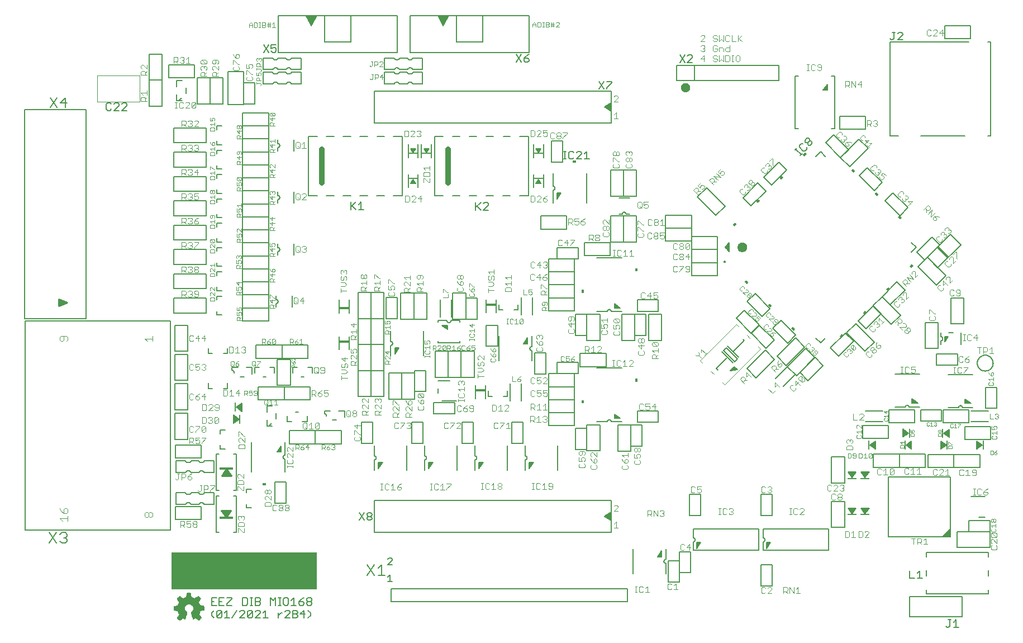
<source format=gto>
G75*
%MOIN*%
%OFA0B0*%
%FSLAX25Y25*%
%IPPOS*%
%LPD*%
%AMOC8*
5,1,8,0,0,1.08239X$1,22.5*
%
%ADD10C,0.00500*%
%ADD11R,0.87000X0.22250*%
%ADD12R,0.01485X0.00015*%
%ADD13R,0.00045X0.00015*%
%ADD14R,0.00105X0.00015*%
%ADD15R,0.00165X0.00015*%
%ADD16R,0.00225X0.00015*%
%ADD17R,0.00285X0.00015*%
%ADD18R,0.00345X0.00015*%
%ADD19R,0.00405X0.00015*%
%ADD20R,0.00435X0.00015*%
%ADD21R,0.00465X0.00015*%
%ADD22R,0.00495X0.00015*%
%ADD23R,0.00540X0.00015*%
%ADD24R,0.00585X0.00015*%
%ADD25R,0.00645X0.00015*%
%ADD26R,0.00150X0.00015*%
%ADD27R,0.00675X0.00015*%
%ADD28R,0.00195X0.00015*%
%ADD29R,0.00705X0.00015*%
%ADD30R,0.00240X0.00015*%
%ADD31R,0.00735X0.00015*%
%ADD32R,0.00270X0.00015*%
%ADD33R,0.00765X0.00015*%
%ADD34R,0.00300X0.00015*%
%ADD35R,0.00810X0.00015*%
%ADD36R,0.00360X0.00015*%
%ADD37R,0.00855X0.00015*%
%ADD38R,0.00435X0.00015*%
%ADD39R,0.00915X0.00015*%
%ADD40R,0.00465X0.00015*%
%ADD41R,0.00945X0.00015*%
%ADD42R,0.00960X0.00015*%
%ADD43R,0.00525X0.00015*%
%ADD44R,0.00990X0.00015*%
%ADD45R,0.00555X0.00015*%
%ADD46R,0.01035X0.00015*%
%ADD47R,0.00600X0.00015*%
%ADD48R,0.01080X0.00015*%
%ADD49R,0.01125X0.00015*%
%ADD50R,0.01170X0.00015*%
%ADD51R,0.00720X0.00015*%
%ADD52R,0.01200X0.00015*%
%ADD53R,0.00750X0.00015*%
%ADD54R,0.01230X0.00015*%
%ADD55R,0.00780X0.00015*%
%ADD56R,0.01260X0.00015*%
%ADD57R,0.00810X0.00015*%
%ADD58R,0.01305X0.00015*%
%ADD59R,0.01365X0.00015*%
%ADD60R,0.00900X0.00015*%
%ADD61R,0.01395X0.00015*%
%ADD62R,0.01440X0.00015*%
%ADD63R,0.01470X0.00015*%
%ADD64R,0.01005X0.00015*%
%ADD65R,0.01500X0.00015*%
%ADD66R,0.01020X0.00015*%
%ADD67R,0.01530X0.00015*%
%ADD68R,0.01065X0.00015*%
%ADD69R,0.01575X0.00015*%
%ADD70R,0.01095X0.00015*%
%ADD71R,0.01635X0.00015*%
%ADD72R,0.01155X0.00015*%
%ADD73R,0.01680X0.00015*%
%ADD74R,0.01200X0.00015*%
%ADD75R,0.01710X0.00015*%
%ADD76R,0.01230X0.00015*%
%ADD77R,0.01725X0.00015*%
%ADD78R,0.01245X0.00015*%
%ADD79R,0.01755X0.00015*%
%ADD80R,0.01275X0.00015*%
%ADD81R,0.01800X0.00015*%
%ADD82R,0.01320X0.00015*%
%ADD83R,0.01860X0.00015*%
%ADD84R,0.01905X0.00015*%
%ADD85R,0.01410X0.00015*%
%ADD86R,0.01935X0.00015*%
%ADD87R,0.01455X0.00015*%
%ADD88R,0.01965X0.00015*%
%ADD89R,0.01485X0.00015*%
%ADD90R,0.01995X0.00015*%
%ADD91R,0.01515X0.00015*%
%ADD92R,0.02040X0.00015*%
%ADD93R,0.01530X0.00015*%
%ADD94R,0.02070X0.00015*%
%ADD95R,0.01575X0.00015*%
%ADD96R,0.02115X0.00015*%
%ADD97R,0.01620X0.00015*%
%ADD98R,0.02160X0.00015*%
%ADD99R,0.01665X0.00015*%
%ADD100R,0.02190X0.00015*%
%ADD101R,0.00075X0.00015*%
%ADD102R,0.01695X0.00015*%
%ADD103R,0.02220X0.00015*%
%ADD104R,0.00105X0.00015*%
%ADD105R,0.02235X0.00015*%
%ADD106R,0.00135X0.00015*%
%ADD107R,0.01755X0.00015*%
%ADD108R,0.02280X0.00015*%
%ADD109R,0.00180X0.00015*%
%ADD110R,0.01785X0.00015*%
%ADD111R,0.02340X0.00015*%
%ADD112R,0.00240X0.00015*%
%ADD113R,0.01830X0.00015*%
%ADD114R,0.02385X0.00015*%
%ADD115R,0.01890X0.00015*%
%ADD116R,0.02415X0.00015*%
%ADD117R,0.00330X0.00015*%
%ADD118R,0.00120X0.00015*%
%ADD119R,0.01920X0.00015*%
%ADD120R,0.02430X0.00015*%
%ADD121R,0.00375X0.00015*%
%ADD122R,0.02460X0.00015*%
%ADD123R,0.00405X0.00015*%
%ADD124R,0.00195X0.00015*%
%ADD125R,0.01965X0.00015*%
%ADD126R,0.02505X0.00015*%
%ADD127R,0.00210X0.00015*%
%ADD128R,0.02010X0.00015*%
%ADD129R,0.02535X0.00015*%
%ADD130R,0.00480X0.00015*%
%ADD131R,0.02580X0.00015*%
%ADD132R,0.00540X0.00015*%
%ADD133R,0.02085X0.00015*%
%ADD134R,0.02625X0.00015*%
%ADD135R,0.02130X0.00015*%
%ADD136R,0.02670X0.00015*%
%ADD137R,0.00630X0.00015*%
%ADD138R,0.02700X0.00015*%
%ADD139R,0.00660X0.00015*%
%ADD140R,0.00450X0.00015*%
%ADD141R,0.02190X0.00015*%
%ADD142R,0.02715X0.00015*%
%ADD143R,0.02205X0.00015*%
%ADD144R,0.02745X0.00015*%
%ADD145R,0.00510X0.00015*%
%ADD146R,0.02235X0.00015*%
%ADD147R,0.02775X0.00015*%
%ADD148R,0.02820X0.00015*%
%ADD149R,0.02310X0.00015*%
%ADD150R,0.02880X0.00015*%
%ADD151R,0.00855X0.00015*%
%ADD152R,0.02355X0.00015*%
%ADD153R,0.02895X0.00015*%
%ADD154R,0.00870X0.00015*%
%ADD155R,0.00660X0.00015*%
%ADD156R,0.02925X0.00015*%
%ADD157R,0.00690X0.00015*%
%ADD158R,0.02970X0.00015*%
%ADD159R,0.03000X0.00015*%
%ADD160R,0.00750X0.00015*%
%ADD161R,0.03045X0.00015*%
%ADD162R,0.01005X0.00015*%
%ADD163R,0.00780X0.00015*%
%ADD164R,0.02505X0.00015*%
%ADD165R,0.03090X0.00015*%
%ADD166R,0.01050X0.00015*%
%ADD167R,0.00825X0.00015*%
%ADD168R,0.02550X0.00015*%
%ADD169R,0.03135X0.00015*%
%ADD170R,0.01095X0.00015*%
%ADD171R,0.00870X0.00015*%
%ADD172R,0.03165X0.00015*%
%ADD173R,0.01125X0.00015*%
%ADD174R,0.02625X0.00015*%
%ADD175R,0.03195X0.00015*%
%ADD176R,0.01140X0.00015*%
%ADD177R,0.00930X0.00015*%
%ADD178R,0.02655X0.00015*%
%ADD179R,0.03210X0.00015*%
%ADD180R,0.00960X0.00015*%
%ADD181R,0.03240X0.00015*%
%ADD182R,0.02700X0.00015*%
%ADD183R,0.03285X0.00015*%
%ADD184R,0.01245X0.00015*%
%ADD185R,0.02745X0.00015*%
%ADD186R,0.03330X0.00015*%
%ADD187R,0.02790X0.00015*%
%ADD188R,0.03360X0.00015*%
%ADD189R,0.01110X0.00015*%
%ADD190R,0.02835X0.00015*%
%ADD191R,0.03390X0.00015*%
%ADD192R,0.01335X0.00015*%
%ADD193R,0.01140X0.00015*%
%ADD194R,0.02865X0.00015*%
%ADD195R,0.03420X0.00015*%
%ADD196R,0.01155X0.00015*%
%ADD197R,0.04905X0.00015*%
%ADD198R,0.04920X0.00015*%
%ADD199R,0.02940X0.00015*%
%ADD200R,0.04950X0.00015*%
%ADD201R,0.02985X0.00015*%
%ADD202R,0.04965X0.00015*%
%ADD203R,0.01275X0.00015*%
%ADD204R,0.03015X0.00015*%
%ADD205R,0.04980X0.00015*%
%ADD206R,0.03045X0.00015*%
%ADD207R,0.05010X0.00015*%
%ADD208R,0.01335X0.00015*%
%ADD209R,0.03075X0.00015*%
%ADD210R,0.01350X0.00015*%
%ADD211R,0.03105X0.00015*%
%ADD212R,0.05040X0.00015*%
%ADD213R,0.01380X0.00015*%
%ADD214R,0.05040X0.00015*%
%ADD215R,0.01410X0.00015*%
%ADD216R,0.03180X0.00015*%
%ADD217R,0.05070X0.00015*%
%ADD218R,0.03225X0.00015*%
%ADD219R,0.03255X0.00015*%
%ADD220R,0.05085X0.00015*%
%ADD221R,0.01515X0.00015*%
%ADD222R,0.03300X0.00015*%
%ADD223R,0.05100X0.00015*%
%ADD224R,0.04935X0.00015*%
%ADD225R,0.05115X0.00015*%
%ADD226R,0.04995X0.00015*%
%ADD227R,0.05130X0.00015*%
%ADD228R,0.05010X0.00015*%
%ADD229R,0.05130X0.00015*%
%ADD230R,0.05010X0.00015*%
%ADD231R,0.05025X0.00015*%
%ADD232R,0.05040X0.00015*%
%ADD233R,0.05055X0.00015*%
%ADD234R,0.05130X0.00015*%
%ADD235R,0.05085X0.00015*%
%ADD236R,0.05115X0.00015*%
%ADD237R,0.05145X0.00015*%
%ADD238R,0.05160X0.00015*%
%ADD239R,0.05130X0.00015*%
%ADD240R,0.05190X0.00015*%
%ADD241R,0.05190X0.00015*%
%ADD242R,0.05205X0.00015*%
%ADD243R,0.05220X0.00015*%
%ADD244R,0.05070X0.00015*%
%ADD245R,0.05085X0.00015*%
%ADD246R,0.05205X0.00015*%
%ADD247R,0.05220X0.00015*%
%ADD248R,0.05055X0.00015*%
%ADD249R,0.05025X0.00015*%
%ADD250R,0.05205X0.00015*%
%ADD251R,0.05025X0.00015*%
%ADD252R,0.05190X0.00015*%
%ADD253R,0.05190X0.00015*%
%ADD254R,0.04995X0.00015*%
%ADD255R,0.05175X0.00015*%
%ADD256R,0.04950X0.00015*%
%ADD257R,0.05145X0.00015*%
%ADD258R,0.05145X0.00015*%
%ADD259R,0.04920X0.00015*%
%ADD260R,0.04905X0.00015*%
%ADD261R,0.04905X0.00015*%
%ADD262R,0.05115X0.00015*%
%ADD263R,0.04890X0.00015*%
%ADD264R,0.04890X0.00015*%
%ADD265R,0.04875X0.00015*%
%ADD266R,0.04845X0.00015*%
%ADD267R,0.04830X0.00015*%
%ADD268R,0.04830X0.00015*%
%ADD269R,0.05070X0.00015*%
%ADD270R,0.04830X0.00015*%
%ADD271R,0.04815X0.00015*%
%ADD272R,0.04800X0.00015*%
%ADD273R,0.04800X0.00015*%
%ADD274R,0.05010X0.00015*%
%ADD275R,0.04785X0.00015*%
%ADD276R,0.04770X0.00015*%
%ADD277R,0.04770X0.00015*%
%ADD278R,0.04755X0.00015*%
%ADD279R,0.04740X0.00015*%
%ADD280R,0.04725X0.00015*%
%ADD281R,0.04725X0.00015*%
%ADD282R,0.04980X0.00015*%
%ADD283R,0.04710X0.00015*%
%ADD284R,0.04725X0.00015*%
%ADD285R,0.04710X0.00015*%
%ADD286R,0.04695X0.00015*%
%ADD287R,0.04680X0.00015*%
%ADD288R,0.04695X0.00015*%
%ADD289R,0.04680X0.00015*%
%ADD290R,0.04905X0.00015*%
%ADD291R,0.04665X0.00015*%
%ADD292R,0.04650X0.00015*%
%ADD293R,0.04635X0.00015*%
%ADD294R,0.04620X0.00015*%
%ADD295R,0.04620X0.00015*%
%ADD296R,0.04890X0.00015*%
%ADD297R,0.04605X0.00015*%
%ADD298R,0.04605X0.00015*%
%ADD299R,0.04590X0.00015*%
%ADD300R,0.04845X0.00015*%
%ADD301R,0.04575X0.00015*%
%ADD302R,0.04590X0.00015*%
%ADD303R,0.04575X0.00015*%
%ADD304R,0.04845X0.00015*%
%ADD305R,0.04560X0.00015*%
%ADD306R,0.04545X0.00015*%
%ADD307R,0.04530X0.00015*%
%ADD308R,0.04515X0.00015*%
%ADD309R,0.04530X0.00015*%
%ADD310R,0.04500X0.00015*%
%ADD311R,0.04515X0.00015*%
%ADD312R,0.04785X0.00015*%
%ADD313R,0.04485X0.00015*%
%ADD314R,0.04755X0.00015*%
%ADD315R,0.04470X0.00015*%
%ADD316R,0.04740X0.00015*%
%ADD317R,0.04485X0.00015*%
%ADD318R,0.04755X0.00015*%
%ADD319R,0.04545X0.00015*%
%ADD320R,0.04695X0.00015*%
%ADD321R,0.04680X0.00015*%
%ADD322R,0.04665X0.00015*%
%ADD323R,0.04725X0.00015*%
%ADD324R,0.04680X0.00015*%
%ADD325R,0.04860X0.00015*%
%ADD326R,0.04740X0.00015*%
%ADD327R,0.04875X0.00015*%
%ADD328R,0.04965X0.00015*%
%ADD329R,0.04860X0.00015*%
%ADD330R,0.04995X0.00015*%
%ADD331R,0.04875X0.00015*%
%ADD332R,0.04980X0.00015*%
%ADD333R,0.05235X0.00015*%
%ADD334R,0.05235X0.00015*%
%ADD335R,0.05250X0.00015*%
%ADD336R,0.05280X0.00015*%
%ADD337R,0.05295X0.00015*%
%ADD338R,0.05325X0.00015*%
%ADD339R,0.05340X0.00015*%
%ADD340R,0.05235X0.00015*%
%ADD341R,0.05355X0.00015*%
%ADD342R,0.05370X0.00015*%
%ADD343R,0.05265X0.00015*%
%ADD344R,0.05370X0.00015*%
%ADD345R,0.05280X0.00015*%
%ADD346R,0.05385X0.00015*%
%ADD347R,0.05295X0.00015*%
%ADD348R,0.05400X0.00015*%
%ADD349R,0.05415X0.00015*%
%ADD350R,0.05310X0.00015*%
%ADD351R,0.05430X0.00015*%
%ADD352R,0.05445X0.00015*%
%ADD353R,0.05460X0.00015*%
%ADD354R,0.05355X0.00015*%
%ADD355R,0.05475X0.00015*%
%ADD356R,0.05505X0.00015*%
%ADD357R,0.05520X0.00015*%
%ADD358R,0.05535X0.00015*%
%ADD359R,0.05550X0.00015*%
%ADD360R,0.05550X0.00015*%
%ADD361R,0.05475X0.00015*%
%ADD362R,0.05490X0.00015*%
%ADD363R,0.05475X0.00015*%
%ADD364R,0.05385X0.00015*%
%ADD365R,0.05370X0.00015*%
%ADD366R,0.05325X0.00015*%
%ADD367R,0.05310X0.00015*%
%ADD368R,0.05265X0.00015*%
%ADD369R,0.05175X0.00015*%
%ADD370R,0.04980X0.00015*%
%ADD371R,0.04965X0.00015*%
%ADD372R,0.04860X0.00015*%
%ADD373R,0.04845X0.00015*%
%ADD374R,0.04815X0.00015*%
%ADD375R,0.04770X0.00015*%
%ADD376R,0.05295X0.00015*%
%ADD377R,0.04635X0.00015*%
%ADD378R,0.05610X0.00015*%
%ADD379R,0.05700X0.00015*%
%ADD380R,0.05760X0.00015*%
%ADD381R,0.05805X0.00015*%
%ADD382R,0.05850X0.00015*%
%ADD383R,0.05895X0.00015*%
%ADD384R,0.06000X0.00015*%
%ADD385R,0.06135X0.00015*%
%ADD386R,0.06225X0.00015*%
%ADD387R,0.06300X0.00015*%
%ADD388R,0.06330X0.00015*%
%ADD389R,0.06375X0.00015*%
%ADD390R,0.06450X0.00015*%
%ADD391R,0.06570X0.00015*%
%ADD392R,0.05565X0.00015*%
%ADD393R,0.06690X0.00015*%
%ADD394R,0.06735X0.00015*%
%ADD395R,0.05790X0.00015*%
%ADD396R,0.06765X0.00015*%
%ADD397R,0.05850X0.00015*%
%ADD398R,0.06780X0.00015*%
%ADD399R,0.05895X0.00015*%
%ADD400R,0.06795X0.00015*%
%ADD401R,0.05955X0.00015*%
%ADD402R,0.06810X0.00015*%
%ADD403R,0.06060X0.00015*%
%ADD404R,0.06195X0.00015*%
%ADD405R,0.06825X0.00015*%
%ADD406R,0.06330X0.00015*%
%ADD407R,0.06840X0.00015*%
%ADD408R,0.06390X0.00015*%
%ADD409R,0.06495X0.00015*%
%ADD410R,0.06840X0.00015*%
%ADD411R,0.06555X0.00015*%
%ADD412R,0.06825X0.00015*%
%ADD413R,0.06645X0.00015*%
%ADD414R,0.06825X0.00015*%
%ADD415R,0.06705X0.00015*%
%ADD416R,0.06705X0.00015*%
%ADD417R,0.06810X0.00015*%
%ADD418R,0.06720X0.00015*%
%ADD419R,0.06795X0.00015*%
%ADD420R,0.06750X0.00015*%
%ADD421R,0.06765X0.00015*%
%ADD422R,0.06795X0.00015*%
%ADD423R,0.06780X0.00015*%
%ADD424R,0.06780X0.00015*%
%ADD425R,0.06750X0.00015*%
%ADD426R,0.06720X0.00015*%
%ADD427R,0.06720X0.00015*%
%ADD428R,0.06705X0.00015*%
%ADD429R,0.06705X0.00015*%
%ADD430R,0.06690X0.00015*%
%ADD431R,0.06675X0.00015*%
%ADD432R,0.06690X0.00015*%
%ADD433R,0.06675X0.00015*%
%ADD434R,0.06675X0.00015*%
%ADD435R,0.06660X0.00015*%
%ADD436R,0.06675X0.00015*%
%ADD437R,0.06660X0.00015*%
%ADD438R,0.06660X0.00015*%
%ADD439R,0.06645X0.00015*%
%ADD440R,0.06630X0.00015*%
%ADD441R,0.06660X0.00015*%
%ADD442R,0.06630X0.00015*%
%ADD443R,0.06645X0.00015*%
%ADD444R,0.06735X0.00015*%
%ADD445R,0.06765X0.00015*%
%ADD446R,0.06780X0.00015*%
%ADD447R,0.06825X0.00015*%
%ADD448R,0.06855X0.00015*%
%ADD449R,0.06855X0.00015*%
%ADD450R,0.06870X0.00015*%
%ADD451R,0.06885X0.00015*%
%ADD452R,0.06525X0.00015*%
%ADD453R,0.06405X0.00015*%
%ADD454R,0.06255X0.00015*%
%ADD455R,0.06165X0.00015*%
%ADD456R,0.06870X0.00015*%
%ADD457R,0.06120X0.00015*%
%ADD458R,0.06885X0.00015*%
%ADD459R,0.06060X0.00015*%
%ADD460R,0.06015X0.00015*%
%ADD461R,0.05910X0.00015*%
%ADD462R,0.05670X0.00015*%
%ADD463R,0.05595X0.00015*%
%ADD464R,0.06585X0.00015*%
%ADD465R,0.05160X0.00015*%
%ADD466R,0.06390X0.00015*%
%ADD467R,0.05025X0.00015*%
%ADD468R,0.06330X0.00015*%
%ADD469R,0.06075X0.00015*%
%ADD470R,0.05820X0.00015*%
%ADD471R,0.05775X0.00015*%
%ADD472R,0.05685X0.00015*%
%ADD473R,0.05460X0.00015*%
%ADD474R,0.04860X0.00015*%
%ADD475R,0.04935X0.00015*%
%ADD476R,0.05160X0.00015*%
%ADD477R,0.05325X0.00015*%
%ADD478R,0.05340X0.00015*%
%ADD479R,0.05355X0.00015*%
%ADD480R,0.05430X0.00015*%
%ADD481R,0.05535X0.00015*%
%ADD482R,0.05595X0.00015*%
%ADD483R,0.05640X0.00015*%
%ADD484R,0.05640X0.00015*%
%ADD485R,0.05670X0.00015*%
%ADD486R,0.05685X0.00015*%
%ADD487R,0.05700X0.00015*%
%ADD488R,0.05715X0.00015*%
%ADD489R,0.05715X0.00015*%
%ADD490R,0.05730X0.00015*%
%ADD491R,0.05745X0.00015*%
%ADD492R,0.05760X0.00015*%
%ADD493R,0.06000X0.00015*%
%ADD494R,0.06105X0.00015*%
%ADD495R,0.06180X0.00015*%
%ADD496R,0.06210X0.00015*%
%ADD497R,0.12690X0.00015*%
%ADD498R,0.12675X0.00015*%
%ADD499R,0.12660X0.00015*%
%ADD500R,0.12660X0.00015*%
%ADD501R,0.12645X0.00015*%
%ADD502R,0.12615X0.00015*%
%ADD503R,0.12600X0.00015*%
%ADD504R,0.12585X0.00015*%
%ADD505R,0.12555X0.00015*%
%ADD506R,0.12540X0.00015*%
%ADD507R,0.12525X0.00015*%
%ADD508R,0.12510X0.00015*%
%ADD509R,0.12510X0.00015*%
%ADD510R,0.12480X0.00015*%
%ADD511R,0.12450X0.00015*%
%ADD512R,0.12435X0.00015*%
%ADD513R,0.12420X0.00015*%
%ADD514R,0.12390X0.00015*%
%ADD515R,0.12375X0.00015*%
%ADD516R,0.12360X0.00015*%
%ADD517R,0.12330X0.00015*%
%ADD518R,0.12300X0.00015*%
%ADD519R,0.12285X0.00015*%
%ADD520R,0.12270X0.00015*%
%ADD521R,0.12255X0.00015*%
%ADD522R,0.12240X0.00015*%
%ADD523R,0.12225X0.00015*%
%ADD524R,0.12195X0.00015*%
%ADD525R,0.12165X0.00015*%
%ADD526R,0.12150X0.00015*%
%ADD527R,0.12135X0.00015*%
%ADD528R,0.12120X0.00015*%
%ADD529R,0.12090X0.00015*%
%ADD530R,0.12075X0.00015*%
%ADD531R,0.12060X0.00015*%
%ADD532R,0.12045X0.00015*%
%ADD533R,0.12015X0.00015*%
%ADD534R,0.12000X0.00015*%
%ADD535R,0.11985X0.00015*%
%ADD536R,0.11955X0.00015*%
%ADD537R,0.11940X0.00015*%
%ADD538R,0.11925X0.00015*%
%ADD539R,0.11910X0.00015*%
%ADD540R,0.11910X0.00015*%
%ADD541R,0.11880X0.00015*%
%ADD542R,0.11850X0.00015*%
%ADD543R,0.11835X0.00015*%
%ADD544R,0.11805X0.00015*%
%ADD545R,0.11775X0.00015*%
%ADD546R,0.11760X0.00015*%
%ADD547R,0.11745X0.00015*%
%ADD548R,0.11730X0.00015*%
%ADD549R,0.11700X0.00015*%
%ADD550R,0.11700X0.00015*%
%ADD551R,0.11685X0.00015*%
%ADD552R,0.11655X0.00015*%
%ADD553R,0.11640X0.00015*%
%ADD554R,0.11625X0.00015*%
%ADD555R,0.11625X0.00015*%
%ADD556R,0.11670X0.00015*%
%ADD557R,0.11715X0.00015*%
%ADD558R,0.11790X0.00015*%
%ADD559R,0.11820X0.00015*%
%ADD560R,0.11820X0.00015*%
%ADD561R,0.11880X0.00015*%
%ADD562R,0.11895X0.00015*%
%ADD563R,0.11970X0.00015*%
%ADD564R,0.12045X0.00015*%
%ADD565R,0.12075X0.00015*%
%ADD566R,0.12105X0.00015*%
%ADD567R,0.12135X0.00015*%
%ADD568R,0.12165X0.00015*%
%ADD569R,0.12180X0.00015*%
%ADD570R,0.12195X0.00015*%
%ADD571R,0.12210X0.00015*%
%ADD572R,0.12225X0.00015*%
%ADD573R,0.12255X0.00015*%
%ADD574R,0.12360X0.00015*%
%ADD575R,0.12390X0.00015*%
%ADD576R,0.12405X0.00015*%
%ADD577R,0.12435X0.00015*%
%ADD578R,0.12480X0.00015*%
%ADD579R,0.12480X0.00015*%
%ADD580R,0.12510X0.00015*%
%ADD581R,0.12570X0.00015*%
%ADD582R,0.12630X0.00015*%
%ADD583R,0.12675X0.00015*%
%ADD584R,0.12705X0.00015*%
%ADD585R,0.12735X0.00015*%
%ADD586R,0.12750X0.00015*%
%ADD587R,0.12780X0.00015*%
%ADD588R,0.12795X0.00015*%
%ADD589R,0.12810X0.00015*%
%ADD590R,0.12840X0.00015*%
%ADD591R,0.12855X0.00015*%
%ADD592R,0.12885X0.00015*%
%ADD593R,0.12900X0.00015*%
%ADD594R,0.12915X0.00015*%
%ADD595R,0.12945X0.00015*%
%ADD596R,0.12960X0.00015*%
%ADD597R,0.12990X0.00015*%
%ADD598R,0.13005X0.00015*%
%ADD599R,0.13020X0.00015*%
%ADD600R,0.13035X0.00015*%
%ADD601R,0.13065X0.00015*%
%ADD602R,0.13080X0.00015*%
%ADD603R,0.13110X0.00015*%
%ADD604R,0.13125X0.00015*%
%ADD605R,0.13155X0.00015*%
%ADD606R,0.13170X0.00015*%
%ADD607R,0.13200X0.00015*%
%ADD608R,0.13230X0.00015*%
%ADD609R,0.13260X0.00015*%
%ADD610R,0.13290X0.00015*%
%ADD611R,0.13320X0.00015*%
%ADD612R,0.13350X0.00015*%
%ADD613R,0.13365X0.00015*%
%ADD614R,0.13395X0.00015*%
%ADD615R,0.13425X0.00015*%
%ADD616R,0.13455X0.00015*%
%ADD617R,0.13470X0.00015*%
%ADD618R,0.13500X0.00015*%
%ADD619R,0.13530X0.00015*%
%ADD620R,0.13560X0.00015*%
%ADD621R,0.13575X0.00015*%
%ADD622R,0.13605X0.00015*%
%ADD623R,0.13635X0.00015*%
%ADD624R,0.13650X0.00015*%
%ADD625R,0.13680X0.00015*%
%ADD626R,0.13695X0.00015*%
%ADD627R,0.13725X0.00015*%
%ADD628R,0.13740X0.00015*%
%ADD629R,0.13770X0.00015*%
%ADD630R,0.13785X0.00015*%
%ADD631R,0.13800X0.00015*%
%ADD632R,0.13830X0.00015*%
%ADD633R,0.13860X0.00015*%
%ADD634R,0.13875X0.00015*%
%ADD635R,0.13905X0.00015*%
%ADD636R,0.13935X0.00015*%
%ADD637R,0.13950X0.00015*%
%ADD638R,0.13980X0.00015*%
%ADD639R,0.14010X0.00015*%
%ADD640R,0.14025X0.00015*%
%ADD641R,0.14055X0.00015*%
%ADD642R,0.14070X0.00015*%
%ADD643R,0.14085X0.00015*%
%ADD644R,0.14115X0.00015*%
%ADD645R,0.14145X0.00015*%
%ADD646R,0.14160X0.00015*%
%ADD647R,0.14190X0.00015*%
%ADD648R,0.14205X0.00015*%
%ADD649R,0.14220X0.00015*%
%ADD650R,0.14235X0.00015*%
%ADD651R,0.14265X0.00015*%
%ADD652R,0.14280X0.00015*%
%ADD653R,0.14295X0.00015*%
%ADD654R,0.14295X0.00015*%
%ADD655R,0.14250X0.00015*%
%ADD656R,0.14205X0.00015*%
%ADD657R,0.14175X0.00015*%
%ADD658R,0.14160X0.00015*%
%ADD659R,0.14130X0.00015*%
%ADD660R,0.14100X0.00015*%
%ADD661R,0.14040X0.00015*%
%ADD662R,0.14010X0.00015*%
%ADD663R,0.03465X0.00015*%
%ADD664R,0.10440X0.00015*%
%ADD665R,0.03420X0.00015*%
%ADD666R,0.10395X0.00015*%
%ADD667R,0.03375X0.00015*%
%ADD668R,0.10335X0.00015*%
%ADD669R,0.03570X0.00015*%
%ADD670R,0.06600X0.00015*%
%ADD671R,0.03525X0.00015*%
%ADD672R,0.03270X0.00015*%
%ADD673R,0.03495X0.00015*%
%ADD674R,0.03210X0.00015*%
%ADD675R,0.06480X0.00015*%
%ADD676R,0.03435X0.00015*%
%ADD677R,0.03165X0.00015*%
%ADD678R,0.03390X0.00015*%
%ADD679R,0.03120X0.00015*%
%ADD680R,0.06315X0.00015*%
%ADD681R,0.03345X0.00015*%
%ADD682R,0.03090X0.00015*%
%ADD683R,0.03075X0.00015*%
%ADD684R,0.06225X0.00015*%
%ADD685R,0.03270X0.00015*%
%ADD686R,0.06180X0.00015*%
%ADD687R,0.02970X0.00015*%
%ADD688R,0.06075X0.00015*%
%ADD689R,0.03195X0.00015*%
%ADD690R,0.02925X0.00015*%
%ADD691R,0.05985X0.00015*%
%ADD692R,0.03135X0.00015*%
%ADD693R,0.02850X0.00015*%
%ADD694R,0.05835X0.00015*%
%ADD695R,0.03030X0.00015*%
%ADD696R,0.02805X0.00015*%
%ADD697R,0.02730X0.00015*%
%ADD698R,0.05625X0.00015*%
%ADD699R,0.02925X0.00015*%
%ADD700R,0.02640X0.00015*%
%ADD701R,0.02595X0.00015*%
%ADD702R,0.02565X0.00015*%
%ADD703R,0.02760X0.00015*%
%ADD704R,0.02520X0.00015*%
%ADD705R,0.02730X0.00015*%
%ADD706R,0.02475X0.00015*%
%ADD707R,0.02685X0.00015*%
%ADD708R,0.02445X0.00015*%
%ADD709R,0.02400X0.00015*%
%ADD710R,0.02370X0.00015*%
%ADD711R,0.02565X0.00015*%
%ADD712R,0.02340X0.00015*%
%ADD713R,0.02325X0.00015*%
%ADD714R,0.02505X0.00015*%
%ADD715R,0.02280X0.00015*%
%ADD716R,0.02460X0.00015*%
%ADD717R,0.04560X0.00015*%
%ADD718R,0.02190X0.00015*%
%ADD719R,0.04440X0.00015*%
%ADD720R,0.02370X0.00015*%
%ADD721R,0.02145X0.00015*%
%ADD722R,0.04365X0.00015*%
%ADD723R,0.04320X0.00015*%
%ADD724R,0.02310X0.00015*%
%ADD725R,0.02100X0.00015*%
%ADD726R,0.04260X0.00015*%
%ADD727R,0.04200X0.00015*%
%ADD728R,0.02265X0.00015*%
%ADD729R,0.02040X0.00015*%
%ADD730R,0.04095X0.00015*%
%ADD731R,0.02220X0.00015*%
%ADD732R,0.03915X0.00015*%
%ADD733R,0.02175X0.00015*%
%ADD734R,0.03765X0.00015*%
%ADD735R,0.03675X0.00015*%
%ADD736R,0.01890X0.00015*%
%ADD737R,0.03615X0.00015*%
%ADD738R,0.02055X0.00015*%
%ADD739R,0.01860X0.00015*%
%ADD740R,0.03555X0.00015*%
%ADD741R,0.01815X0.00015*%
%ADD742R,0.03450X0.00015*%
%ADD743R,0.01725X0.00015*%
%ADD744R,0.03315X0.00015*%
%ADD745R,0.01905X0.00015*%
%ADD746R,0.01680X0.00015*%
%ADD747R,0.01650X0.00015*%
%ADD748R,0.01620X0.00015*%
%ADD749R,0.01590X0.00015*%
%ADD750R,0.01770X0.00015*%
%ADD751R,0.01560X0.00015*%
%ADD752R,0.03240X0.00015*%
%ADD753R,0.01740X0.00015*%
%ADD754R,0.01665X0.00015*%
%ADD755R,0.01455X0.00015*%
%ADD756R,0.01635X0.00015*%
%ADD757R,0.01410X0.00015*%
%ADD758R,0.01395X0.00015*%
%ADD759R,0.01365X0.00015*%
%ADD760R,0.01335X0.00015*%
%ADD761R,0.01290X0.00015*%
%ADD762R,0.03210X0.00015*%
%ADD763R,0.01455X0.00015*%
%ADD764R,0.01185X0.00015*%
%ADD765R,0.01290X0.00015*%
%ADD766R,0.01110X0.00015*%
%ADD767R,0.01260X0.00015*%
%ADD768R,0.03180X0.00015*%
%ADD769R,0.00975X0.00015*%
%ADD770R,0.03150X0.00015*%
%ADD771R,0.00885X0.00015*%
%ADD772R,0.03150X0.00015*%
%ADD773R,0.01050X0.00015*%
%ADD774R,0.00795X0.00015*%
%ADD775R,0.00885X0.00015*%
%ADD776R,0.00690X0.00015*%
%ADD777R,0.00840X0.00015*%
%ADD778R,0.00570X0.00015*%
%ADD779R,0.00525X0.00015*%
%ADD780R,0.03105X0.00015*%
%ADD781R,0.00660X0.00015*%
%ADD782R,0.00615X0.00015*%
%ADD783R,0.00420X0.00015*%
%ADD784R,0.00555X0.00015*%
%ADD785R,0.00390X0.00015*%
%ADD786R,0.00525X0.00015*%
%ADD787R,0.00360X0.00015*%
%ADD788R,0.00495X0.00015*%
%ADD789R,0.03075X0.00015*%
%ADD790R,0.00450X0.00015*%
%ADD791R,0.00225X0.00015*%
%ADD792R,0.00345X0.00015*%
%ADD793R,0.00255X0.00015*%
%ADD794R,0.03060X0.00015*%
%ADD795R,0.00180X0.00015*%
%ADD796R,0.00075X0.00015*%
%ADD797R,0.03000X0.00015*%
%ADD798R,0.02955X0.00015*%
%ADD799R,0.02940X0.00015*%
%ADD800R,0.02940X0.00015*%
%ADD801R,0.02910X0.00015*%
%ADD802R,0.02910X0.00015*%
%ADD803R,0.02865X0.00015*%
%ADD804R,0.02805X0.00015*%
%ADD805R,0.02775X0.00015*%
%ADD806R,0.02760X0.00015*%
%ADD807R,0.02655X0.00015*%
%ADD808R,0.02640X0.00015*%
%ADD809R,0.02610X0.00015*%
%ADD810R,0.02595X0.00015*%
%ADD811R,0.02535X0.00015*%
%ADD812R,0.02475X0.00015*%
%ADD813R,0.02175X0.00015*%
%ADD814R,0.01575X0.00015*%
%ADD815C,0.00400*%
%ADD816C,0.02600*%
%ADD817C,0.00300*%
%ADD818C,0.00800*%
%ADD819C,0.00700*%
%ADD820C,0.00600*%
%ADD821R,0.05512X0.01756*%
%ADD822C,0.00100*%
%ADD823R,0.01750X0.09000*%
%ADD824R,0.00600X0.09000*%
%ADD825R,0.08268X0.01181*%
%ADD826C,0.01000*%
%ADD827C,0.00200*%
%ADD828R,0.05512X0.00787*%
%ADD829R,0.00787X0.05512*%
%ADD830C,0.00394*%
%ADD831C,0.00787*%
%ADD832C,0.03200*%
D10*
X0174920Y0114309D02*
X0174920Y0122049D01*
X0190455Y0122049D01*
X0190455Y0114309D01*
X0174920Y0114309D01*
X0174920Y0151059D02*
X0174920Y0158799D01*
X0190455Y0158799D01*
X0190455Y0151059D01*
X0174920Y0151059D01*
X0174818Y0162161D02*
X0182558Y0162161D01*
X0182558Y0177697D01*
X0174818Y0177697D01*
X0174818Y0162161D01*
X0174818Y0179911D02*
X0182558Y0179911D01*
X0182558Y0195447D01*
X0174818Y0195447D01*
X0174818Y0179911D01*
X0174818Y0197411D02*
X0182558Y0197411D01*
X0182558Y0212947D01*
X0174818Y0212947D01*
X0174818Y0197411D01*
X0174818Y0214661D02*
X0182558Y0214661D01*
X0182558Y0230197D01*
X0174818Y0230197D01*
X0174818Y0214661D01*
X0173951Y0237559D02*
X0173951Y0246299D01*
X0193424Y0246299D01*
X0193424Y0237559D01*
X0173951Y0237559D01*
X0173951Y0252059D02*
X0173951Y0260799D01*
X0193424Y0260799D01*
X0193424Y0252059D01*
X0173951Y0252059D01*
X0173951Y0266559D02*
X0173951Y0275299D01*
X0193424Y0275299D01*
X0193424Y0266559D01*
X0173951Y0266559D01*
X0173951Y0281059D02*
X0173951Y0289799D01*
X0193424Y0289799D01*
X0193424Y0281059D01*
X0173951Y0281059D01*
X0173951Y0295559D02*
X0173951Y0304299D01*
X0193424Y0304299D01*
X0193424Y0295559D01*
X0173951Y0295559D01*
X0173951Y0310059D02*
X0173951Y0318799D01*
X0193424Y0318799D01*
X0193424Y0310059D01*
X0173951Y0310059D01*
X0173951Y0324559D02*
X0173951Y0333299D01*
X0193424Y0333299D01*
X0193424Y0324559D01*
X0173951Y0324559D01*
X0173951Y0339059D02*
X0173951Y0347799D01*
X0193424Y0347799D01*
X0193424Y0339059D01*
X0173951Y0339059D01*
X0167208Y0360911D02*
X0159468Y0360911D01*
X0159468Y0376447D01*
X0167208Y0376447D01*
X0167208Y0360911D01*
X0188068Y0362161D02*
X0195808Y0362161D01*
X0195808Y0377697D01*
X0188068Y0377697D01*
X0188068Y0362161D01*
X0195818Y0362161D02*
X0195818Y0377697D01*
X0203558Y0377697D01*
X0203558Y0362161D01*
X0195818Y0362161D01*
X0206568Y0361943D02*
X0215808Y0361943D01*
X0215808Y0381415D01*
X0206568Y0381415D01*
X0206568Y0361943D01*
X0215818Y0362130D02*
X0222558Y0362130D01*
X0222558Y0374728D01*
X0215818Y0374728D01*
X0215818Y0362130D01*
X0215170Y0356799D02*
X0230705Y0356799D01*
X0230705Y0349059D01*
X0215170Y0349059D01*
X0215170Y0356799D01*
X0215170Y0349049D02*
X0215170Y0341309D01*
X0230705Y0341309D01*
X0230705Y0349049D01*
X0215170Y0349049D01*
X0215170Y0341299D02*
X0230705Y0341299D01*
X0230705Y0333559D01*
X0215170Y0333559D01*
X0215170Y0341299D01*
X0215170Y0333549D02*
X0215170Y0325809D01*
X0230705Y0325809D01*
X0230705Y0333549D01*
X0215170Y0333549D01*
X0215170Y0325799D02*
X0230705Y0325799D01*
X0230705Y0318059D01*
X0215170Y0318059D01*
X0215170Y0325799D01*
X0215170Y0318049D02*
X0215170Y0310309D01*
X0230705Y0310309D01*
X0230705Y0318049D01*
X0215170Y0318049D01*
X0215170Y0310299D02*
X0230705Y0310299D01*
X0230705Y0302559D01*
X0215170Y0302559D01*
X0215170Y0310299D01*
X0215170Y0302549D02*
X0215170Y0294809D01*
X0230705Y0294809D01*
X0230705Y0302549D01*
X0215170Y0302549D01*
X0215170Y0294799D02*
X0230705Y0294799D01*
X0230705Y0287059D01*
X0215170Y0287059D01*
X0215170Y0294799D01*
X0215170Y0287049D02*
X0215170Y0279309D01*
X0230705Y0279309D01*
X0230705Y0287049D01*
X0215170Y0287049D01*
X0215170Y0279299D02*
X0230705Y0279299D01*
X0230705Y0271559D01*
X0215170Y0271559D01*
X0215170Y0279299D01*
X0215170Y0271549D02*
X0215170Y0263809D01*
X0230705Y0263809D01*
X0230705Y0271549D01*
X0215170Y0271549D01*
X0215170Y0263799D02*
X0230705Y0263799D01*
X0230705Y0256059D01*
X0215170Y0256059D01*
X0215170Y0263799D01*
X0215170Y0256049D02*
X0215170Y0248309D01*
X0230705Y0248309D01*
X0230705Y0256049D01*
X0215170Y0256049D01*
X0215170Y0248299D02*
X0230705Y0248299D01*
X0230705Y0240559D01*
X0215170Y0240559D01*
X0215170Y0248299D01*
X0215170Y0240549D02*
X0215170Y0232809D01*
X0230705Y0232809D01*
X0230705Y0240549D01*
X0215170Y0240549D01*
X0223170Y0218299D02*
X0223170Y0210559D01*
X0238705Y0210559D01*
X0238705Y0218299D01*
X0223170Y0218299D01*
X0235868Y0209947D02*
X0243608Y0209947D01*
X0243608Y0194411D01*
X0235868Y0194411D01*
X0235868Y0209947D01*
X0238670Y0210559D02*
X0238670Y0218299D01*
X0254205Y0218299D01*
X0254205Y0210559D01*
X0238670Y0210559D01*
X0239920Y0193549D02*
X0239920Y0185809D01*
X0255455Y0185809D01*
X0255455Y0193549D01*
X0239920Y0193549D01*
X0239955Y0193549D02*
X0239955Y0185809D01*
X0224420Y0185809D01*
X0224420Y0193549D01*
X0239955Y0193549D01*
X0242920Y0167299D02*
X0242920Y0159559D01*
X0258455Y0159559D01*
X0258455Y0167299D01*
X0242920Y0167299D01*
X0258420Y0167299D02*
X0258420Y0159559D01*
X0273955Y0159559D01*
X0273955Y0167299D01*
X0258420Y0167299D01*
X0286068Y0172478D02*
X0286068Y0159880D01*
X0292808Y0159880D01*
X0292808Y0172478D01*
X0286068Y0172478D01*
X0284068Y0187661D02*
X0284068Y0203197D01*
X0291808Y0203197D01*
X0291808Y0187661D01*
X0284068Y0187661D01*
X0291818Y0187661D02*
X0291818Y0203197D01*
X0299558Y0203197D01*
X0299558Y0187661D01*
X0291818Y0187661D01*
X0302318Y0186161D02*
X0302318Y0201697D01*
X0310058Y0201697D01*
X0310058Y0186161D01*
X0302318Y0186161D01*
X0310068Y0186161D02*
X0317808Y0186161D01*
X0317808Y0201697D01*
X0310068Y0201697D01*
X0310068Y0186161D01*
X0317818Y0190630D02*
X0317818Y0203228D01*
X0324558Y0203228D01*
X0324558Y0190630D01*
X0317818Y0190630D01*
X0329138Y0184049D02*
X0329138Y0177309D01*
X0341737Y0177309D01*
X0341737Y0184049D01*
X0329138Y0184049D01*
X0322808Y0172478D02*
X0316068Y0172478D01*
X0316068Y0159880D01*
X0322808Y0159880D01*
X0322808Y0172478D01*
X0346068Y0172478D02*
X0346068Y0159880D01*
X0352808Y0159880D01*
X0352808Y0172478D01*
X0346068Y0172478D01*
X0375818Y0172478D02*
X0375818Y0159880D01*
X0382558Y0159880D01*
X0382558Y0172478D01*
X0375818Y0172478D01*
X0374894Y0185236D02*
X0374894Y0195622D01*
X0381481Y0195622D02*
X0381481Y0185236D01*
X0397670Y0185799D02*
X0397670Y0178059D01*
X0413205Y0178059D01*
X0413205Y0185799D01*
X0397670Y0185799D01*
X0397670Y0185809D02*
X0397670Y0193549D01*
X0413205Y0193549D01*
X0413205Y0185809D01*
X0397670Y0185809D01*
X0397670Y0193559D02*
X0397670Y0201299D01*
X0413205Y0201299D01*
X0413205Y0193559D01*
X0397670Y0193559D01*
X0396058Y0201130D02*
X0389318Y0201130D01*
X0389318Y0213728D01*
X0396058Y0213728D01*
X0396058Y0201130D01*
X0402888Y0201309D02*
X0402888Y0208049D01*
X0415487Y0208049D01*
X0415487Y0201309D01*
X0402888Y0201309D01*
X0416420Y0205559D02*
X0416420Y0213299D01*
X0431955Y0213299D01*
X0431955Y0205559D01*
X0416420Y0205559D01*
X0420568Y0221161D02*
X0428308Y0221161D01*
X0428308Y0236697D01*
X0420568Y0236697D01*
X0420568Y0221161D01*
X0420558Y0224130D02*
X0413818Y0224130D01*
X0413818Y0236728D01*
X0420558Y0236728D01*
X0420558Y0224130D01*
X0413205Y0238809D02*
X0397670Y0238809D01*
X0397670Y0246549D01*
X0413205Y0246549D01*
X0413205Y0238809D01*
X0413205Y0246559D02*
X0397670Y0246559D01*
X0397670Y0254299D01*
X0413205Y0254299D01*
X0413205Y0246559D01*
X0413205Y0254309D02*
X0413205Y0262049D01*
X0397670Y0262049D01*
X0397670Y0254309D01*
X0413205Y0254309D01*
X0413205Y0262059D02*
X0413205Y0269799D01*
X0397670Y0269799D01*
X0397670Y0262059D01*
X0413205Y0262059D01*
X0415487Y0269809D02*
X0402888Y0269809D01*
X0402888Y0276549D01*
X0415487Y0276549D01*
X0415487Y0269809D01*
X0418920Y0271809D02*
X0418920Y0279549D01*
X0434455Y0279549D01*
X0434455Y0271809D01*
X0418920Y0271809D01*
X0434618Y0279761D02*
X0442358Y0279761D01*
X0442358Y0295297D01*
X0434618Y0295297D01*
X0434618Y0279761D01*
X0442418Y0279761D02*
X0450158Y0279761D01*
X0450158Y0295297D01*
X0442418Y0295297D01*
X0442418Y0279761D01*
X0467420Y0280309D02*
X0467420Y0288049D01*
X0482955Y0288049D01*
X0482955Y0280309D01*
X0467420Y0280309D01*
X0467420Y0288059D02*
X0467420Y0295799D01*
X0482955Y0295799D01*
X0482955Y0288059D01*
X0467420Y0288059D01*
X0482920Y0283049D02*
X0482920Y0275309D01*
X0498455Y0275309D01*
X0498455Y0283049D01*
X0482920Y0283049D01*
X0482920Y0275299D02*
X0482920Y0267559D01*
X0498455Y0267559D01*
X0498455Y0275299D01*
X0482920Y0275299D01*
X0482920Y0267549D02*
X0482920Y0259809D01*
X0498455Y0259809D01*
X0498455Y0267549D01*
X0482920Y0267549D01*
X0463237Y0245299D02*
X0450638Y0245299D01*
X0450638Y0238559D01*
X0463237Y0238559D01*
X0463237Y0245299D01*
X0465058Y0236697D02*
X0457318Y0236697D01*
X0457318Y0221161D01*
X0465058Y0221161D01*
X0465058Y0236697D01*
X0455808Y0236728D02*
X0449068Y0236728D01*
X0449068Y0224130D01*
X0455808Y0224130D01*
X0455808Y0236728D01*
X0449058Y0236697D02*
X0441318Y0236697D01*
X0441318Y0221161D01*
X0449058Y0221161D01*
X0449058Y0236697D01*
X0502012Y0215185D02*
X0508693Y0208503D01*
X0510363Y0210174D01*
X0503682Y0216855D01*
X0502012Y0215185D01*
X0504239Y0210730D02*
X0497836Y0204327D01*
X0498671Y0203492D01*
X0515958Y0204423D02*
X0521432Y0198950D01*
X0532417Y0209935D01*
X0526944Y0215408D01*
X0515958Y0204423D01*
X0507858Y0214349D02*
X0514539Y0221031D01*
X0513704Y0221866D01*
X0518509Y0225592D02*
X0509600Y0234500D01*
X0514366Y0239266D01*
X0523275Y0230358D01*
X0518509Y0225592D01*
X0518600Y0225500D02*
X0523366Y0230266D01*
X0532275Y0221358D01*
X0527509Y0216592D01*
X0518600Y0225500D01*
X0525109Y0235392D02*
X0529875Y0240158D01*
X0520966Y0249066D01*
X0516200Y0244300D01*
X0525109Y0235392D01*
X0531500Y0228450D02*
X0536266Y0233216D01*
X0545175Y0224308D01*
X0540409Y0219542D01*
X0531500Y0228450D01*
X0544944Y0222658D02*
X0550417Y0217185D01*
X0539432Y0206200D01*
X0533958Y0211673D01*
X0544944Y0222658D01*
X0551094Y0216458D02*
X0556567Y0210985D01*
X0545582Y0200000D01*
X0540108Y0205473D01*
X0551094Y0216458D01*
X0556609Y0210966D02*
X0561375Y0206200D01*
X0552466Y0197292D01*
X0547700Y0202058D01*
X0556609Y0210966D01*
X0565900Y0216658D02*
X0570666Y0211892D01*
X0579575Y0220800D01*
X0574809Y0225566D01*
X0565900Y0216658D01*
X0575458Y0225685D02*
X0580932Y0231158D01*
X0591917Y0220173D01*
X0586444Y0214700D01*
X0575458Y0225685D01*
X0582350Y0232858D02*
X0591259Y0241766D01*
X0596025Y0237000D01*
X0587116Y0228092D01*
X0582350Y0232858D01*
X0591208Y0241685D02*
X0596682Y0247158D01*
X0607667Y0236173D01*
X0602194Y0230700D01*
X0591208Y0241685D01*
X0596600Y0247108D02*
X0605509Y0256016D01*
X0610275Y0251250D01*
X0601366Y0242342D01*
X0596600Y0247108D01*
X0618208Y0265185D02*
X0623682Y0270658D01*
X0634667Y0259673D01*
X0629194Y0254200D01*
X0618208Y0265185D01*
X0622116Y0269092D02*
X0617350Y0273858D01*
X0626259Y0282766D01*
X0631025Y0278000D01*
X0622116Y0269092D01*
X0623713Y0270635D02*
X0629893Y0264454D01*
X0643662Y0278224D01*
X0637482Y0284404D01*
X0623713Y0270635D01*
X0637668Y0246597D02*
X0645408Y0246597D01*
X0645408Y0231061D01*
X0637668Y0231061D01*
X0637668Y0246597D01*
X0630158Y0231847D02*
X0622418Y0231847D01*
X0622418Y0216311D01*
X0630158Y0216311D01*
X0630158Y0231847D01*
X0628988Y0213199D02*
X0628988Y0206459D01*
X0641587Y0206459D01*
X0641587Y0213199D01*
X0628988Y0213199D01*
X0653464Y0207679D02*
X0653466Y0207816D01*
X0653472Y0207954D01*
X0653482Y0208091D01*
X0653496Y0208227D01*
X0653514Y0208364D01*
X0653536Y0208499D01*
X0653562Y0208634D01*
X0653591Y0208768D01*
X0653625Y0208902D01*
X0653662Y0209034D01*
X0653704Y0209165D01*
X0653749Y0209295D01*
X0653798Y0209423D01*
X0653850Y0209550D01*
X0653907Y0209675D01*
X0653966Y0209799D01*
X0654030Y0209921D01*
X0654097Y0210041D01*
X0654167Y0210159D01*
X0654241Y0210275D01*
X0654318Y0210389D01*
X0654399Y0210500D01*
X0654482Y0210609D01*
X0654569Y0210716D01*
X0654659Y0210819D01*
X0654752Y0210921D01*
X0654848Y0211019D01*
X0654946Y0211115D01*
X0655048Y0211208D01*
X0655151Y0211298D01*
X0655258Y0211385D01*
X0655367Y0211468D01*
X0655478Y0211549D01*
X0655592Y0211626D01*
X0655708Y0211700D01*
X0655826Y0211770D01*
X0655946Y0211837D01*
X0656068Y0211901D01*
X0656192Y0211960D01*
X0656317Y0212017D01*
X0656444Y0212069D01*
X0656572Y0212118D01*
X0656702Y0212163D01*
X0656833Y0212205D01*
X0656965Y0212242D01*
X0657099Y0212276D01*
X0657233Y0212305D01*
X0657368Y0212331D01*
X0657503Y0212353D01*
X0657640Y0212371D01*
X0657776Y0212385D01*
X0657913Y0212395D01*
X0658051Y0212401D01*
X0658188Y0212403D01*
X0658325Y0212401D01*
X0658463Y0212395D01*
X0658600Y0212385D01*
X0658736Y0212371D01*
X0658873Y0212353D01*
X0659008Y0212331D01*
X0659143Y0212305D01*
X0659277Y0212276D01*
X0659411Y0212242D01*
X0659543Y0212205D01*
X0659674Y0212163D01*
X0659804Y0212118D01*
X0659932Y0212069D01*
X0660059Y0212017D01*
X0660184Y0211960D01*
X0660308Y0211901D01*
X0660430Y0211837D01*
X0660550Y0211770D01*
X0660668Y0211700D01*
X0660784Y0211626D01*
X0660898Y0211549D01*
X0661009Y0211468D01*
X0661118Y0211385D01*
X0661225Y0211298D01*
X0661328Y0211208D01*
X0661430Y0211115D01*
X0661528Y0211019D01*
X0661624Y0210921D01*
X0661717Y0210819D01*
X0661807Y0210716D01*
X0661894Y0210609D01*
X0661977Y0210500D01*
X0662058Y0210389D01*
X0662135Y0210275D01*
X0662209Y0210159D01*
X0662279Y0210041D01*
X0662346Y0209921D01*
X0662410Y0209799D01*
X0662469Y0209675D01*
X0662526Y0209550D01*
X0662578Y0209423D01*
X0662627Y0209295D01*
X0662672Y0209165D01*
X0662714Y0209034D01*
X0662751Y0208902D01*
X0662785Y0208768D01*
X0662814Y0208634D01*
X0662840Y0208499D01*
X0662862Y0208364D01*
X0662880Y0208227D01*
X0662894Y0208091D01*
X0662904Y0207954D01*
X0662910Y0207816D01*
X0662912Y0207679D01*
X0662910Y0207542D01*
X0662904Y0207404D01*
X0662894Y0207267D01*
X0662880Y0207131D01*
X0662862Y0206994D01*
X0662840Y0206859D01*
X0662814Y0206724D01*
X0662785Y0206590D01*
X0662751Y0206456D01*
X0662714Y0206324D01*
X0662672Y0206193D01*
X0662627Y0206063D01*
X0662578Y0205935D01*
X0662526Y0205808D01*
X0662469Y0205683D01*
X0662410Y0205559D01*
X0662346Y0205437D01*
X0662279Y0205317D01*
X0662209Y0205199D01*
X0662135Y0205083D01*
X0662058Y0204969D01*
X0661977Y0204858D01*
X0661894Y0204749D01*
X0661807Y0204642D01*
X0661717Y0204539D01*
X0661624Y0204437D01*
X0661528Y0204339D01*
X0661430Y0204243D01*
X0661328Y0204150D01*
X0661225Y0204060D01*
X0661118Y0203973D01*
X0661009Y0203890D01*
X0660898Y0203809D01*
X0660784Y0203732D01*
X0660668Y0203658D01*
X0660550Y0203588D01*
X0660430Y0203521D01*
X0660308Y0203457D01*
X0660184Y0203398D01*
X0660059Y0203341D01*
X0659932Y0203289D01*
X0659804Y0203240D01*
X0659674Y0203195D01*
X0659543Y0203153D01*
X0659411Y0203116D01*
X0659277Y0203082D01*
X0659143Y0203053D01*
X0659008Y0203027D01*
X0658873Y0203005D01*
X0658736Y0202987D01*
X0658600Y0202973D01*
X0658463Y0202963D01*
X0658325Y0202957D01*
X0658188Y0202955D01*
X0658051Y0202957D01*
X0657913Y0202963D01*
X0657776Y0202973D01*
X0657640Y0202987D01*
X0657503Y0203005D01*
X0657368Y0203027D01*
X0657233Y0203053D01*
X0657099Y0203082D01*
X0656965Y0203116D01*
X0656833Y0203153D01*
X0656702Y0203195D01*
X0656572Y0203240D01*
X0656444Y0203289D01*
X0656317Y0203341D01*
X0656192Y0203398D01*
X0656068Y0203457D01*
X0655946Y0203521D01*
X0655826Y0203588D01*
X0655708Y0203658D01*
X0655592Y0203732D01*
X0655478Y0203809D01*
X0655367Y0203890D01*
X0655258Y0203973D01*
X0655151Y0204060D01*
X0655048Y0204150D01*
X0654946Y0204243D01*
X0654848Y0204339D01*
X0654752Y0204437D01*
X0654659Y0204539D01*
X0654569Y0204642D01*
X0654482Y0204749D01*
X0654399Y0204858D01*
X0654318Y0204969D01*
X0654241Y0205083D01*
X0654167Y0205199D01*
X0654097Y0205317D01*
X0654030Y0205437D01*
X0653966Y0205559D01*
X0653907Y0205683D01*
X0653850Y0205808D01*
X0653798Y0205935D01*
X0653749Y0206063D01*
X0653704Y0206193D01*
X0653662Y0206324D01*
X0653625Y0206456D01*
X0653591Y0206590D01*
X0653562Y0206724D01*
X0653536Y0206859D01*
X0653514Y0206994D01*
X0653496Y0207131D01*
X0653482Y0207267D01*
X0653472Y0207404D01*
X0653466Y0207542D01*
X0653464Y0207679D01*
X0658318Y0193228D02*
X0665058Y0193228D01*
X0665058Y0180630D01*
X0658318Y0180630D01*
X0658318Y0193228D01*
X0660131Y0179222D02*
X0649745Y0179222D01*
X0648455Y0179799D02*
X0648455Y0172059D01*
X0632920Y0172059D01*
X0632920Y0179799D01*
X0648455Y0179799D01*
X0649745Y0172636D02*
X0660131Y0172636D01*
X0661455Y0169799D02*
X0661455Y0162059D01*
X0645920Y0162059D01*
X0645920Y0169799D01*
X0661455Y0169799D01*
X0654955Y0153049D02*
X0639420Y0153049D01*
X0639420Y0145309D01*
X0654955Y0145309D01*
X0654955Y0153049D01*
X0639455Y0153049D02*
X0639455Y0145309D01*
X0623920Y0145309D01*
X0623920Y0153049D01*
X0639455Y0153049D01*
X0622455Y0153299D02*
X0622455Y0145559D01*
X0606920Y0145559D01*
X0606920Y0153299D01*
X0622455Y0153299D01*
X0606955Y0153299D02*
X0606955Y0145559D01*
X0591420Y0145559D01*
X0591420Y0153299D01*
X0606955Y0153299D01*
X0600455Y0162809D02*
X0600455Y0170549D01*
X0584920Y0170549D01*
X0584920Y0162809D01*
X0600455Y0162809D01*
X0600670Y0172059D02*
X0600670Y0179799D01*
X0616205Y0179799D01*
X0616205Y0172059D01*
X0600670Y0172059D01*
X0597131Y0172636D02*
X0586745Y0172636D01*
X0586745Y0179222D02*
X0597131Y0179222D01*
X0619638Y0179799D02*
X0619638Y0173059D01*
X0632237Y0173059D01*
X0632237Y0179799D01*
X0619638Y0179799D01*
X0574308Y0151697D02*
X0566568Y0151697D01*
X0566568Y0136161D01*
X0574308Y0136161D01*
X0574308Y0151697D01*
X0600434Y0139646D02*
X0637442Y0139646D01*
X0637442Y0104213D01*
X0637442Y0108937D01*
X0632717Y0104213D01*
X0637442Y0104213D01*
X0600434Y0104213D01*
X0600434Y0139646D01*
X0574308Y0125197D02*
X0566568Y0125197D01*
X0566568Y0109661D01*
X0574308Y0109661D01*
X0574308Y0125197D01*
X0531058Y0129478D02*
X0531058Y0116880D01*
X0524318Y0116880D01*
X0524318Y0129478D01*
X0531058Y0129478D01*
X0488558Y0129478D02*
X0488558Y0116880D01*
X0481818Y0116880D01*
X0481818Y0129478D01*
X0488558Y0129478D01*
X0453558Y0158180D02*
X0446818Y0158180D01*
X0446818Y0170778D01*
X0453558Y0170778D01*
X0453558Y0158180D01*
X0446808Y0155211D02*
X0439068Y0155211D01*
X0439068Y0170747D01*
X0446808Y0170747D01*
X0446808Y0155211D01*
X0428308Y0155411D02*
X0428308Y0170947D01*
X0420568Y0170947D01*
X0420568Y0155411D01*
X0428308Y0155411D01*
X0420558Y0156130D02*
X0413818Y0156130D01*
X0413818Y0168728D01*
X0420558Y0168728D01*
X0420558Y0156130D01*
X0413205Y0170309D02*
X0397670Y0170309D01*
X0397670Y0178049D01*
X0413205Y0178049D01*
X0413205Y0170309D01*
X0450638Y0172309D02*
X0450638Y0179049D01*
X0463237Y0179049D01*
X0463237Y0172309D01*
X0450638Y0172309D01*
X0434912Y0118795D02*
X0434912Y0113795D01*
X0430912Y0116295D01*
X0434912Y0118795D01*
X0434912Y0118695D02*
X0434752Y0118695D01*
X0434912Y0118197D02*
X0433955Y0118197D01*
X0433157Y0117698D02*
X0434912Y0117698D01*
X0434912Y0117200D02*
X0432359Y0117200D01*
X0431562Y0116701D02*
X0434912Y0116701D01*
X0434912Y0116203D02*
X0431060Y0116203D01*
X0431858Y0115704D02*
X0434912Y0115704D01*
X0434912Y0115206D02*
X0432655Y0115206D01*
X0433453Y0114707D02*
X0434912Y0114707D01*
X0434912Y0114209D02*
X0434250Y0114209D01*
X0469068Y0089728D02*
X0475808Y0089728D01*
X0475808Y0077130D01*
X0469068Y0077130D01*
X0469068Y0089728D01*
X0475818Y0095228D02*
X0475818Y0082630D01*
X0482558Y0082630D01*
X0482558Y0095228D01*
X0475818Y0095228D01*
X0524318Y0087478D02*
X0524318Y0074880D01*
X0531058Y0074880D01*
X0531058Y0087478D01*
X0524318Y0087478D01*
X0612980Y0083933D02*
X0612980Y0079429D01*
X0615982Y0079429D01*
X0617584Y0079429D02*
X0620586Y0079429D01*
X0619085Y0079429D02*
X0619085Y0083933D01*
X0617584Y0082432D01*
X0641451Y0097809D02*
X0641451Y0107049D01*
X0660924Y0107049D01*
X0660924Y0097809D01*
X0641451Y0097809D01*
X0637442Y0104239D02*
X0632743Y0104239D01*
X0633242Y0104737D02*
X0637442Y0104737D01*
X0637442Y0105236D02*
X0633740Y0105236D01*
X0634239Y0105734D02*
X0637442Y0105734D01*
X0637442Y0106233D02*
X0634737Y0106233D01*
X0635236Y0106731D02*
X0637442Y0106731D01*
X0637442Y0107230D02*
X0635734Y0107230D01*
X0636233Y0107728D02*
X0637442Y0107728D01*
X0637442Y0108227D02*
X0636731Y0108227D01*
X0637230Y0108725D02*
X0637442Y0108725D01*
X0648388Y0107059D02*
X0648388Y0113799D01*
X0660987Y0113799D01*
X0660987Y0107059D01*
X0648388Y0107059D01*
X0640835Y0054683D02*
X0640835Y0050179D01*
X0639334Y0050179D02*
X0642336Y0050179D01*
X0639334Y0053182D02*
X0640835Y0054683D01*
X0637732Y0054683D02*
X0636231Y0054683D01*
X0636982Y0054683D02*
X0636982Y0050930D01*
X0636231Y0050179D01*
X0635480Y0050179D01*
X0634730Y0050930D01*
X0537594Y0193678D02*
X0544938Y0201022D01*
X0540281Y0205680D02*
X0532937Y0198336D01*
X0408555Y0287559D02*
X0393020Y0287559D01*
X0393020Y0295299D01*
X0408555Y0295299D01*
X0408555Y0287559D01*
X0434668Y0307261D02*
X0442408Y0307261D01*
X0442408Y0322797D01*
X0434668Y0322797D01*
X0434668Y0307261D01*
X0442418Y0307261D02*
X0450158Y0307261D01*
X0450158Y0322797D01*
X0442418Y0322797D01*
X0442418Y0307261D01*
X0421917Y0329329D02*
X0418915Y0329329D01*
X0420416Y0329329D02*
X0420416Y0333833D01*
X0418915Y0332332D01*
X0417313Y0332332D02*
X0414311Y0329329D01*
X0417313Y0329329D01*
X0417313Y0332332D02*
X0417313Y0333082D01*
X0416563Y0333833D01*
X0415062Y0333833D01*
X0414311Y0333082D01*
X0412709Y0333082D02*
X0411959Y0333833D01*
X0410458Y0333833D01*
X0409707Y0333082D01*
X0409707Y0330080D01*
X0410458Y0329329D01*
X0411959Y0329329D01*
X0412709Y0330080D01*
X0408139Y0329329D02*
X0406638Y0329329D01*
X0407388Y0329329D02*
X0407388Y0333833D01*
X0406638Y0333833D02*
X0408139Y0333833D01*
X0406008Y0327580D02*
X0399268Y0327580D01*
X0399268Y0340178D01*
X0406008Y0340178D01*
X0406008Y0327580D01*
X0430912Y0360390D02*
X0434912Y0357890D01*
X0434912Y0362890D01*
X0430912Y0360390D01*
X0431046Y0360473D02*
X0434912Y0360473D01*
X0434912Y0359975D02*
X0431576Y0359975D01*
X0432373Y0359476D02*
X0434912Y0359476D01*
X0434912Y0358978D02*
X0433171Y0358978D01*
X0433969Y0358479D02*
X0434912Y0358479D01*
X0434912Y0357981D02*
X0434766Y0357981D01*
X0434912Y0360972D02*
X0431844Y0360972D01*
X0432641Y0361470D02*
X0434912Y0361470D01*
X0434912Y0361969D02*
X0433439Y0361969D01*
X0434236Y0362467D02*
X0434912Y0362467D01*
X0432266Y0371040D02*
X0432266Y0371790D01*
X0435269Y0374793D01*
X0435269Y0375544D01*
X0432266Y0375544D01*
X0430665Y0375544D02*
X0427662Y0371040D01*
X0430665Y0371040D02*
X0427662Y0375544D01*
X0385950Y0387949D02*
X0385950Y0388700D01*
X0385199Y0389451D01*
X0382947Y0389451D01*
X0382947Y0387949D01*
X0383698Y0387199D01*
X0385199Y0387199D01*
X0385950Y0387949D01*
X0384448Y0390952D02*
X0382947Y0389451D01*
X0384448Y0390952D02*
X0385950Y0391703D01*
X0381346Y0391703D02*
X0378343Y0387199D01*
X0381346Y0387199D02*
X0378343Y0391703D01*
X0337448Y0413814D02*
X0332242Y0413814D01*
X0332508Y0413316D02*
X0337182Y0413316D01*
X0336917Y0412817D02*
X0332774Y0412817D01*
X0333040Y0412319D02*
X0336651Y0412319D01*
X0336385Y0411820D02*
X0333305Y0411820D01*
X0333571Y0411322D02*
X0336119Y0411322D01*
X0335853Y0410823D02*
X0333837Y0410823D01*
X0334103Y0410325D02*
X0335587Y0410325D01*
X0335321Y0409826D02*
X0334369Y0409826D01*
X0334635Y0409328D02*
X0335055Y0409328D01*
X0334845Y0408933D02*
X0337995Y0414839D01*
X0331696Y0414839D01*
X0334845Y0408933D01*
X0331976Y0414313D02*
X0337714Y0414313D01*
X0337980Y0414811D02*
X0331710Y0414811D01*
X0259255Y0414839D02*
X0252955Y0414839D01*
X0256105Y0408933D01*
X0259255Y0414839D01*
X0259240Y0414811D02*
X0252970Y0414811D01*
X0253236Y0414313D02*
X0258974Y0414313D01*
X0258708Y0413814D02*
X0253502Y0413814D01*
X0253768Y0413316D02*
X0258442Y0413316D01*
X0258176Y0412817D02*
X0254034Y0412817D01*
X0254299Y0412319D02*
X0257911Y0412319D01*
X0257645Y0411820D02*
X0254565Y0411820D01*
X0254831Y0411322D02*
X0257379Y0411322D01*
X0257113Y0410823D02*
X0255097Y0410823D01*
X0255363Y0410325D02*
X0256847Y0410325D01*
X0256581Y0409826D02*
X0255629Y0409826D01*
X0255895Y0409328D02*
X0256315Y0409328D01*
X0235209Y0397453D02*
X0232207Y0397453D01*
X0232207Y0395201D01*
X0233708Y0395951D01*
X0234459Y0395951D01*
X0235209Y0395201D01*
X0235209Y0393699D01*
X0234459Y0392949D01*
X0232958Y0392949D01*
X0232207Y0393699D01*
X0230606Y0392949D02*
X0227603Y0397453D01*
X0230606Y0397453D02*
X0227603Y0392949D01*
X0186455Y0385549D02*
X0186455Y0377809D01*
X0170920Y0377809D01*
X0170920Y0385549D01*
X0186455Y0385549D01*
X0167208Y0391947D02*
X0167208Y0376411D01*
X0159468Y0376411D01*
X0159468Y0391947D01*
X0167208Y0391947D01*
X0145336Y0362733D02*
X0143834Y0362733D01*
X0143084Y0361982D01*
X0141482Y0361982D02*
X0140732Y0362733D01*
X0139230Y0362733D01*
X0138480Y0361982D01*
X0136878Y0361982D02*
X0136128Y0362733D01*
X0134627Y0362733D01*
X0133876Y0361982D01*
X0133876Y0358980D01*
X0134627Y0358229D01*
X0136128Y0358229D01*
X0136878Y0358980D01*
X0138480Y0358229D02*
X0141482Y0361232D01*
X0141482Y0361982D01*
X0141482Y0358229D02*
X0138480Y0358229D01*
X0143084Y0358229D02*
X0146086Y0361232D01*
X0146086Y0361982D01*
X0145336Y0362733D01*
X0146086Y0358229D02*
X0143084Y0358229D01*
X0121853Y0358677D02*
X0121853Y0233992D01*
X0085239Y0233992D01*
X0234318Y0136778D02*
X0241058Y0136778D01*
X0241058Y0124180D01*
X0234318Y0124180D01*
X0234318Y0136778D01*
X0284662Y0118499D02*
X0287665Y0113995D01*
X0289266Y0114746D02*
X0289266Y0115497D01*
X0290017Y0116247D01*
X0291518Y0116247D01*
X0292269Y0115497D01*
X0292269Y0114746D01*
X0291518Y0113995D01*
X0290017Y0113995D01*
X0289266Y0114746D01*
X0290017Y0116247D02*
X0289266Y0116998D01*
X0289266Y0117748D01*
X0290017Y0118499D01*
X0291518Y0118499D01*
X0292269Y0117748D01*
X0292269Y0116998D01*
X0291518Y0116247D01*
X0287665Y0118499D02*
X0284662Y0113995D01*
X0302451Y0091395D02*
X0301783Y0090728D01*
X0302451Y0091395D02*
X0303785Y0091395D01*
X0304452Y0090728D01*
X0304452Y0090061D01*
X0301783Y0087392D01*
X0304452Y0087392D01*
X0303118Y0081395D02*
X0303118Y0077392D01*
X0304452Y0077392D02*
X0301783Y0077392D01*
X0301783Y0080061D02*
X0303118Y0081395D01*
X0256383Y0066967D02*
X0256383Y0066216D01*
X0255632Y0065465D01*
X0254131Y0065465D01*
X0253380Y0066216D01*
X0253380Y0066967D01*
X0254131Y0067717D01*
X0255632Y0067717D01*
X0256383Y0066967D01*
X0255632Y0065465D02*
X0256383Y0064715D01*
X0256383Y0063964D01*
X0255632Y0063213D01*
X0254131Y0063213D01*
X0253380Y0063964D01*
X0253380Y0064715D01*
X0254131Y0065465D01*
X0251779Y0064715D02*
X0251028Y0065465D01*
X0248776Y0065465D01*
X0248776Y0063964D01*
X0249527Y0063213D01*
X0251028Y0063213D01*
X0251779Y0063964D01*
X0251779Y0064715D01*
X0250277Y0066967D02*
X0251779Y0067717D01*
X0250277Y0066967D02*
X0248776Y0065465D01*
X0247175Y0063213D02*
X0244172Y0063213D01*
X0245673Y0063213D02*
X0245673Y0067717D01*
X0244172Y0066216D01*
X0242571Y0066967D02*
X0241820Y0067717D01*
X0240319Y0067717D01*
X0239568Y0066967D01*
X0239568Y0063964D01*
X0240319Y0063213D01*
X0241820Y0063213D01*
X0242571Y0063964D01*
X0242571Y0066967D01*
X0238000Y0067717D02*
X0236499Y0067717D01*
X0237250Y0067717D02*
X0237250Y0063213D01*
X0238000Y0063213D02*
X0236499Y0063213D01*
X0234898Y0063213D02*
X0234898Y0067717D01*
X0233396Y0066216D01*
X0231895Y0067717D01*
X0231895Y0063213D01*
X0228792Y0060217D02*
X0228792Y0055713D01*
X0227291Y0055713D02*
X0230294Y0055713D01*
X0227291Y0058716D02*
X0228792Y0060217D01*
X0225690Y0059467D02*
X0224939Y0060217D01*
X0223438Y0060217D01*
X0222687Y0059467D01*
X0221086Y0059467D02*
X0218083Y0056464D01*
X0218834Y0055713D01*
X0220335Y0055713D01*
X0221086Y0056464D01*
X0221086Y0059467D01*
X0220335Y0060217D01*
X0218834Y0060217D01*
X0218083Y0059467D01*
X0218083Y0056464D01*
X0216482Y0055713D02*
X0213479Y0055713D01*
X0216482Y0058716D01*
X0216482Y0059467D01*
X0215731Y0060217D01*
X0214230Y0060217D01*
X0213479Y0059467D01*
X0211878Y0060217D02*
X0208875Y0055713D01*
X0207274Y0055713D02*
X0204271Y0055713D01*
X0205773Y0055713D02*
X0205773Y0060217D01*
X0204271Y0058716D01*
X0202670Y0059467D02*
X0202670Y0056464D01*
X0201919Y0055713D01*
X0200418Y0055713D01*
X0199668Y0056464D01*
X0202670Y0059467D01*
X0201919Y0060217D01*
X0200418Y0060217D01*
X0199668Y0059467D01*
X0199668Y0056464D01*
X0198100Y0055713D02*
X0196598Y0057215D01*
X0196598Y0058716D01*
X0198100Y0060217D01*
X0199601Y0063213D02*
X0196598Y0063213D01*
X0196598Y0067717D01*
X0199601Y0067717D01*
X0201202Y0067717D02*
X0201202Y0063213D01*
X0204205Y0063213D01*
X0205806Y0063213D02*
X0208809Y0063213D01*
X0205806Y0063213D02*
X0205806Y0063964D01*
X0208809Y0066967D01*
X0208809Y0067717D01*
X0205806Y0067717D01*
X0204205Y0067717D02*
X0201202Y0067717D01*
X0201202Y0065465D02*
X0202703Y0065465D01*
X0198100Y0065465D02*
X0196598Y0065465D01*
X0215014Y0063213D02*
X0217266Y0063213D01*
X0218017Y0063964D01*
X0218017Y0066967D01*
X0217266Y0067717D01*
X0215014Y0067717D01*
X0215014Y0063213D01*
X0219618Y0063213D02*
X0221119Y0063213D01*
X0220369Y0063213D02*
X0220369Y0067717D01*
X0221119Y0067717D02*
X0219618Y0067717D01*
X0222687Y0067717D02*
X0224939Y0067717D01*
X0225690Y0066967D01*
X0225690Y0066216D01*
X0224939Y0065465D01*
X0222687Y0065465D01*
X0222687Y0063213D02*
X0222687Y0067717D01*
X0224939Y0065465D02*
X0225690Y0064715D01*
X0225690Y0063964D01*
X0224939Y0063213D01*
X0222687Y0063213D01*
X0225690Y0059467D02*
X0225690Y0058716D01*
X0222687Y0055713D01*
X0225690Y0055713D01*
X0236499Y0055713D02*
X0236499Y0058716D01*
X0236499Y0057215D02*
X0238000Y0058716D01*
X0238751Y0058716D01*
X0240336Y0059467D02*
X0241086Y0060217D01*
X0242587Y0060217D01*
X0243338Y0059467D01*
X0243338Y0058716D01*
X0240336Y0055713D01*
X0243338Y0055713D01*
X0244939Y0055713D02*
X0244939Y0060217D01*
X0247191Y0060217D01*
X0247942Y0059467D01*
X0247942Y0058716D01*
X0247191Y0057965D01*
X0244939Y0057965D01*
X0244939Y0055713D02*
X0247191Y0055713D01*
X0247942Y0056464D01*
X0247942Y0057215D01*
X0247191Y0057965D01*
X0249543Y0057965D02*
X0252546Y0057965D01*
X0251795Y0055713D02*
X0251795Y0060217D01*
X0249543Y0057965D01*
X0254147Y0055713D02*
X0255649Y0057215D01*
X0255649Y0058716D01*
X0254147Y0060217D01*
X0330068Y0199161D02*
X0337808Y0199161D01*
X0337808Y0214697D01*
X0330068Y0214697D01*
X0330068Y0199161D01*
X0337818Y0199161D02*
X0337818Y0214697D01*
X0345558Y0214697D01*
X0345558Y0199161D01*
X0337818Y0199161D01*
X0345568Y0199161D02*
X0353308Y0199161D01*
X0353308Y0214697D01*
X0345568Y0214697D01*
X0345568Y0199161D01*
X0360568Y0217630D02*
X0360568Y0230228D01*
X0367308Y0230228D01*
X0367308Y0217630D01*
X0360568Y0217630D01*
X0355058Y0233880D02*
X0348318Y0233880D01*
X0348318Y0246478D01*
X0355058Y0246478D01*
X0355058Y0233880D01*
X0348308Y0233911D02*
X0340568Y0233911D01*
X0340568Y0249447D01*
X0348308Y0249447D01*
X0348308Y0233911D01*
X0339731Y0235236D02*
X0339731Y0245622D01*
X0333144Y0245622D02*
X0333144Y0235236D01*
X0325058Y0233911D02*
X0317318Y0233911D01*
X0317318Y0249447D01*
X0325058Y0249447D01*
X0325058Y0233911D01*
X0317308Y0233911D02*
X0309568Y0233911D01*
X0309568Y0249447D01*
X0317308Y0249447D01*
X0317308Y0233911D01*
X0307558Y0234130D02*
X0300818Y0234130D01*
X0300818Y0246728D01*
X0307558Y0246728D01*
X0307558Y0234130D01*
X0299558Y0234161D02*
X0291818Y0234161D01*
X0291818Y0249697D01*
X0299558Y0249697D01*
X0299558Y0234161D01*
X0299558Y0234197D02*
X0291818Y0234197D01*
X0291818Y0218661D01*
X0299558Y0218661D01*
X0299558Y0234197D01*
X0291808Y0234197D02*
X0291808Y0218661D01*
X0284068Y0218661D01*
X0284068Y0234197D01*
X0291808Y0234197D01*
X0291808Y0234161D02*
X0284068Y0234161D01*
X0284068Y0249697D01*
X0291808Y0249697D01*
X0291808Y0234161D01*
X0291808Y0218697D02*
X0284068Y0218697D01*
X0284068Y0203161D01*
X0291808Y0203161D01*
X0291808Y0218697D01*
X0291818Y0218697D02*
X0299558Y0218697D01*
X0299558Y0203161D01*
X0291818Y0203161D01*
X0291818Y0218697D01*
X0381394Y0236486D02*
X0381394Y0246872D01*
X0387981Y0246872D02*
X0387981Y0236486D01*
X0361844Y0298879D02*
X0358842Y0298879D01*
X0361844Y0301882D01*
X0361844Y0302632D01*
X0361094Y0303383D01*
X0359592Y0303383D01*
X0358842Y0302632D01*
X0357240Y0303383D02*
X0354238Y0300380D01*
X0354988Y0301131D02*
X0357240Y0298879D01*
X0354238Y0298879D02*
X0354238Y0303383D01*
X0287394Y0299129D02*
X0284392Y0299129D01*
X0285893Y0299129D02*
X0285893Y0303633D01*
X0284392Y0302132D01*
X0282790Y0303633D02*
X0279788Y0300630D01*
X0280538Y0301381D02*
X0282790Y0299129D01*
X0279788Y0299129D02*
X0279788Y0303633D01*
X0475938Y0386929D02*
X0478940Y0391433D01*
X0480542Y0390682D02*
X0481292Y0391433D01*
X0482794Y0391433D01*
X0483544Y0390682D01*
X0483544Y0389932D01*
X0480542Y0386929D01*
X0483544Y0386929D01*
X0478940Y0386929D02*
X0475938Y0391433D01*
X0550650Y0340618D02*
X0551712Y0341680D01*
X0552773Y0341680D01*
X0553304Y0341149D01*
X0553304Y0340088D01*
X0552242Y0339026D01*
X0551181Y0339026D01*
X0550650Y0339557D01*
X0550650Y0340618D01*
X0552242Y0339026D02*
X0552242Y0337964D01*
X0552773Y0337434D01*
X0553835Y0337434D01*
X0554896Y0338495D01*
X0554896Y0339557D01*
X0554366Y0340088D01*
X0553304Y0340088D01*
X0549518Y0338424D02*
X0548456Y0338424D01*
X0547395Y0337363D01*
X0547395Y0336301D01*
X0549518Y0334178D01*
X0550579Y0334178D01*
X0551641Y0335240D01*
X0551641Y0336301D01*
X0548940Y0332539D02*
X0547878Y0331477D01*
X0548409Y0332008D02*
X0545224Y0335193D01*
X0544694Y0334662D02*
X0545755Y0335723D01*
X0535009Y0327516D02*
X0539775Y0322750D01*
X0530866Y0313842D01*
X0526100Y0318608D01*
X0535009Y0327516D01*
X0522509Y0315016D02*
X0527275Y0310250D01*
X0518366Y0301342D01*
X0513600Y0306108D01*
X0522509Y0315016D01*
X0502917Y0301173D02*
X0497444Y0295700D01*
X0486458Y0306685D01*
X0491932Y0312158D01*
X0502917Y0301173D01*
X0562950Y0339000D02*
X0567716Y0343766D01*
X0576625Y0334858D01*
X0571859Y0330092D01*
X0562950Y0339000D01*
X0571370Y0347009D02*
X0571370Y0354749D01*
X0586905Y0354749D01*
X0586905Y0347009D01*
X0571370Y0347009D01*
X0582844Y0341108D02*
X0588317Y0335635D01*
X0577332Y0324650D01*
X0571858Y0330123D01*
X0582844Y0341108D01*
X0601530Y0343087D02*
X0606255Y0343087D01*
X0601530Y0343087D02*
X0601530Y0399110D01*
X0648381Y0399110D01*
X0649505Y0401009D02*
X0649505Y0408749D01*
X0633970Y0408749D01*
X0633970Y0401009D01*
X0649505Y0401009D01*
X0659601Y0399110D02*
X0661373Y0399110D01*
X0661373Y0343087D01*
X0659601Y0343087D01*
X0646018Y0343087D02*
X0619837Y0343087D01*
X0596775Y0315358D02*
X0587866Y0324266D01*
X0583100Y0319500D01*
X0592009Y0310592D01*
X0596775Y0315358D01*
X0603116Y0309266D02*
X0598350Y0304500D01*
X0607259Y0295592D01*
X0612025Y0300358D01*
X0603116Y0309266D01*
X0602854Y0400344D02*
X0603605Y0401095D01*
X0603605Y0404848D01*
X0602854Y0404848D02*
X0604356Y0404848D01*
X0605957Y0404098D02*
X0606708Y0404848D01*
X0608209Y0404848D01*
X0608959Y0404098D01*
X0608959Y0403347D01*
X0605957Y0400344D01*
X0608959Y0400344D01*
X0602854Y0400344D02*
X0602104Y0400344D01*
X0601353Y0401095D01*
D11*
X0216138Y0083854D03*
D12*
X0180507Y0059670D03*
D13*
X0185822Y0054831D03*
X0189002Y0054126D03*
X0177617Y0053961D03*
D14*
X0177617Y0053976D03*
D15*
X0177617Y0053991D03*
D16*
X0177617Y0054006D03*
D17*
X0177617Y0054020D03*
X0177707Y0068406D03*
D18*
X0185867Y0054920D03*
X0177617Y0054035D03*
D19*
X0177617Y0054050D03*
X0185882Y0054935D03*
D20*
X0177617Y0054066D03*
D21*
X0177617Y0054081D03*
D22*
X0177617Y0054096D03*
X0189002Y0054261D03*
D23*
X0177625Y0054111D03*
D24*
X0177632Y0054126D03*
X0180647Y0054935D03*
X0185957Y0055026D03*
D25*
X0185972Y0055041D03*
X0188987Y0054320D03*
X0177632Y0054141D03*
D26*
X0185815Y0054861D03*
X0189010Y0054141D03*
D27*
X0188987Y0054335D03*
X0180617Y0054981D03*
X0177632Y0054156D03*
D28*
X0189002Y0054156D03*
D29*
X0186002Y0055085D03*
X0180602Y0054996D03*
X0177632Y0054170D03*
D30*
X0189010Y0054170D03*
D31*
X0177632Y0054185D03*
D32*
X0185845Y0054906D03*
X0189010Y0054185D03*
D33*
X0180587Y0055011D03*
X0177632Y0054200D03*
D34*
X0180745Y0054831D03*
X0189010Y0054200D03*
X0188635Y0068450D03*
D35*
X0177640Y0054216D03*
D36*
X0189010Y0054216D03*
D37*
X0188972Y0054411D03*
X0177647Y0054231D03*
D38*
X0180707Y0054891D03*
X0185897Y0054950D03*
X0189002Y0054231D03*
D39*
X0186062Y0055161D03*
X0180527Y0055085D03*
X0177647Y0054246D03*
X0177737Y0068150D03*
D40*
X0177722Y0068331D03*
X0189002Y0054246D03*
D41*
X0188972Y0054441D03*
X0180512Y0055100D03*
X0177647Y0054261D03*
X0183032Y0070326D03*
X0188612Y0068211D03*
D42*
X0177655Y0054276D03*
D43*
X0189002Y0054276D03*
D44*
X0188965Y0054456D03*
X0186085Y0055206D03*
X0177655Y0054291D03*
X0188605Y0068196D03*
D45*
X0189002Y0054291D03*
D46*
X0177662Y0054306D03*
D47*
X0188995Y0054306D03*
X0177730Y0068285D03*
D48*
X0188605Y0068150D03*
X0186115Y0055235D03*
X0177655Y0054320D03*
D49*
X0177662Y0054335D03*
D50*
X0177670Y0054350D03*
X0180445Y0055191D03*
X0186145Y0055296D03*
X0188590Y0068120D03*
D51*
X0188620Y0068300D03*
X0188980Y0054350D03*
D52*
X0177670Y0054366D03*
D53*
X0188980Y0054366D03*
D54*
X0177670Y0054381D03*
X0177760Y0068031D03*
X0188590Y0068106D03*
D55*
X0188620Y0068270D03*
X0188980Y0054381D03*
D56*
X0177670Y0054396D03*
D57*
X0180565Y0055026D03*
X0188980Y0054396D03*
X0188620Y0068256D03*
D58*
X0186197Y0055356D03*
X0177677Y0054411D03*
D59*
X0177677Y0054426D03*
X0180377Y0055281D03*
X0188942Y0054620D03*
D60*
X0188965Y0054426D03*
X0180535Y0055070D03*
D61*
X0177677Y0054441D03*
D62*
X0177685Y0054456D03*
D63*
X0177685Y0054470D03*
X0186235Y0055446D03*
D64*
X0188957Y0054470D03*
D65*
X0177685Y0054485D03*
X0177775Y0067926D03*
X0188575Y0068000D03*
D66*
X0188605Y0068181D03*
X0177745Y0068120D03*
X0188965Y0054485D03*
D67*
X0177685Y0054500D03*
D68*
X0188957Y0054500D03*
D69*
X0177692Y0054516D03*
D70*
X0188957Y0054516D03*
D71*
X0177692Y0054531D03*
D72*
X0188957Y0054531D03*
D73*
X0177700Y0054546D03*
D74*
X0180445Y0055206D03*
X0186160Y0055311D03*
X0188950Y0054546D03*
D75*
X0177700Y0054561D03*
D76*
X0188950Y0054561D03*
D77*
X0188912Y0054770D03*
X0177707Y0054576D03*
D78*
X0188942Y0054576D03*
D79*
X0177707Y0054591D03*
D80*
X0180407Y0055235D03*
X0188942Y0054591D03*
D81*
X0177700Y0054606D03*
X0188560Y0067881D03*
D82*
X0188590Y0068061D03*
X0188935Y0054606D03*
X0180400Y0055250D03*
D83*
X0177715Y0054620D03*
D84*
X0177722Y0054635D03*
X0177797Y0067761D03*
D85*
X0188935Y0054635D03*
D86*
X0188897Y0054861D03*
X0177722Y0054650D03*
X0177797Y0067746D03*
X0183212Y0070296D03*
D87*
X0186227Y0055431D03*
X0188927Y0054650D03*
D88*
X0177722Y0054666D03*
D89*
X0188927Y0054666D03*
D90*
X0177722Y0054681D03*
X0177797Y0067731D03*
D91*
X0188927Y0054681D03*
D92*
X0188890Y0054906D03*
X0177730Y0054696D03*
X0188545Y0067791D03*
D93*
X0188575Y0067985D03*
X0188920Y0054696D03*
D94*
X0177730Y0054711D03*
X0177805Y0067700D03*
D95*
X0188927Y0054711D03*
D96*
X0177737Y0054726D03*
D97*
X0188920Y0054726D03*
D98*
X0188875Y0054950D03*
X0177745Y0054741D03*
D99*
X0188912Y0054741D03*
D100*
X0177745Y0054756D03*
D101*
X0180797Y0054756D03*
D102*
X0188912Y0054756D03*
D103*
X0177745Y0054770D03*
D104*
X0180797Y0054770D03*
D105*
X0177752Y0054785D03*
X0177812Y0067626D03*
X0183227Y0070250D03*
D106*
X0180797Y0054785D03*
D107*
X0188912Y0054785D03*
D108*
X0188860Y0055011D03*
X0177760Y0054800D03*
D109*
X0180775Y0054800D03*
D110*
X0188912Y0054800D03*
X0177782Y0067820D03*
D111*
X0177760Y0054816D03*
D112*
X0180760Y0054816D03*
D113*
X0188905Y0054816D03*
X0188560Y0067866D03*
D114*
X0188852Y0055056D03*
X0177767Y0054831D03*
D115*
X0188905Y0054831D03*
D116*
X0188852Y0055070D03*
X0177767Y0054846D03*
X0188507Y0067626D03*
D117*
X0177715Y0068391D03*
X0180730Y0054846D03*
D118*
X0185815Y0054846D03*
X0177715Y0068435D03*
D119*
X0188905Y0054846D03*
D120*
X0188845Y0055085D03*
X0177775Y0054861D03*
X0183220Y0070176D03*
D121*
X0180722Y0054861D03*
D122*
X0177775Y0054876D03*
X0188845Y0055100D03*
D123*
X0180722Y0054876D03*
D124*
X0185822Y0054876D03*
D125*
X0188897Y0054876D03*
X0188552Y0067820D03*
D126*
X0177782Y0054891D03*
D127*
X0185830Y0054891D03*
D128*
X0188890Y0054891D03*
X0188545Y0067806D03*
D129*
X0188492Y0067581D03*
X0183212Y0069920D03*
X0183212Y0069935D03*
X0183212Y0069950D03*
X0183212Y0069981D03*
X0177782Y0054906D03*
D130*
X0180700Y0054906D03*
X0185905Y0054981D03*
X0188635Y0068391D03*
D131*
X0188485Y0067550D03*
X0183220Y0069846D03*
X0188830Y0055146D03*
X0177790Y0054920D03*
D132*
X0180670Y0054920D03*
X0185935Y0055011D03*
D133*
X0188882Y0054920D03*
X0188537Y0067761D03*
D134*
X0177797Y0054935D03*
D135*
X0188875Y0054935D03*
X0188530Y0067746D03*
X0177805Y0067670D03*
D136*
X0177865Y0067431D03*
X0183205Y0069635D03*
X0183205Y0069650D03*
X0188815Y0055191D03*
X0177805Y0054950D03*
D137*
X0180640Y0054950D03*
X0177730Y0068270D03*
D138*
X0183205Y0069516D03*
X0177805Y0054966D03*
D139*
X0180625Y0054966D03*
D140*
X0185905Y0054966D03*
D141*
X0188875Y0054966D03*
D142*
X0177812Y0054981D03*
X0183212Y0069411D03*
X0183212Y0069426D03*
X0183212Y0069441D03*
X0183212Y0069456D03*
X0183212Y0069470D03*
D143*
X0188867Y0054981D03*
D144*
X0177812Y0054996D03*
X0183212Y0069335D03*
D145*
X0185920Y0054996D03*
D146*
X0188867Y0054996D03*
D147*
X0177812Y0055011D03*
X0177872Y0067400D03*
X0188462Y0067476D03*
D148*
X0183205Y0069170D03*
X0183205Y0069185D03*
X0177880Y0067370D03*
X0177820Y0055026D03*
D149*
X0188860Y0055026D03*
D150*
X0188800Y0055281D03*
X0177820Y0055041D03*
X0177880Y0067341D03*
X0183205Y0068961D03*
X0183205Y0068976D03*
X0183205Y0068991D03*
X0183205Y0069006D03*
X0183205Y0069020D03*
X0183205Y0069035D03*
X0183205Y0069050D03*
X0188455Y0067431D03*
D151*
X0180542Y0055041D03*
D152*
X0188852Y0055041D03*
D153*
X0188792Y0055296D03*
X0177827Y0055056D03*
D154*
X0180535Y0055056D03*
D155*
X0185980Y0055056D03*
X0177730Y0068256D03*
D156*
X0177827Y0055070D03*
D157*
X0185995Y0055070D03*
D158*
X0177835Y0055085D03*
D159*
X0177835Y0055100D03*
X0188440Y0067385D03*
X0183190Y0068600D03*
X0183190Y0068631D03*
X0183190Y0068646D03*
D160*
X0188620Y0068285D03*
X0177730Y0068226D03*
X0186010Y0055100D03*
D161*
X0177842Y0055116D03*
D162*
X0180497Y0055116D03*
D163*
X0186025Y0055116D03*
D164*
X0188837Y0055116D03*
D165*
X0177850Y0055131D03*
X0183205Y0068361D03*
X0183205Y0068376D03*
X0183205Y0068391D03*
D166*
X0177745Y0068106D03*
X0180475Y0055131D03*
X0186100Y0055220D03*
D167*
X0186047Y0055131D03*
X0177737Y0068196D03*
D168*
X0183220Y0069906D03*
X0188830Y0055131D03*
D169*
X0188762Y0055400D03*
X0177857Y0055146D03*
X0183197Y0068196D03*
X0183197Y0068211D03*
X0183197Y0068226D03*
X0183197Y0068241D03*
X0183197Y0068256D03*
D170*
X0180467Y0055146D03*
D171*
X0186055Y0055146D03*
X0177730Y0068181D03*
D172*
X0183182Y0068135D03*
X0183182Y0068120D03*
X0177857Y0055161D03*
D173*
X0180467Y0055161D03*
X0177752Y0068076D03*
X0188597Y0068135D03*
D174*
X0188477Y0067535D03*
X0183212Y0069741D03*
X0183212Y0069756D03*
X0183212Y0069770D03*
X0177857Y0067461D03*
X0188822Y0055161D03*
D175*
X0177857Y0055176D03*
D176*
X0180460Y0055176D03*
D177*
X0186070Y0055176D03*
D178*
X0188822Y0055176D03*
X0183212Y0069681D03*
X0183212Y0069696D03*
X0183212Y0069711D03*
D179*
X0177865Y0055191D03*
D180*
X0186070Y0055191D03*
D181*
X0177865Y0055206D03*
D182*
X0188815Y0055206D03*
X0183205Y0069485D03*
X0183205Y0069500D03*
X0183205Y0069531D03*
X0183205Y0069546D03*
D183*
X0183197Y0067850D03*
X0177872Y0055220D03*
D184*
X0180422Y0055220D03*
X0186167Y0055326D03*
D185*
X0188807Y0055220D03*
D186*
X0177880Y0055235D03*
X0177925Y0067146D03*
D187*
X0183205Y0069231D03*
X0183205Y0069246D03*
X0188800Y0055235D03*
D188*
X0177880Y0055250D03*
X0183205Y0067820D03*
D189*
X0186130Y0055250D03*
D190*
X0188792Y0055250D03*
X0188462Y0067446D03*
X0183197Y0069141D03*
X0183197Y0069156D03*
D191*
X0177880Y0055266D03*
D192*
X0180392Y0055266D03*
D193*
X0186130Y0055266D03*
D194*
X0188792Y0055266D03*
X0183197Y0069066D03*
D195*
X0177880Y0055281D03*
D196*
X0186137Y0055281D03*
X0177752Y0068061D03*
D197*
X0178787Y0059691D03*
X0179027Y0059420D03*
X0178997Y0056346D03*
X0178607Y0055296D03*
X0187322Y0057035D03*
X0187337Y0057006D03*
X0187937Y0055476D03*
D198*
X0187420Y0056856D03*
X0187405Y0056885D03*
X0187405Y0056900D03*
X0187390Y0056931D03*
X0187345Y0059361D03*
X0187330Y0063126D03*
X0187315Y0063141D03*
X0187300Y0063156D03*
X0178780Y0062796D03*
X0179035Y0059406D03*
X0179050Y0059391D03*
X0178945Y0056270D03*
X0178930Y0056241D03*
X0178915Y0056211D03*
X0178600Y0055311D03*
D199*
X0188785Y0055311D03*
D200*
X0187945Y0055506D03*
X0187435Y0056826D03*
X0186910Y0058220D03*
X0187285Y0063185D03*
X0179125Y0063170D03*
X0179065Y0059361D03*
X0179080Y0059346D03*
X0179575Y0058056D03*
X0179575Y0058041D03*
X0178900Y0056181D03*
X0178600Y0055326D03*
D201*
X0188777Y0055326D03*
X0183197Y0068661D03*
D202*
X0179147Y0063200D03*
X0179132Y0063185D03*
X0178742Y0059706D03*
X0178877Y0056150D03*
X0178877Y0056135D03*
X0178592Y0055341D03*
X0186902Y0058235D03*
X0187442Y0056811D03*
X0187457Y0056796D03*
X0187952Y0055520D03*
X0187262Y0063200D03*
D203*
X0186182Y0055341D03*
D204*
X0188762Y0055341D03*
X0177902Y0067296D03*
D205*
X0178750Y0062781D03*
X0179095Y0059331D03*
X0178870Y0056120D03*
X0178855Y0056091D03*
X0178585Y0055356D03*
X0187465Y0056781D03*
X0187480Y0056750D03*
X0187480Y0056735D03*
X0187495Y0056720D03*
D206*
X0188762Y0055356D03*
X0188432Y0067356D03*
X0183197Y0068511D03*
X0183197Y0068526D03*
X0183197Y0068541D03*
X0177902Y0067281D03*
D207*
X0179170Y0063246D03*
X0178585Y0055385D03*
X0178585Y0055370D03*
X0187570Y0056585D03*
X0187270Y0059270D03*
D208*
X0186197Y0055370D03*
D209*
X0188762Y0055370D03*
D210*
X0186205Y0055385D03*
X0188590Y0068046D03*
D211*
X0183197Y0068270D03*
X0183197Y0068285D03*
X0183197Y0068300D03*
X0183197Y0068331D03*
X0183197Y0068346D03*
X0188762Y0055385D03*
D212*
X0187600Y0056526D03*
X0187585Y0056541D03*
X0178765Y0055941D03*
X0178765Y0055926D03*
X0178750Y0055911D03*
X0178585Y0055400D03*
X0179185Y0063261D03*
X0179200Y0063276D03*
D213*
X0186205Y0055400D03*
D214*
X0178585Y0055416D03*
D215*
X0186220Y0055416D03*
D216*
X0188755Y0055416D03*
D217*
X0178735Y0055881D03*
X0178585Y0055446D03*
X0178585Y0055431D03*
D218*
X0188747Y0055431D03*
X0188417Y0067296D03*
X0183182Y0067956D03*
X0183182Y0067970D03*
X0183182Y0067985D03*
X0183182Y0068000D03*
D219*
X0183182Y0067896D03*
X0177917Y0067191D03*
X0188732Y0055446D03*
D220*
X0178592Y0055461D03*
X0179192Y0059211D03*
D221*
X0186242Y0055461D03*
D222*
X0188725Y0055461D03*
X0188410Y0067250D03*
X0177925Y0067161D03*
D223*
X0179200Y0059196D03*
X0179560Y0058250D03*
X0178705Y0055820D03*
X0178705Y0055806D03*
X0178690Y0055791D03*
X0178690Y0055776D03*
X0178585Y0055491D03*
X0178585Y0055476D03*
X0186910Y0058356D03*
X0186910Y0058370D03*
X0186910Y0058385D03*
X0186910Y0058400D03*
X0187210Y0059181D03*
X0187705Y0056346D03*
X0187705Y0056331D03*
X0187720Y0056300D03*
X0187150Y0063335D03*
D224*
X0187292Y0063170D03*
X0187397Y0063081D03*
X0187337Y0059346D03*
X0187322Y0059331D03*
X0186902Y0058206D03*
X0187412Y0056870D03*
X0187427Y0056841D03*
X0187937Y0055491D03*
X0178937Y0056256D03*
X0178922Y0056226D03*
X0178907Y0056196D03*
X0179057Y0059376D03*
X0183197Y0067550D03*
D225*
X0178592Y0055535D03*
X0178592Y0055520D03*
X0178592Y0055506D03*
D226*
X0179567Y0058100D03*
X0179567Y0058131D03*
X0187502Y0056706D03*
X0187517Y0056691D03*
X0187532Y0056676D03*
X0187532Y0056661D03*
X0187952Y0055535D03*
D227*
X0187750Y0056241D03*
X0187735Y0056256D03*
X0187135Y0063350D03*
X0178600Y0055611D03*
X0178600Y0055596D03*
X0178600Y0055581D03*
X0178600Y0055550D03*
D228*
X0178825Y0056031D03*
X0178840Y0056046D03*
X0179560Y0058146D03*
X0179560Y0058161D03*
X0179125Y0059300D03*
X0187540Y0056646D03*
X0187960Y0055550D03*
D229*
X0178600Y0055566D03*
D230*
X0186910Y0058266D03*
X0187960Y0055566D03*
D231*
X0187967Y0055581D03*
X0187232Y0063246D03*
X0187217Y0063261D03*
X0183197Y0067535D03*
X0179132Y0059285D03*
X0179147Y0059270D03*
X0179147Y0059256D03*
X0179567Y0058176D03*
X0178802Y0056000D03*
D232*
X0178795Y0055985D03*
X0178780Y0055970D03*
X0179560Y0058191D03*
X0179560Y0058206D03*
X0186910Y0058281D03*
X0186910Y0058296D03*
X0187240Y0059226D03*
X0187255Y0059241D03*
X0187960Y0055596D03*
X0187210Y0063276D03*
D233*
X0187202Y0063291D03*
X0187187Y0063306D03*
X0187502Y0063035D03*
X0187622Y0056481D03*
X0187637Y0056450D03*
X0187652Y0056435D03*
X0187967Y0055611D03*
X0179162Y0059241D03*
D234*
X0179230Y0059150D03*
X0179560Y0058281D03*
X0178660Y0055731D03*
X0178630Y0055685D03*
X0178615Y0055656D03*
X0178615Y0055641D03*
X0178615Y0055626D03*
X0179260Y0063335D03*
X0186910Y0058446D03*
X0186910Y0058431D03*
D235*
X0187217Y0059196D03*
X0187907Y0059931D03*
X0187172Y0063320D03*
X0187682Y0056391D03*
X0187682Y0056376D03*
X0187697Y0056361D03*
X0187982Y0055626D03*
X0178712Y0055835D03*
X0178667Y0062750D03*
X0179237Y0063320D03*
D236*
X0179207Y0059181D03*
X0178682Y0055761D03*
X0178667Y0055746D03*
X0187727Y0056270D03*
X0187727Y0056285D03*
X0187982Y0055656D03*
X0187982Y0055641D03*
X0187187Y0059150D03*
D237*
X0187172Y0059135D03*
X0186917Y0058461D03*
X0187772Y0056211D03*
X0187787Y0056181D03*
X0187802Y0056150D03*
X0187817Y0056135D03*
X0187982Y0055670D03*
X0187112Y0063381D03*
X0187097Y0063396D03*
X0183197Y0067520D03*
X0179282Y0063350D03*
X0179237Y0059135D03*
X0178637Y0055700D03*
X0178622Y0055670D03*
D238*
X0179560Y0058296D03*
X0179560Y0058311D03*
X0179305Y0063381D03*
X0186910Y0058476D03*
X0187780Y0056196D03*
X0187825Y0056120D03*
X0187975Y0055700D03*
X0187975Y0055685D03*
D239*
X0187120Y0063366D03*
X0179215Y0059166D03*
X0179560Y0058266D03*
X0178645Y0055716D03*
D240*
X0187975Y0055716D03*
D241*
X0187975Y0055731D03*
X0187975Y0055746D03*
X0179560Y0058341D03*
X0179560Y0058356D03*
X0179260Y0059120D03*
D242*
X0179552Y0058385D03*
X0179552Y0058370D03*
X0186917Y0058506D03*
X0187967Y0059946D03*
X0187967Y0055806D03*
X0187967Y0055791D03*
X0187967Y0055776D03*
X0187967Y0055761D03*
D243*
X0187960Y0055820D03*
X0187960Y0055835D03*
X0187960Y0055850D03*
X0186910Y0058520D03*
X0187060Y0063426D03*
X0179275Y0059106D03*
X0179560Y0058400D03*
D244*
X0179560Y0058235D03*
X0179560Y0058220D03*
X0178675Y0059720D03*
X0179215Y0063306D03*
X0178720Y0055850D03*
X0186910Y0058311D03*
X0186910Y0058326D03*
X0186910Y0058341D03*
X0187225Y0059211D03*
X0187615Y0056496D03*
X0187660Y0056420D03*
X0187675Y0056406D03*
D245*
X0178727Y0055866D03*
D246*
X0187952Y0055866D03*
D247*
X0187945Y0055881D03*
X0187945Y0055896D03*
X0187930Y0055911D03*
X0187930Y0055926D03*
X0187915Y0055941D03*
X0187900Y0055956D03*
X0187885Y0055985D03*
X0187120Y0059091D03*
X0187135Y0059106D03*
X0179350Y0063426D03*
D248*
X0179207Y0063291D03*
X0179177Y0059226D03*
X0178742Y0055896D03*
X0187607Y0056511D03*
D249*
X0187577Y0056556D03*
X0187577Y0056570D03*
X0187562Y0056600D03*
X0187262Y0059256D03*
X0178772Y0055956D03*
D250*
X0187862Y0056031D03*
X0187877Y0056000D03*
X0187892Y0055970D03*
D251*
X0178817Y0056016D03*
D252*
X0187870Y0056016D03*
D253*
X0187855Y0056046D03*
X0187855Y0056061D03*
X0187585Y0063020D03*
X0179335Y0063411D03*
X0178600Y0059735D03*
D254*
X0179162Y0063231D03*
X0178862Y0056106D03*
X0178847Y0056076D03*
X0178847Y0056061D03*
X0187547Y0056631D03*
X0187277Y0059285D03*
X0187292Y0059300D03*
X0187457Y0063050D03*
X0187247Y0063231D03*
D255*
X0187082Y0063411D03*
X0186917Y0058491D03*
X0187832Y0056106D03*
X0187847Y0056091D03*
X0187847Y0056076D03*
X0179552Y0058326D03*
D256*
X0178900Y0056166D03*
X0187825Y0059916D03*
X0187420Y0063066D03*
D257*
X0187802Y0056166D03*
D258*
X0187757Y0056226D03*
D259*
X0186910Y0058176D03*
X0186910Y0058191D03*
X0187360Y0059376D03*
X0179575Y0058026D03*
X0178960Y0056285D03*
X0179110Y0063141D03*
D260*
X0179102Y0063126D03*
X0179582Y0058011D03*
X0178967Y0056300D03*
X0186902Y0058146D03*
X0186902Y0058161D03*
X0187352Y0056991D03*
X0187352Y0056976D03*
X0187367Y0056961D03*
X0187382Y0056946D03*
X0187367Y0059391D03*
X0187382Y0059406D03*
X0187367Y0063096D03*
X0187352Y0063111D03*
D261*
X0178982Y0056316D03*
D262*
X0186917Y0058416D03*
X0187202Y0059166D03*
X0187712Y0056316D03*
D263*
X0186910Y0058131D03*
X0187390Y0059420D03*
X0178990Y0056331D03*
D264*
X0179005Y0056361D03*
X0179005Y0056376D03*
X0179020Y0056406D03*
X0179020Y0059435D03*
X0179080Y0063111D03*
X0187300Y0057081D03*
X0187315Y0057050D03*
X0187330Y0057020D03*
D265*
X0187292Y0057096D03*
X0187292Y0057111D03*
X0179027Y0056420D03*
X0179012Y0056391D03*
X0179012Y0059450D03*
X0179072Y0063096D03*
D266*
X0179042Y0063050D03*
X0179042Y0056435D03*
X0187277Y0057126D03*
D267*
X0187435Y0059481D03*
X0179050Y0056450D03*
X0179035Y0063035D03*
D268*
X0179050Y0056466D03*
D269*
X0187630Y0056466D03*
D270*
X0187270Y0057141D03*
X0187255Y0057170D03*
X0187240Y0057200D03*
X0187225Y0057231D03*
X0187210Y0057246D03*
X0186895Y0058070D03*
X0187765Y0059900D03*
X0179575Y0057935D03*
X0179575Y0057920D03*
X0179080Y0056526D03*
X0179065Y0056496D03*
X0179065Y0056481D03*
X0178975Y0059511D03*
X0178840Y0059661D03*
X0179020Y0063020D03*
X0183205Y0067581D03*
D271*
X0178967Y0059526D03*
X0179117Y0056570D03*
X0179102Y0056556D03*
X0179087Y0056541D03*
X0179072Y0056511D03*
X0186887Y0058041D03*
X0186887Y0058056D03*
X0187172Y0057306D03*
X0187187Y0057291D03*
X0187187Y0057276D03*
X0187202Y0057261D03*
D272*
X0187165Y0057320D03*
X0187165Y0057335D03*
X0187450Y0059511D03*
X0187450Y0059526D03*
X0179575Y0057906D03*
X0179575Y0057891D03*
X0179155Y0056646D03*
X0179140Y0056600D03*
X0179125Y0056585D03*
X0178960Y0059541D03*
X0178945Y0059570D03*
X0178870Y0059646D03*
X0178990Y0062991D03*
X0179005Y0063006D03*
D273*
X0179140Y0056616D03*
X0187150Y0057366D03*
D274*
X0187555Y0056616D03*
D275*
X0187157Y0057350D03*
X0186887Y0058026D03*
X0187457Y0059541D03*
X0187472Y0059556D03*
X0187472Y0059570D03*
X0179582Y0057876D03*
X0179162Y0056676D03*
X0179162Y0056661D03*
X0179147Y0056631D03*
X0178952Y0059556D03*
X0178937Y0059585D03*
X0178967Y0062946D03*
X0178982Y0062961D03*
X0178982Y0062976D03*
D276*
X0178960Y0062931D03*
X0178930Y0059600D03*
X0179590Y0057861D03*
X0179170Y0056691D03*
X0186895Y0058011D03*
X0187480Y0059585D03*
X0183205Y0067596D03*
D277*
X0187135Y0057411D03*
X0179185Y0056706D03*
D278*
X0179192Y0056720D03*
X0178892Y0062826D03*
X0187727Y0059885D03*
D279*
X0179200Y0056735D03*
D280*
X0179207Y0056750D03*
X0179222Y0056781D03*
X0178907Y0062841D03*
X0178922Y0062856D03*
X0187022Y0057591D03*
X0187022Y0057576D03*
D281*
X0179222Y0056766D03*
D282*
X0179155Y0063216D03*
X0187255Y0063216D03*
X0187465Y0056766D03*
D283*
X0187015Y0057606D03*
X0187015Y0057620D03*
X0187000Y0057650D03*
X0179605Y0057800D03*
X0179230Y0056796D03*
D284*
X0179237Y0056811D03*
X0187037Y0057561D03*
X0187502Y0059631D03*
D285*
X0187510Y0059646D03*
X0187525Y0059661D03*
X0187525Y0059676D03*
X0187690Y0059870D03*
X0186895Y0057950D03*
X0186895Y0057935D03*
X0179260Y0056841D03*
X0179245Y0056826D03*
D286*
X0179267Y0056856D03*
X0179282Y0056870D03*
X0187532Y0059691D03*
D287*
X0187540Y0059706D03*
X0186895Y0057906D03*
X0186895Y0057891D03*
X0186895Y0057861D03*
X0186955Y0057726D03*
X0186985Y0057681D03*
X0179605Y0057741D03*
X0179605Y0057756D03*
X0179605Y0057770D03*
X0179320Y0056946D03*
X0179305Y0056931D03*
X0179290Y0056885D03*
D288*
X0179297Y0056900D03*
X0179597Y0057785D03*
X0186887Y0057920D03*
X0186977Y0057696D03*
X0187007Y0057635D03*
X0183212Y0067611D03*
D289*
X0179305Y0056916D03*
D290*
X0187397Y0056916D03*
D291*
X0186962Y0057711D03*
X0186947Y0057741D03*
X0186932Y0057756D03*
X0186902Y0057831D03*
X0186902Y0057846D03*
X0186887Y0057876D03*
X0187547Y0059720D03*
X0187562Y0059735D03*
X0179327Y0056976D03*
X0179327Y0056961D03*
D292*
X0179335Y0056991D03*
X0179605Y0057711D03*
X0179605Y0057726D03*
X0187570Y0059750D03*
X0187585Y0059781D03*
X0187600Y0059796D03*
X0187615Y0059811D03*
X0187630Y0059826D03*
X0187645Y0059841D03*
D293*
X0179357Y0057020D03*
X0179342Y0057006D03*
D294*
X0179365Y0057035D03*
X0179365Y0057050D03*
X0179380Y0057081D03*
X0179605Y0057696D03*
D295*
X0179380Y0057066D03*
D296*
X0187315Y0057066D03*
D297*
X0179387Y0057096D03*
D298*
X0179402Y0057111D03*
X0179417Y0057126D03*
D299*
X0179425Y0057141D03*
X0179440Y0057156D03*
X0179440Y0057170D03*
D300*
X0179582Y0057950D03*
X0178982Y0059496D03*
X0178832Y0062811D03*
X0187247Y0057185D03*
X0187262Y0057156D03*
D301*
X0179447Y0057185D03*
D302*
X0179455Y0057200D03*
X0179605Y0057681D03*
D303*
X0179612Y0057666D03*
X0179462Y0057216D03*
D304*
X0187232Y0057216D03*
D305*
X0179485Y0057246D03*
X0179470Y0057231D03*
D306*
X0179492Y0057261D03*
D307*
X0179500Y0057276D03*
X0179500Y0057291D03*
D308*
X0179507Y0057306D03*
X0179522Y0057335D03*
X0179612Y0057591D03*
X0179612Y0057606D03*
D309*
X0179620Y0057620D03*
X0179515Y0057320D03*
D310*
X0179530Y0057350D03*
X0179545Y0057381D03*
X0179560Y0057396D03*
X0179620Y0057561D03*
X0179620Y0057576D03*
D311*
X0179537Y0057366D03*
D312*
X0178892Y0059631D03*
X0187142Y0057396D03*
X0187142Y0057381D03*
D313*
X0179612Y0057500D03*
X0179612Y0057531D03*
X0179612Y0057546D03*
X0179597Y0057470D03*
X0179597Y0057456D03*
X0179582Y0057426D03*
X0179567Y0057411D03*
D314*
X0178937Y0062885D03*
X0178952Y0062900D03*
X0187487Y0059600D03*
X0186887Y0057996D03*
X0187052Y0057531D03*
X0187082Y0057485D03*
X0187097Y0057456D03*
X0187112Y0057441D03*
X0187112Y0057426D03*
D315*
X0179605Y0057485D03*
X0179590Y0057441D03*
D316*
X0179590Y0057831D03*
X0179590Y0057846D03*
X0178930Y0062870D03*
X0186895Y0057981D03*
X0187045Y0057546D03*
X0187075Y0057500D03*
X0187090Y0057470D03*
D317*
X0179612Y0057516D03*
D318*
X0187067Y0057516D03*
D319*
X0179612Y0057635D03*
X0179612Y0057650D03*
D320*
X0186992Y0057666D03*
D321*
X0186925Y0057770D03*
D322*
X0186917Y0057785D03*
X0186917Y0057800D03*
X0187667Y0059856D03*
D323*
X0179597Y0057816D03*
D324*
X0186910Y0057816D03*
D325*
X0179575Y0057966D03*
X0179005Y0059466D03*
D326*
X0186895Y0057966D03*
X0187495Y0059616D03*
D327*
X0186902Y0058100D03*
X0179582Y0057996D03*
X0179582Y0057981D03*
D328*
X0179567Y0058070D03*
X0179567Y0058085D03*
D329*
X0178990Y0059481D03*
X0178825Y0059676D03*
X0186895Y0058085D03*
X0187405Y0059435D03*
D330*
X0179567Y0058116D03*
D331*
X0186902Y0058116D03*
X0183197Y0067566D03*
D332*
X0186910Y0058250D03*
D333*
X0179552Y0058416D03*
D334*
X0179552Y0058431D03*
X0183197Y0067506D03*
D335*
X0178555Y0059750D03*
X0179290Y0059091D03*
X0179545Y0058446D03*
X0186910Y0058550D03*
X0187105Y0059076D03*
D336*
X0187030Y0063456D03*
X0179395Y0063456D03*
X0179320Y0059061D03*
X0179545Y0058476D03*
X0179545Y0058461D03*
D337*
X0179537Y0058491D03*
X0179327Y0059046D03*
X0187007Y0063470D03*
X0183197Y0067491D03*
D338*
X0179417Y0063500D03*
X0187697Y0062991D03*
X0186917Y0058685D03*
X0186917Y0058670D03*
X0179537Y0058520D03*
X0179537Y0058506D03*
D339*
X0179545Y0058535D03*
X0186910Y0058700D03*
D340*
X0186917Y0058535D03*
D341*
X0186917Y0058731D03*
X0188072Y0059991D03*
X0179537Y0058550D03*
X0178487Y0059781D03*
X0183197Y0067476D03*
D342*
X0179545Y0058566D03*
D343*
X0186917Y0058566D03*
D344*
X0187015Y0059000D03*
X0179545Y0058581D03*
X0179395Y0059000D03*
D345*
X0186910Y0058596D03*
X0186910Y0058581D03*
D346*
X0186917Y0058746D03*
X0179552Y0058611D03*
X0179552Y0058596D03*
X0178457Y0059796D03*
X0183197Y0067461D03*
X0186947Y0063531D03*
D347*
X0187067Y0059031D03*
X0186917Y0058626D03*
X0186917Y0058611D03*
X0179402Y0063470D03*
D348*
X0179470Y0063531D03*
X0179410Y0058985D03*
X0179425Y0058970D03*
X0179440Y0058956D03*
X0179545Y0058626D03*
X0186925Y0058761D03*
X0186970Y0058956D03*
D349*
X0186962Y0058941D03*
X0186917Y0058776D03*
X0187757Y0062961D03*
X0186932Y0063546D03*
X0178457Y0062706D03*
X0179552Y0058656D03*
X0179552Y0058641D03*
D350*
X0178525Y0062720D03*
X0179410Y0063485D03*
X0186910Y0058656D03*
X0186910Y0058641D03*
D351*
X0179545Y0058670D03*
X0179545Y0058685D03*
X0179455Y0058941D03*
D352*
X0179537Y0058700D03*
X0186917Y0058791D03*
X0186917Y0058806D03*
X0186947Y0058926D03*
X0188117Y0060006D03*
X0186917Y0063561D03*
X0183197Y0067446D03*
D353*
X0179545Y0058716D03*
D354*
X0179372Y0059016D03*
X0186917Y0058716D03*
D355*
X0186917Y0058820D03*
X0186917Y0058835D03*
X0186917Y0058850D03*
X0186917Y0058881D03*
X0186932Y0058911D03*
X0179537Y0058746D03*
X0179537Y0058731D03*
D356*
X0179537Y0058761D03*
X0179537Y0058776D03*
X0179507Y0058911D03*
X0178412Y0062691D03*
X0179537Y0063591D03*
D357*
X0183205Y0067431D03*
X0186850Y0063606D03*
X0179515Y0058896D03*
X0179530Y0058806D03*
X0179530Y0058791D03*
D358*
X0179537Y0058820D03*
X0179537Y0058835D03*
X0179522Y0058881D03*
D359*
X0179530Y0058850D03*
X0178375Y0062676D03*
D360*
X0179530Y0058866D03*
D361*
X0186917Y0058866D03*
D362*
X0186925Y0058896D03*
D363*
X0179477Y0058926D03*
X0178412Y0059811D03*
X0179507Y0063561D03*
X0179522Y0063576D03*
X0186872Y0063591D03*
D364*
X0186992Y0058970D03*
D365*
X0187000Y0058985D03*
X0187735Y0062976D03*
D366*
X0187037Y0059016D03*
D367*
X0188035Y0059976D03*
X0187000Y0063485D03*
X0179350Y0059031D03*
D368*
X0179312Y0059076D03*
X0179372Y0063441D03*
X0187037Y0063441D03*
X0187652Y0063006D03*
X0188012Y0059961D03*
X0187097Y0059061D03*
X0187082Y0059046D03*
D369*
X0187157Y0059120D03*
X0179312Y0063396D03*
D370*
X0179110Y0059316D03*
D371*
X0187307Y0059316D03*
D372*
X0187420Y0059450D03*
X0179065Y0063081D03*
D373*
X0187427Y0059466D03*
D374*
X0187442Y0059496D03*
D375*
X0178915Y0059616D03*
X0178960Y0062916D03*
D376*
X0178517Y0059766D03*
D377*
X0187577Y0059766D03*
D378*
X0178330Y0059826D03*
D379*
X0178270Y0059841D03*
X0188275Y0060035D03*
D380*
X0183205Y0067385D03*
X0178240Y0062631D03*
X0178225Y0059856D03*
D381*
X0178187Y0059870D03*
X0183197Y0067370D03*
D382*
X0188050Y0062870D03*
X0178165Y0059885D03*
D383*
X0178127Y0059900D03*
X0183197Y0067341D03*
X0188087Y0062856D03*
D384*
X0178075Y0059916D03*
D385*
X0177992Y0059931D03*
X0183197Y0067296D03*
D386*
X0177947Y0059946D03*
D387*
X0177910Y0059961D03*
X0186400Y0063756D03*
X0188350Y0062781D03*
D388*
X0177880Y0059976D03*
D389*
X0177857Y0059991D03*
D390*
X0177805Y0060006D03*
X0188455Y0062735D03*
X0188710Y0060170D03*
D391*
X0183190Y0067176D03*
X0177730Y0060020D03*
D392*
X0186812Y0063620D03*
X0187847Y0062931D03*
X0188192Y0060020D03*
D393*
X0183205Y0067146D03*
X0177415Y0061820D03*
X0177415Y0061806D03*
X0177415Y0061791D03*
X0177415Y0061776D03*
X0177415Y0061761D03*
X0177415Y0061746D03*
X0177400Y0061656D03*
X0177400Y0061641D03*
X0177400Y0061626D03*
X0177400Y0060876D03*
X0177400Y0060861D03*
X0177400Y0060846D03*
X0177400Y0060831D03*
X0177400Y0060800D03*
X0177400Y0060785D03*
X0177400Y0060770D03*
X0177400Y0060756D03*
X0177400Y0060741D03*
X0177670Y0060035D03*
D394*
X0177632Y0060050D03*
X0177422Y0060546D03*
X0177422Y0060561D03*
X0177422Y0060576D03*
X0177437Y0061941D03*
X0177437Y0061956D03*
X0177647Y0062450D03*
X0188957Y0062046D03*
X0188972Y0062000D03*
X0188987Y0060500D03*
X0188987Y0060485D03*
X0188927Y0060291D03*
X0188912Y0060276D03*
D395*
X0188335Y0060050D03*
D396*
X0177602Y0060066D03*
X0177452Y0062016D03*
D397*
X0188365Y0060066D03*
D398*
X0188950Y0060335D03*
X0188950Y0060350D03*
X0188965Y0060381D03*
X0188965Y0060396D03*
X0188965Y0060411D03*
X0188890Y0062285D03*
X0188665Y0062676D03*
X0177595Y0062420D03*
X0177595Y0060081D03*
D399*
X0188402Y0060081D03*
D400*
X0177572Y0060096D03*
X0177497Y0062241D03*
D401*
X0188132Y0062841D03*
X0188432Y0060096D03*
D402*
X0177565Y0060111D03*
X0177550Y0060126D03*
X0177505Y0062256D03*
X0177550Y0062346D03*
X0177565Y0062391D03*
X0177580Y0062406D03*
D403*
X0188485Y0060111D03*
D404*
X0188567Y0060126D03*
X0188267Y0062811D03*
D405*
X0177557Y0062376D03*
X0177557Y0062361D03*
X0177542Y0062331D03*
X0177527Y0062300D03*
X0177527Y0062285D03*
X0177512Y0062270D03*
X0177542Y0060141D03*
D406*
X0188635Y0060141D03*
D407*
X0177535Y0060156D03*
X0177520Y0060170D03*
X0177520Y0060185D03*
D408*
X0188680Y0060156D03*
D409*
X0188747Y0060185D03*
D410*
X0188845Y0062435D03*
X0188710Y0062646D03*
X0177505Y0060200D03*
D411*
X0188792Y0060200D03*
D412*
X0177497Y0060216D03*
D413*
X0188852Y0060216D03*
X0189047Y0061416D03*
X0189032Y0061566D03*
D414*
X0188867Y0062361D03*
X0188867Y0062376D03*
X0188852Y0062406D03*
X0188852Y0062420D03*
X0177497Y0060231D03*
X0177482Y0060246D03*
D415*
X0188882Y0060231D03*
X0189002Y0060561D03*
X0189002Y0060576D03*
X0189002Y0060591D03*
X0189017Y0060635D03*
X0189017Y0060650D03*
X0189017Y0060681D03*
X0189017Y0060696D03*
X0189017Y0060711D03*
X0189002Y0061850D03*
X0189002Y0061881D03*
X0189002Y0061896D03*
D416*
X0188987Y0061926D03*
X0188987Y0061941D03*
X0188987Y0061956D03*
X0188897Y0060246D03*
X0177407Y0060650D03*
X0177407Y0060681D03*
X0177407Y0060696D03*
X0177407Y0060711D03*
X0177407Y0060726D03*
X0177422Y0061835D03*
X0177422Y0061850D03*
X0177422Y0061881D03*
X0177422Y0061896D03*
D417*
X0177490Y0062226D03*
X0177475Y0060291D03*
X0177475Y0060276D03*
X0177475Y0060261D03*
X0188695Y0062661D03*
X0188860Y0062391D03*
X0188875Y0062346D03*
X0188875Y0062331D03*
D418*
X0188980Y0061985D03*
X0188980Y0061970D03*
X0188995Y0060546D03*
X0188995Y0060531D03*
X0188905Y0060261D03*
X0177415Y0060591D03*
X0177415Y0060606D03*
X0177415Y0060620D03*
X0177415Y0060635D03*
X0177430Y0061911D03*
X0177430Y0061926D03*
D419*
X0177482Y0062196D03*
X0177482Y0062211D03*
X0177467Y0060350D03*
X0177467Y0060335D03*
X0177467Y0060320D03*
X0177467Y0060306D03*
X0188882Y0062300D03*
D420*
X0188920Y0062226D03*
X0188920Y0062211D03*
X0188920Y0062196D03*
X0188935Y0062181D03*
X0188935Y0062150D03*
X0188935Y0062135D03*
X0188935Y0062120D03*
X0188950Y0062106D03*
X0188950Y0062091D03*
X0188950Y0062076D03*
X0188950Y0062061D03*
X0188965Y0062031D03*
X0188635Y0062691D03*
X0188980Y0060470D03*
X0188980Y0060456D03*
X0188935Y0060306D03*
X0177445Y0060485D03*
X0177430Y0060531D03*
X0177445Y0061970D03*
X0177445Y0061985D03*
X0177460Y0062031D03*
X0177625Y0062435D03*
D421*
X0177452Y0062000D03*
X0177437Y0060500D03*
X0177452Y0060470D03*
X0177452Y0060456D03*
X0177452Y0060441D03*
X0188942Y0060320D03*
X0188972Y0060426D03*
X0188972Y0060441D03*
X0188912Y0062241D03*
X0188912Y0062256D03*
X0188897Y0062270D03*
D422*
X0188882Y0062316D03*
X0177467Y0060366D03*
D423*
X0188965Y0060366D03*
D424*
X0177460Y0060381D03*
X0177460Y0060396D03*
X0177460Y0060411D03*
X0177460Y0060426D03*
X0177475Y0062120D03*
X0177475Y0062135D03*
X0177475Y0062150D03*
X0177475Y0062181D03*
D425*
X0177430Y0060516D03*
X0188935Y0062166D03*
D426*
X0188995Y0060516D03*
X0177670Y0062466D03*
D427*
X0189010Y0060620D03*
X0189010Y0060606D03*
D428*
X0177407Y0060666D03*
X0177422Y0061866D03*
D429*
X0189002Y0061866D03*
X0189017Y0060666D03*
D430*
X0189025Y0060726D03*
X0189025Y0060741D03*
X0189025Y0060756D03*
X0189025Y0060770D03*
X0189025Y0060785D03*
X0189010Y0061776D03*
X0189010Y0061791D03*
X0189010Y0061806D03*
X0189010Y0061820D03*
X0189010Y0061835D03*
X0188995Y0061911D03*
D431*
X0189017Y0061761D03*
X0189017Y0061746D03*
X0189017Y0061731D03*
X0189017Y0061700D03*
X0189017Y0061685D03*
X0189032Y0060891D03*
X0189032Y0060876D03*
X0189032Y0060861D03*
X0189032Y0060846D03*
X0189032Y0060831D03*
X0189032Y0060800D03*
X0188597Y0062706D03*
D432*
X0177400Y0060816D03*
D433*
X0189032Y0060816D03*
X0189017Y0061716D03*
D434*
X0177692Y0062481D03*
X0177407Y0061731D03*
X0177407Y0061700D03*
X0177407Y0061685D03*
X0177407Y0061670D03*
X0177392Y0061611D03*
X0177392Y0061596D03*
X0177392Y0061581D03*
X0177392Y0061550D03*
X0177392Y0061535D03*
X0177392Y0061520D03*
X0177392Y0061506D03*
X0177392Y0060981D03*
X0177392Y0060950D03*
X0177392Y0060935D03*
X0177392Y0060920D03*
X0177392Y0060906D03*
X0177392Y0060891D03*
D435*
X0189040Y0060906D03*
X0189040Y0060920D03*
X0189040Y0060935D03*
X0189040Y0060950D03*
X0189040Y0060981D03*
X0189040Y0061491D03*
X0189040Y0061506D03*
X0189040Y0061520D03*
X0189025Y0061581D03*
X0189025Y0061596D03*
X0189025Y0061611D03*
X0189025Y0061626D03*
X0189025Y0061641D03*
X0189025Y0061656D03*
X0189025Y0061670D03*
D436*
X0177407Y0061716D03*
X0177392Y0061566D03*
X0177392Y0060966D03*
D437*
X0189040Y0060966D03*
D438*
X0177385Y0060996D03*
X0177385Y0061011D03*
X0177385Y0061026D03*
X0177385Y0061041D03*
X0177385Y0061056D03*
X0177385Y0061070D03*
X0177370Y0061085D03*
X0177370Y0061100D03*
X0177370Y0061131D03*
X0177370Y0061146D03*
X0177370Y0061161D03*
X0177370Y0061176D03*
X0177385Y0061400D03*
X0177385Y0061431D03*
X0177385Y0061446D03*
X0177385Y0061461D03*
X0177385Y0061476D03*
X0177385Y0061491D03*
D439*
X0177362Y0061220D03*
X0177362Y0061206D03*
X0177362Y0061191D03*
X0189032Y0061535D03*
X0189032Y0061550D03*
X0189047Y0061476D03*
X0189047Y0061461D03*
X0189047Y0061446D03*
X0189047Y0061431D03*
X0189047Y0061400D03*
X0189047Y0061385D03*
X0189047Y0061085D03*
X0189047Y0061070D03*
X0189047Y0061056D03*
X0189047Y0061041D03*
X0189047Y0061026D03*
X0189047Y0061011D03*
X0189047Y0060996D03*
D440*
X0189055Y0061100D03*
X0189055Y0061131D03*
X0189055Y0061146D03*
X0189055Y0061161D03*
X0189055Y0061176D03*
X0189055Y0061191D03*
X0189055Y0061206D03*
X0189055Y0061220D03*
X0189055Y0061235D03*
X0189055Y0061250D03*
X0189055Y0061281D03*
X0189055Y0061296D03*
X0189055Y0061311D03*
X0189055Y0061326D03*
X0189055Y0061341D03*
X0189055Y0061356D03*
X0189055Y0061370D03*
X0177730Y0062496D03*
X0177370Y0061296D03*
X0177370Y0061281D03*
X0177370Y0061250D03*
X0177370Y0061235D03*
D441*
X0177370Y0061116D03*
X0177385Y0061416D03*
D442*
X0177370Y0061266D03*
X0189055Y0061266D03*
X0189055Y0061116D03*
D443*
X0177377Y0061311D03*
X0177377Y0061326D03*
X0177377Y0061341D03*
X0177377Y0061356D03*
X0177377Y0061370D03*
X0177377Y0061385D03*
D444*
X0188972Y0062016D03*
D445*
X0177467Y0062046D03*
X0177467Y0062061D03*
X0177467Y0062076D03*
X0177467Y0062091D03*
X0177467Y0062106D03*
D446*
X0177475Y0062166D03*
D447*
X0177542Y0062316D03*
D448*
X0188732Y0062631D03*
X0188837Y0062450D03*
D449*
X0188837Y0062466D03*
X0188747Y0062616D03*
D450*
X0188770Y0062600D03*
X0188815Y0062511D03*
X0188830Y0062481D03*
D451*
X0188822Y0062496D03*
X0188807Y0062526D03*
X0188807Y0062541D03*
D452*
X0183197Y0067191D03*
X0177782Y0062511D03*
D453*
X0177857Y0062526D03*
X0183197Y0067220D03*
D454*
X0183197Y0067250D03*
X0188312Y0062796D03*
X0177932Y0062541D03*
D455*
X0177977Y0062556D03*
D456*
X0188785Y0062585D03*
X0188800Y0062556D03*
D457*
X0178015Y0062570D03*
D458*
X0188792Y0062570D03*
D459*
X0178045Y0062585D03*
D460*
X0178082Y0062600D03*
D461*
X0178150Y0062616D03*
D462*
X0178300Y0062646D03*
D463*
X0178352Y0062661D03*
D464*
X0188537Y0062720D03*
D465*
X0178615Y0062735D03*
D466*
X0188410Y0062750D03*
D467*
X0178712Y0062766D03*
D468*
X0188380Y0062766D03*
D469*
X0188192Y0062826D03*
D470*
X0188020Y0062885D03*
X0186655Y0063711D03*
X0179755Y0063711D03*
D471*
X0187982Y0062900D03*
D472*
X0187922Y0062916D03*
D473*
X0187795Y0062946D03*
X0186895Y0063576D03*
D474*
X0179050Y0063066D03*
D475*
X0179117Y0063156D03*
D476*
X0179290Y0063366D03*
D477*
X0186992Y0063500D03*
D478*
X0179440Y0063516D03*
D479*
X0186977Y0063516D03*
D480*
X0179485Y0063546D03*
D481*
X0179567Y0063606D03*
D482*
X0179597Y0063620D03*
D483*
X0179635Y0063635D03*
D484*
X0186760Y0063635D03*
D485*
X0179665Y0063650D03*
D486*
X0186737Y0063650D03*
D487*
X0179680Y0063666D03*
D488*
X0186722Y0063666D03*
D489*
X0183197Y0067400D03*
X0179702Y0063681D03*
D490*
X0186700Y0063681D03*
D491*
X0179717Y0063696D03*
D492*
X0186685Y0063696D03*
D493*
X0186565Y0063726D03*
X0179845Y0063726D03*
D494*
X0179912Y0063741D03*
D495*
X0186460Y0063741D03*
D496*
X0179965Y0063756D03*
D497*
X0183205Y0063770D03*
D498*
X0183197Y0063785D03*
D499*
X0183205Y0063800D03*
X0183175Y0065600D03*
D500*
X0183205Y0063816D03*
D501*
X0183197Y0063831D03*
D502*
X0183197Y0063846D03*
X0183167Y0065570D03*
D503*
X0183175Y0065556D03*
X0183190Y0063861D03*
D504*
X0183197Y0063876D03*
X0183167Y0065541D03*
D505*
X0183197Y0063906D03*
X0183197Y0063891D03*
D506*
X0183205Y0063920D03*
X0183175Y0065511D03*
D507*
X0183197Y0063935D03*
D508*
X0183205Y0063950D03*
X0183205Y0063981D03*
D509*
X0183205Y0063966D03*
D510*
X0183205Y0063996D03*
X0183205Y0064011D03*
X0183205Y0064026D03*
D511*
X0183205Y0064041D03*
X0183175Y0065450D03*
D512*
X0183197Y0064056D03*
D513*
X0183205Y0064070D03*
D514*
X0183205Y0064085D03*
D515*
X0183197Y0064100D03*
X0183167Y0065391D03*
D516*
X0183205Y0064116D03*
D517*
X0183205Y0064131D03*
X0183205Y0064146D03*
X0183175Y0065361D03*
D518*
X0183175Y0065346D03*
X0183205Y0064191D03*
X0183205Y0064176D03*
X0183205Y0064161D03*
D519*
X0183197Y0064206D03*
X0183167Y0065331D03*
D520*
X0183205Y0064220D03*
D521*
X0183197Y0064235D03*
D522*
X0183205Y0064250D03*
D523*
X0183197Y0064266D03*
D524*
X0183197Y0064281D03*
X0183197Y0064296D03*
D525*
X0183197Y0064311D03*
D526*
X0183205Y0064326D03*
D527*
X0183197Y0064341D03*
D528*
X0183205Y0064356D03*
X0183205Y0064370D03*
D529*
X0183205Y0064385D03*
X0183205Y0064400D03*
D530*
X0183197Y0064416D03*
D531*
X0183205Y0064431D03*
D532*
X0183197Y0064446D03*
X0183167Y0065181D03*
D533*
X0183167Y0065150D03*
X0183197Y0064461D03*
D534*
X0183190Y0064476D03*
X0183160Y0065135D03*
D535*
X0183167Y0065120D03*
X0183197Y0064491D03*
D536*
X0183197Y0064506D03*
X0183167Y0065091D03*
D537*
X0183205Y0064520D03*
D538*
X0183197Y0064535D03*
X0183167Y0065076D03*
D539*
X0183205Y0064550D03*
D540*
X0183205Y0064566D03*
D541*
X0183205Y0064581D03*
X0183205Y0064596D03*
D542*
X0183205Y0064611D03*
X0183160Y0065031D03*
D543*
X0183197Y0064626D03*
D544*
X0183197Y0064641D03*
D545*
X0183197Y0064656D03*
D546*
X0183205Y0064670D03*
X0183160Y0064956D03*
D547*
X0183167Y0064941D03*
X0183197Y0064685D03*
D548*
X0183205Y0064700D03*
D549*
X0183205Y0064716D03*
D550*
X0183205Y0064731D03*
D551*
X0183197Y0064746D03*
X0183197Y0064761D03*
D552*
X0183197Y0064776D03*
X0183197Y0064791D03*
X0183167Y0064896D03*
D553*
X0183160Y0064881D03*
X0183175Y0064835D03*
X0183175Y0064820D03*
X0183190Y0064806D03*
D554*
X0183167Y0064850D03*
D555*
X0183167Y0064866D03*
D556*
X0183160Y0064911D03*
D557*
X0183167Y0064926D03*
D558*
X0183160Y0064970D03*
X0183160Y0064985D03*
D559*
X0183160Y0065000D03*
D560*
X0183160Y0065016D03*
D561*
X0183160Y0065046D03*
D562*
X0183167Y0065061D03*
D563*
X0183160Y0065106D03*
D564*
X0183167Y0065166D03*
D565*
X0183167Y0065196D03*
D566*
X0183167Y0065211D03*
D567*
X0183167Y0065226D03*
D568*
X0183167Y0065241D03*
D569*
X0183160Y0065256D03*
D570*
X0183167Y0065270D03*
D571*
X0183160Y0065285D03*
D572*
X0183167Y0065300D03*
D573*
X0183167Y0065316D03*
D574*
X0183175Y0065376D03*
D575*
X0183175Y0065406D03*
D576*
X0183167Y0065420D03*
D577*
X0183167Y0065435D03*
D578*
X0183175Y0065466D03*
D579*
X0183175Y0065481D03*
D580*
X0183175Y0065496D03*
D581*
X0183175Y0065526D03*
D582*
X0183175Y0065585D03*
D583*
X0183182Y0065616D03*
D584*
X0183182Y0065631D03*
D585*
X0183182Y0065646D03*
D586*
X0183175Y0065661D03*
D587*
X0183175Y0065676D03*
D588*
X0183167Y0065691D03*
D589*
X0183175Y0065706D03*
D590*
X0183175Y0065720D03*
D591*
X0183182Y0065735D03*
D592*
X0183182Y0065750D03*
D593*
X0183190Y0065766D03*
D594*
X0183182Y0065781D03*
D595*
X0183182Y0065796D03*
D596*
X0183175Y0065811D03*
D597*
X0183175Y0065826D03*
D598*
X0183182Y0065841D03*
D599*
X0183175Y0065856D03*
D600*
X0183182Y0065870D03*
D601*
X0183182Y0065885D03*
D602*
X0183190Y0065900D03*
D603*
X0183190Y0065916D03*
D604*
X0183182Y0065931D03*
D605*
X0183182Y0065946D03*
D606*
X0183175Y0065961D03*
D607*
X0183175Y0065976D03*
X0183175Y0065991D03*
D608*
X0183175Y0066006D03*
D609*
X0183190Y0066020D03*
D610*
X0183190Y0066035D03*
X0183190Y0066050D03*
D611*
X0183190Y0066066D03*
D612*
X0183190Y0066081D03*
D613*
X0183182Y0066096D03*
D614*
X0183182Y0066111D03*
X0183182Y0066126D03*
D615*
X0183182Y0066141D03*
D616*
X0183182Y0066156D03*
D617*
X0183190Y0066170D03*
D618*
X0183190Y0066185D03*
X0183190Y0066200D03*
D619*
X0183190Y0066216D03*
D620*
X0183190Y0066231D03*
D621*
X0183182Y0066246D03*
D622*
X0183182Y0066261D03*
X0183182Y0066276D03*
D623*
X0183182Y0066291D03*
D624*
X0183190Y0066306D03*
D625*
X0183190Y0066320D03*
D626*
X0183197Y0066335D03*
D627*
X0183197Y0066350D03*
D628*
X0183190Y0066366D03*
D629*
X0183190Y0066381D03*
D630*
X0183182Y0066396D03*
D631*
X0183190Y0066411D03*
D632*
X0183190Y0066426D03*
D633*
X0183190Y0066441D03*
D634*
X0183197Y0066456D03*
D635*
X0183197Y0066470D03*
X0183197Y0066485D03*
D636*
X0183197Y0066500D03*
D637*
X0183190Y0066516D03*
D638*
X0183190Y0066531D03*
D639*
X0183190Y0066546D03*
D640*
X0183197Y0066561D03*
D641*
X0183197Y0066576D03*
X0183212Y0067056D03*
D642*
X0183205Y0066591D03*
D643*
X0183197Y0066606D03*
X0183212Y0067041D03*
D644*
X0183197Y0066635D03*
X0183197Y0066620D03*
D645*
X0183197Y0066650D03*
D646*
X0183190Y0066666D03*
D647*
X0183190Y0066681D03*
D648*
X0183197Y0066696D03*
D649*
X0183190Y0066711D03*
X0183205Y0066950D03*
D650*
X0183197Y0066726D03*
D651*
X0183197Y0066741D03*
X0183212Y0066920D03*
D652*
X0183205Y0066906D03*
X0183205Y0066891D03*
X0183205Y0066800D03*
X0183205Y0066785D03*
X0183205Y0066770D03*
X0183205Y0066756D03*
D653*
X0183212Y0066816D03*
D654*
X0183212Y0066831D03*
X0183212Y0066846D03*
X0183212Y0066861D03*
X0183212Y0066876D03*
D655*
X0183205Y0066935D03*
D656*
X0183212Y0066966D03*
D657*
X0183212Y0066981D03*
D658*
X0183205Y0066996D03*
D659*
X0183205Y0067011D03*
D660*
X0183205Y0067026D03*
D661*
X0183205Y0067070D03*
D662*
X0183205Y0067085D03*
D663*
X0188387Y0067191D03*
X0177947Y0067100D03*
D664*
X0184975Y0067100D03*
D665*
X0177940Y0067116D03*
D666*
X0184982Y0067116D03*
D667*
X0177932Y0067131D03*
D668*
X0184997Y0067131D03*
D669*
X0188365Y0067146D03*
D670*
X0183190Y0067161D03*
D671*
X0188387Y0067161D03*
D672*
X0188410Y0067281D03*
X0183190Y0067881D03*
X0177925Y0067176D03*
D673*
X0188387Y0067176D03*
D674*
X0177925Y0067206D03*
D675*
X0183190Y0067206D03*
D676*
X0188387Y0067206D03*
D677*
X0177917Y0067220D03*
D678*
X0188395Y0067220D03*
D679*
X0177910Y0067235D03*
D680*
X0183197Y0067235D03*
D681*
X0188402Y0067235D03*
D682*
X0188425Y0067341D03*
X0177910Y0067250D03*
D683*
X0177902Y0067266D03*
X0183197Y0068466D03*
D684*
X0183197Y0067266D03*
D685*
X0183190Y0067866D03*
X0188410Y0067266D03*
D686*
X0183190Y0067281D03*
D687*
X0183190Y0068676D03*
X0183190Y0068691D03*
X0183190Y0068706D03*
X0188440Y0067400D03*
X0177895Y0067311D03*
D688*
X0183197Y0067311D03*
D689*
X0183182Y0068031D03*
X0183182Y0068046D03*
X0183182Y0068061D03*
X0183182Y0068076D03*
X0183182Y0068091D03*
X0188417Y0067311D03*
D690*
X0183197Y0068796D03*
X0183197Y0068811D03*
X0183197Y0068826D03*
X0177887Y0067326D03*
D691*
X0183197Y0067326D03*
D692*
X0188417Y0067326D03*
D693*
X0183205Y0069096D03*
X0183205Y0069111D03*
X0183205Y0069126D03*
X0177880Y0067356D03*
D694*
X0183197Y0067356D03*
D695*
X0183190Y0068556D03*
X0183190Y0068570D03*
X0183190Y0068585D03*
X0188440Y0067370D03*
D696*
X0188462Y0067461D03*
X0183197Y0069200D03*
X0177872Y0067385D03*
D697*
X0177865Y0067416D03*
X0183205Y0069366D03*
D698*
X0183197Y0067416D03*
D699*
X0188447Y0067416D03*
D700*
X0177865Y0067446D03*
D701*
X0177857Y0067476D03*
X0183212Y0069800D03*
X0183212Y0069831D03*
D702*
X0183212Y0069861D03*
X0183212Y0069876D03*
X0183212Y0069891D03*
X0177857Y0067491D03*
D703*
X0188470Y0067491D03*
D704*
X0183220Y0069996D03*
X0177850Y0067506D03*
D705*
X0183205Y0069350D03*
X0183205Y0069381D03*
X0183205Y0069396D03*
X0188470Y0067506D03*
D706*
X0183212Y0070131D03*
X0177842Y0067520D03*
D707*
X0183212Y0069561D03*
X0183212Y0069576D03*
X0183212Y0069591D03*
X0183212Y0069606D03*
X0183212Y0069620D03*
X0188477Y0067520D03*
D708*
X0177842Y0067535D03*
D709*
X0177835Y0067550D03*
X0183220Y0070191D03*
D710*
X0177835Y0067566D03*
D711*
X0188492Y0067566D03*
D712*
X0188515Y0067656D03*
X0177835Y0067581D03*
D713*
X0177827Y0067596D03*
X0183212Y0070220D03*
D714*
X0183212Y0070100D03*
X0183212Y0070085D03*
X0183212Y0070070D03*
X0183212Y0070056D03*
X0183212Y0070041D03*
X0183212Y0070026D03*
X0183212Y0070011D03*
X0188492Y0067596D03*
D715*
X0188515Y0067685D03*
X0183220Y0070235D03*
X0177820Y0067611D03*
D716*
X0183220Y0070146D03*
X0183220Y0070161D03*
X0188500Y0067611D03*
D717*
X0183205Y0067626D03*
D718*
X0177820Y0067641D03*
D719*
X0183205Y0067641D03*
D720*
X0183220Y0070206D03*
X0188515Y0067641D03*
D721*
X0177812Y0067656D03*
D722*
X0183197Y0067656D03*
D723*
X0183205Y0067670D03*
D724*
X0188515Y0067670D03*
D725*
X0183235Y0070281D03*
X0177805Y0067685D03*
D726*
X0183205Y0067685D03*
D727*
X0183205Y0067700D03*
D728*
X0188522Y0067700D03*
D729*
X0177805Y0067716D03*
D730*
X0183197Y0067716D03*
D731*
X0188530Y0067716D03*
D732*
X0183212Y0067731D03*
D733*
X0188537Y0067731D03*
D734*
X0183212Y0067746D03*
D735*
X0183212Y0067761D03*
D736*
X0177790Y0067776D03*
D737*
X0183212Y0067776D03*
D738*
X0188537Y0067776D03*
D739*
X0188560Y0067850D03*
X0177790Y0067791D03*
D740*
X0183212Y0067791D03*
D741*
X0177782Y0067806D03*
D742*
X0183205Y0067806D03*
D743*
X0177782Y0067835D03*
D744*
X0183197Y0067835D03*
D745*
X0188552Y0067835D03*
D746*
X0177775Y0067850D03*
D747*
X0177775Y0067866D03*
D748*
X0177775Y0067881D03*
D749*
X0177775Y0067896D03*
X0188575Y0067956D03*
D750*
X0188560Y0067896D03*
D751*
X0188575Y0067970D03*
X0177775Y0067911D03*
D752*
X0183190Y0067911D03*
X0183190Y0067926D03*
X0183190Y0067941D03*
D753*
X0188560Y0067911D03*
D754*
X0188567Y0067926D03*
D755*
X0177767Y0067941D03*
D756*
X0188567Y0067941D03*
D757*
X0177760Y0067956D03*
D758*
X0177767Y0067970D03*
X0188582Y0068031D03*
D759*
X0177767Y0067985D03*
D760*
X0177767Y0068000D03*
D761*
X0177760Y0068016D03*
D762*
X0183175Y0068016D03*
D763*
X0188582Y0068016D03*
D764*
X0177752Y0068046D03*
D765*
X0188590Y0068076D03*
D766*
X0177745Y0068091D03*
D767*
X0188590Y0068091D03*
D768*
X0183190Y0068106D03*
D769*
X0177737Y0068135D03*
D770*
X0183190Y0068150D03*
X0183190Y0068181D03*
D771*
X0177737Y0068166D03*
D772*
X0183190Y0068166D03*
D773*
X0188605Y0068166D03*
D774*
X0177737Y0068211D03*
D775*
X0188612Y0068226D03*
D776*
X0177730Y0068241D03*
D777*
X0188620Y0068241D03*
D778*
X0177730Y0068300D03*
D779*
X0177722Y0068316D03*
D780*
X0183197Y0068316D03*
D781*
X0188620Y0068316D03*
D782*
X0188627Y0068331D03*
D783*
X0177715Y0068346D03*
D784*
X0188627Y0068346D03*
D785*
X0188635Y0068420D03*
X0177715Y0068361D03*
D786*
X0188627Y0068361D03*
D787*
X0177715Y0068376D03*
D788*
X0188627Y0068376D03*
D789*
X0183197Y0068406D03*
X0183197Y0068420D03*
X0183197Y0068435D03*
X0183197Y0068450D03*
X0183197Y0068481D03*
D790*
X0188635Y0068406D03*
D791*
X0188642Y0068481D03*
X0177707Y0068420D03*
D792*
X0188642Y0068435D03*
D793*
X0188642Y0068466D03*
D794*
X0183190Y0068496D03*
D795*
X0188650Y0068496D03*
D796*
X0188672Y0068511D03*
D797*
X0183190Y0068616D03*
D798*
X0183197Y0068720D03*
X0183197Y0068735D03*
X0183197Y0068750D03*
D799*
X0183205Y0068766D03*
D800*
X0183205Y0068781D03*
D801*
X0183205Y0068841D03*
X0183205Y0068856D03*
X0183205Y0068870D03*
X0183205Y0068885D03*
X0183205Y0068900D03*
X0183205Y0068931D03*
X0183205Y0068946D03*
D802*
X0183205Y0068916D03*
D803*
X0183197Y0069081D03*
D804*
X0183197Y0069216D03*
D805*
X0183197Y0069261D03*
D806*
X0183205Y0069276D03*
X0183205Y0069291D03*
X0183205Y0069306D03*
X0183205Y0069320D03*
D807*
X0183212Y0069666D03*
D808*
X0183205Y0069726D03*
D809*
X0183220Y0069785D03*
D810*
X0183212Y0069816D03*
D811*
X0183212Y0069966D03*
D812*
X0183212Y0070116D03*
D813*
X0183227Y0070266D03*
D814*
X0183137Y0070311D03*
D815*
X0212448Y0106798D02*
X0212448Y0109200D01*
X0213048Y0109200D01*
X0215450Y0106798D01*
X0216051Y0106798D01*
X0216051Y0109200D01*
X0216051Y0110482D02*
X0216051Y0112283D01*
X0215450Y0112884D01*
X0213048Y0112884D01*
X0212448Y0112283D01*
X0212448Y0110482D01*
X0216051Y0110482D01*
X0215450Y0114165D02*
X0216051Y0114765D01*
X0216051Y0115966D01*
X0215450Y0116567D01*
X0214850Y0116567D01*
X0214249Y0115966D01*
X0214249Y0115366D01*
X0214249Y0115966D02*
X0213649Y0116567D01*
X0213048Y0116567D01*
X0212448Y0115966D01*
X0212448Y0114765D01*
X0213048Y0114165D01*
X0228385Y0122379D02*
X0228385Y0124181D01*
X0228985Y0124781D01*
X0231387Y0124781D01*
X0231988Y0124181D01*
X0231988Y0122379D01*
X0228385Y0122379D01*
X0228985Y0126062D02*
X0228385Y0126663D01*
X0228385Y0127864D01*
X0228985Y0128464D01*
X0229586Y0128464D01*
X0231988Y0126062D01*
X0231988Y0128464D01*
X0231387Y0129745D02*
X0230787Y0129745D01*
X0230186Y0130346D01*
X0230186Y0131547D01*
X0230787Y0132147D01*
X0231387Y0132147D01*
X0231988Y0131547D01*
X0231988Y0130346D01*
X0231387Y0129745D01*
X0230186Y0130346D02*
X0229586Y0129745D01*
X0228985Y0129745D01*
X0228385Y0130346D01*
X0228385Y0131547D01*
X0228985Y0132147D01*
X0229586Y0132147D01*
X0230186Y0131547D01*
X0233738Y0123282D02*
X0233138Y0122682D01*
X0233138Y0120280D01*
X0233738Y0119679D01*
X0234939Y0119679D01*
X0235540Y0120280D01*
X0236821Y0120280D02*
X0236821Y0120880D01*
X0237421Y0121481D01*
X0238622Y0121481D01*
X0239223Y0120880D01*
X0239223Y0120280D01*
X0238622Y0119679D01*
X0237421Y0119679D01*
X0236821Y0120280D01*
X0237421Y0121481D02*
X0236821Y0122081D01*
X0236821Y0122682D01*
X0237421Y0123282D01*
X0238622Y0123282D01*
X0239223Y0122682D01*
X0239223Y0122081D01*
X0238622Y0121481D01*
X0240504Y0122081D02*
X0240504Y0122682D01*
X0241104Y0123282D01*
X0242305Y0123282D01*
X0242906Y0122682D01*
X0242906Y0122081D01*
X0242305Y0121481D01*
X0241104Y0121481D01*
X0240504Y0122081D01*
X0241104Y0121481D02*
X0240504Y0120880D01*
X0240504Y0120280D01*
X0241104Y0119679D01*
X0242305Y0119679D01*
X0242906Y0120280D01*
X0242906Y0120880D01*
X0242305Y0121481D01*
X0235540Y0122682D02*
X0234939Y0123282D01*
X0233738Y0123282D01*
X0215801Y0131798D02*
X0215801Y0134200D01*
X0215801Y0135482D02*
X0215801Y0137283D01*
X0215200Y0137884D01*
X0212798Y0137884D01*
X0212198Y0137283D01*
X0212198Y0135482D01*
X0215801Y0135482D01*
X0212798Y0134200D02*
X0215200Y0131798D01*
X0215801Y0131798D01*
X0212198Y0131798D02*
X0212198Y0134200D01*
X0212798Y0134200D01*
X0212798Y0139165D02*
X0212198Y0139765D01*
X0212198Y0140966D01*
X0212798Y0141567D01*
X0213399Y0141567D01*
X0215801Y0139165D01*
X0215801Y0141567D01*
X0198254Y0134795D02*
X0198254Y0134195D01*
X0195852Y0131793D01*
X0195852Y0131192D01*
X0194571Y0132994D02*
X0193971Y0132393D01*
X0192169Y0132393D01*
X0192169Y0131192D02*
X0192169Y0134795D01*
X0193971Y0134795D01*
X0194571Y0134195D01*
X0194571Y0132994D01*
X0195852Y0134795D02*
X0198254Y0134795D01*
X0190888Y0134795D02*
X0189687Y0134795D01*
X0190288Y0134795D02*
X0190288Y0131793D01*
X0189687Y0131192D01*
X0189087Y0131192D01*
X0188486Y0131793D01*
X0184154Y0138192D02*
X0184754Y0138793D01*
X0184754Y0139393D01*
X0184154Y0139994D01*
X0182352Y0139994D01*
X0182352Y0138793D01*
X0182953Y0138192D01*
X0184154Y0138192D01*
X0182352Y0139994D02*
X0183553Y0141195D01*
X0184754Y0141795D01*
X0181071Y0141195D02*
X0181071Y0139994D01*
X0180471Y0139393D01*
X0178669Y0139393D01*
X0178669Y0138192D02*
X0178669Y0141795D01*
X0180471Y0141795D01*
X0181071Y0141195D01*
X0177388Y0141795D02*
X0176187Y0141795D01*
X0176788Y0141795D02*
X0176788Y0138793D01*
X0176187Y0138192D01*
X0175587Y0138192D01*
X0174986Y0138793D01*
X0160564Y0118818D02*
X0161332Y0118050D01*
X0161332Y0116516D01*
X0160564Y0115748D01*
X0159797Y0115748D01*
X0159030Y0116516D01*
X0159030Y0118050D01*
X0159797Y0118818D01*
X0160564Y0118818D01*
X0159030Y0118050D02*
X0158262Y0118818D01*
X0157495Y0118818D01*
X0156728Y0118050D01*
X0156728Y0116516D01*
X0157495Y0115748D01*
X0158262Y0115748D01*
X0159030Y0116516D01*
X0178138Y0113482D02*
X0178138Y0109879D01*
X0178138Y0111080D02*
X0179939Y0111080D01*
X0180540Y0111681D01*
X0180540Y0112882D01*
X0179939Y0113482D01*
X0178138Y0113482D01*
X0179339Y0111080D02*
X0180540Y0109879D01*
X0181821Y0110480D02*
X0182421Y0109879D01*
X0183622Y0109879D01*
X0184223Y0110480D01*
X0184223Y0111681D01*
X0183622Y0112281D01*
X0183022Y0112281D01*
X0181821Y0111681D01*
X0181821Y0113482D01*
X0184223Y0113482D01*
X0185504Y0112882D02*
X0186104Y0113482D01*
X0187305Y0113482D01*
X0187906Y0112882D01*
X0187906Y0112281D01*
X0187305Y0111681D01*
X0186104Y0111681D01*
X0185504Y0112281D01*
X0185504Y0112882D01*
X0186104Y0111681D02*
X0185504Y0111080D01*
X0185504Y0110480D01*
X0186104Y0109879D01*
X0187305Y0109879D01*
X0187906Y0110480D01*
X0187906Y0111080D01*
X0187305Y0111681D01*
X0241635Y0145379D02*
X0241635Y0146580D01*
X0241635Y0145980D02*
X0245238Y0145980D01*
X0245238Y0146580D02*
X0245238Y0145379D01*
X0244637Y0147835D02*
X0245238Y0148435D01*
X0245238Y0149636D01*
X0244637Y0150237D01*
X0245238Y0151518D02*
X0242836Y0153920D01*
X0242235Y0153920D01*
X0241635Y0153319D01*
X0241635Y0152118D01*
X0242235Y0151518D01*
X0242235Y0150237D02*
X0241635Y0149636D01*
X0241635Y0148435D01*
X0242235Y0147835D01*
X0244637Y0147835D01*
X0245238Y0151518D02*
X0245238Y0153920D01*
X0245238Y0155201D02*
X0242836Y0157603D01*
X0242235Y0157603D01*
X0241635Y0157002D01*
X0241635Y0155801D01*
X0242235Y0155201D01*
X0245238Y0155201D02*
X0245238Y0157603D01*
X0251738Y0168379D02*
X0251138Y0168980D01*
X0251138Y0171382D01*
X0251738Y0171982D01*
X0252939Y0171982D01*
X0253540Y0171382D01*
X0253540Y0168980D01*
X0252939Y0168379D01*
X0251738Y0168379D01*
X0252339Y0169580D02*
X0253540Y0168379D01*
X0254821Y0168379D02*
X0257223Y0168379D01*
X0256022Y0168379D02*
X0256022Y0171982D01*
X0254821Y0170781D01*
X0258504Y0171382D02*
X0259104Y0171982D01*
X0260305Y0171982D01*
X0260906Y0171382D01*
X0258504Y0168980D01*
X0259104Y0168379D01*
X0260305Y0168379D01*
X0260906Y0168980D01*
X0260906Y0171382D01*
X0258504Y0171382D02*
X0258504Y0168980D01*
X0277038Y0176480D02*
X0277038Y0178882D01*
X0277638Y0179482D01*
X0278839Y0179482D01*
X0279440Y0178882D01*
X0279440Y0176480D01*
X0278839Y0175879D01*
X0277638Y0175879D01*
X0277038Y0176480D01*
X0278239Y0177080D02*
X0279440Y0175879D01*
X0280721Y0176480D02*
X0280721Y0177080D01*
X0281321Y0177681D01*
X0282522Y0177681D01*
X0283123Y0177080D01*
X0283123Y0176480D01*
X0282522Y0175879D01*
X0281321Y0175879D01*
X0280721Y0176480D01*
X0281321Y0177681D02*
X0280721Y0178281D01*
X0280721Y0178882D01*
X0281321Y0179482D01*
X0282522Y0179482D01*
X0283123Y0178882D01*
X0283123Y0178281D01*
X0282522Y0177681D01*
X0286385Y0176830D02*
X0286385Y0178631D01*
X0286985Y0179232D01*
X0288186Y0179232D01*
X0288787Y0178631D01*
X0288787Y0176830D01*
X0289988Y0176830D02*
X0286385Y0176830D01*
X0288787Y0178031D02*
X0289988Y0179232D01*
X0289988Y0180513D02*
X0287586Y0182915D01*
X0286985Y0182915D01*
X0286385Y0182314D01*
X0286385Y0181113D01*
X0286985Y0180513D01*
X0289988Y0180513D02*
X0289988Y0182915D01*
X0289988Y0184196D02*
X0287586Y0186598D01*
X0286985Y0186598D01*
X0286385Y0185998D01*
X0286385Y0184796D01*
X0286985Y0184196D01*
X0289988Y0184196D02*
X0289988Y0186598D01*
X0294135Y0185998D02*
X0294135Y0184796D01*
X0294735Y0184196D01*
X0294735Y0182915D02*
X0294135Y0182314D01*
X0294135Y0181113D01*
X0294735Y0180513D01*
X0294735Y0179232D02*
X0295936Y0179232D01*
X0296537Y0178631D01*
X0296537Y0176830D01*
X0297738Y0176830D02*
X0294135Y0176830D01*
X0294135Y0178631D01*
X0294735Y0179232D01*
X0296537Y0178031D02*
X0297738Y0179232D01*
X0297738Y0180513D02*
X0295336Y0182915D01*
X0294735Y0182915D01*
X0297137Y0184196D02*
X0297738Y0184796D01*
X0297738Y0185998D01*
X0297137Y0186598D01*
X0296537Y0186598D01*
X0295936Y0185998D01*
X0295936Y0185397D01*
X0295936Y0185998D02*
X0295336Y0186598D01*
X0294735Y0186598D01*
X0294135Y0185998D01*
X0297738Y0182915D02*
X0297738Y0180513D01*
X0304885Y0181064D02*
X0305485Y0181665D01*
X0306086Y0181665D01*
X0308488Y0179263D01*
X0308488Y0181665D01*
X0308488Y0182946D02*
X0307887Y0182946D01*
X0305485Y0185348D01*
X0304885Y0185348D01*
X0304885Y0182946D01*
X0304885Y0181064D02*
X0304885Y0179863D01*
X0305485Y0179263D01*
X0305485Y0177982D02*
X0306686Y0177982D01*
X0307287Y0177381D01*
X0307287Y0175580D01*
X0308488Y0175580D02*
X0304885Y0175580D01*
X0304885Y0177381D01*
X0305485Y0177982D01*
X0307287Y0176781D02*
X0308488Y0177982D01*
X0312385Y0177381D02*
X0312985Y0177982D01*
X0314186Y0177982D01*
X0314787Y0177381D01*
X0314787Y0175580D01*
X0315988Y0175580D02*
X0312385Y0175580D01*
X0312385Y0177381D01*
X0312985Y0179263D02*
X0312385Y0179863D01*
X0312385Y0181064D01*
X0312985Y0181665D01*
X0313586Y0181665D01*
X0315988Y0179263D01*
X0315988Y0181665D01*
X0315387Y0182946D02*
X0315988Y0183546D01*
X0315988Y0184748D01*
X0315387Y0185348D01*
X0314787Y0185348D01*
X0314186Y0184748D01*
X0314186Y0182946D01*
X0315387Y0182946D01*
X0314186Y0182946D02*
X0312985Y0184147D01*
X0312385Y0185348D01*
X0319635Y0185915D02*
X0320235Y0184714D01*
X0321436Y0183513D01*
X0321436Y0185314D01*
X0322037Y0185915D01*
X0322637Y0185915D01*
X0323238Y0185314D01*
X0323238Y0184113D01*
X0322637Y0183513D01*
X0321436Y0183513D01*
X0320235Y0182232D02*
X0319635Y0181631D01*
X0319635Y0180430D01*
X0320235Y0179830D01*
X0322637Y0179830D01*
X0323238Y0180430D01*
X0323238Y0181631D01*
X0322637Y0182232D01*
X0322637Y0187196D02*
X0320235Y0189598D01*
X0322637Y0189598D01*
X0323238Y0188998D01*
X0323238Y0187796D01*
X0322637Y0187196D01*
X0320235Y0187196D01*
X0319635Y0187796D01*
X0319635Y0188998D01*
X0320235Y0189598D01*
X0315988Y0177982D02*
X0314787Y0176781D01*
X0314756Y0172232D02*
X0313555Y0172232D01*
X0312955Y0171632D01*
X0311673Y0171632D02*
X0309271Y0169230D01*
X0309271Y0168629D01*
X0307990Y0169230D02*
X0307390Y0168629D01*
X0306189Y0168629D01*
X0305588Y0169230D01*
X0305588Y0171632D01*
X0306189Y0172232D01*
X0307390Y0172232D01*
X0307990Y0171632D01*
X0309271Y0172232D02*
X0311673Y0172232D01*
X0311673Y0171632D01*
X0312955Y0169230D02*
X0313555Y0168629D01*
X0314756Y0168629D01*
X0315357Y0169230D01*
X0315357Y0169830D01*
X0314756Y0170431D01*
X0314156Y0170431D01*
X0314756Y0170431D02*
X0315357Y0171031D01*
X0315357Y0171632D01*
X0314756Y0172232D01*
X0335338Y0171632D02*
X0335338Y0169230D01*
X0335939Y0168629D01*
X0337140Y0168629D01*
X0337740Y0169230D01*
X0339021Y0169230D02*
X0339021Y0168629D01*
X0339021Y0169230D02*
X0341423Y0171632D01*
X0341423Y0172232D01*
X0339021Y0172232D01*
X0337740Y0171632D02*
X0337140Y0172232D01*
X0335939Y0172232D01*
X0335338Y0171632D01*
X0342705Y0171632D02*
X0343305Y0172232D01*
X0344506Y0172232D01*
X0345107Y0171632D01*
X0345107Y0171031D01*
X0342705Y0168629D01*
X0345107Y0168629D01*
X0344939Y0178879D02*
X0345540Y0179480D01*
X0344939Y0178879D02*
X0343738Y0178879D01*
X0343138Y0179480D01*
X0343138Y0181882D01*
X0343738Y0182482D01*
X0344939Y0182482D01*
X0345540Y0181882D01*
X0346821Y0180681D02*
X0348022Y0181882D01*
X0349223Y0182482D01*
X0350504Y0181882D02*
X0350504Y0181281D01*
X0351104Y0180681D01*
X0352906Y0180681D01*
X0352906Y0179480D02*
X0352906Y0181882D01*
X0352305Y0182482D01*
X0351104Y0182482D01*
X0350504Y0181882D01*
X0349223Y0180080D02*
X0348622Y0180681D01*
X0346821Y0180681D01*
X0346821Y0179480D01*
X0347421Y0178879D01*
X0348622Y0178879D01*
X0349223Y0179480D01*
X0349223Y0180080D01*
X0350504Y0179480D02*
X0351104Y0178879D01*
X0352305Y0178879D01*
X0352906Y0179480D01*
X0347388Y0184829D02*
X0347388Y0186030D01*
X0347388Y0185430D02*
X0343785Y0185430D01*
X0343785Y0186030D02*
X0343785Y0184829D01*
X0344385Y0187285D02*
X0346787Y0187285D01*
X0347388Y0187885D01*
X0347388Y0189086D01*
X0346787Y0189687D01*
X0347388Y0190968D02*
X0347388Y0193370D01*
X0347388Y0192169D02*
X0343785Y0192169D01*
X0344986Y0190968D01*
X0344385Y0189687D02*
X0343785Y0189086D01*
X0343785Y0187885D01*
X0344385Y0187285D01*
X0344385Y0194651D02*
X0343785Y0195251D01*
X0343785Y0196452D01*
X0344385Y0197053D01*
X0344986Y0197053D01*
X0345586Y0196452D01*
X0346187Y0197053D01*
X0346787Y0197053D01*
X0347388Y0196452D01*
X0347388Y0195251D01*
X0346787Y0194651D01*
X0345586Y0195852D02*
X0345586Y0196452D01*
X0355385Y0198629D02*
X0355385Y0201031D01*
X0355385Y0199830D02*
X0358988Y0199830D01*
X0357787Y0202312D02*
X0358988Y0203513D01*
X0357787Y0204714D01*
X0355385Y0204714D01*
X0355985Y0205995D02*
X0356586Y0205995D01*
X0357186Y0206596D01*
X0357186Y0207797D01*
X0357787Y0208397D01*
X0358387Y0208397D01*
X0358988Y0207797D01*
X0358988Y0206596D01*
X0358387Y0205995D01*
X0355985Y0205995D02*
X0355385Y0206596D01*
X0355385Y0207797D01*
X0355985Y0208397D01*
X0355985Y0209679D02*
X0355385Y0210279D01*
X0355385Y0211480D01*
X0355985Y0212081D01*
X0356586Y0212081D01*
X0358988Y0209679D01*
X0358988Y0212081D01*
X0357787Y0202312D02*
X0355385Y0202312D01*
X0364088Y0182732D02*
X0365890Y0182732D01*
X0366490Y0182132D01*
X0366490Y0179730D01*
X0365890Y0179129D01*
X0364088Y0179129D01*
X0364088Y0182732D01*
X0367771Y0181531D02*
X0368972Y0182732D01*
X0368972Y0179129D01*
X0367771Y0179129D02*
X0370173Y0179129D01*
X0371455Y0179129D02*
X0373857Y0181531D01*
X0373857Y0182132D01*
X0373256Y0182732D01*
X0372055Y0182732D01*
X0371455Y0182132D01*
X0371455Y0179129D02*
X0373857Y0179129D01*
X0373656Y0172232D02*
X0373656Y0168629D01*
X0372455Y0168629D02*
X0374857Y0168629D01*
X0372455Y0171031D02*
X0373656Y0172232D01*
X0371173Y0172232D02*
X0371173Y0171632D01*
X0368771Y0169230D01*
X0368771Y0168629D01*
X0367490Y0169230D02*
X0366890Y0168629D01*
X0365689Y0168629D01*
X0365088Y0169230D01*
X0365088Y0171632D01*
X0365689Y0172232D01*
X0366890Y0172232D01*
X0367490Y0171632D01*
X0368771Y0172232D02*
X0371173Y0172232D01*
X0386838Y0172379D02*
X0386838Y0175982D01*
X0388640Y0175982D01*
X0389240Y0175382D01*
X0389240Y0174181D01*
X0388640Y0173580D01*
X0386838Y0173580D01*
X0388039Y0173580D02*
X0389240Y0172379D01*
X0390521Y0172379D02*
X0392923Y0172379D01*
X0391722Y0172379D02*
X0391722Y0175982D01*
X0390521Y0174781D01*
X0394205Y0175382D02*
X0394805Y0175982D01*
X0396006Y0175982D01*
X0396607Y0175382D01*
X0396607Y0174781D01*
X0396006Y0174181D01*
X0396607Y0173580D01*
X0396607Y0172980D01*
X0396006Y0172379D01*
X0394805Y0172379D01*
X0394205Y0172980D01*
X0395406Y0174181D02*
X0396006Y0174181D01*
X0395656Y0179879D02*
X0395656Y0183482D01*
X0394455Y0182281D01*
X0394455Y0179879D02*
X0396857Y0179879D01*
X0393173Y0179879D02*
X0390771Y0179879D01*
X0391972Y0179879D02*
X0391972Y0183482D01*
X0390771Y0182281D01*
X0389490Y0181681D02*
X0388890Y0181080D01*
X0387088Y0181080D01*
X0387088Y0179879D02*
X0387088Y0183482D01*
X0388890Y0183482D01*
X0389490Y0182882D01*
X0389490Y0181681D01*
X0388289Y0181080D02*
X0389490Y0179879D01*
X0388890Y0187879D02*
X0389490Y0188480D01*
X0388890Y0187879D02*
X0387689Y0187879D01*
X0387088Y0188480D01*
X0387088Y0190882D01*
X0387689Y0191482D01*
X0388890Y0191482D01*
X0389490Y0190882D01*
X0390771Y0191482D02*
X0390771Y0189681D01*
X0391972Y0190281D01*
X0392573Y0190281D01*
X0393173Y0189681D01*
X0393173Y0188480D01*
X0392573Y0187879D01*
X0391372Y0187879D01*
X0390771Y0188480D01*
X0390771Y0191482D02*
X0393173Y0191482D01*
X0394455Y0191482D02*
X0394455Y0189681D01*
X0395656Y0190281D01*
X0396256Y0190281D01*
X0396857Y0189681D01*
X0396857Y0188480D01*
X0396256Y0187879D01*
X0395055Y0187879D01*
X0394455Y0188480D01*
X0394455Y0191482D02*
X0396857Y0191482D01*
X0396807Y0195479D02*
X0394405Y0195479D01*
X0396807Y0197881D01*
X0396807Y0198482D01*
X0396206Y0199082D01*
X0395005Y0199082D01*
X0394405Y0198482D01*
X0393123Y0199082D02*
X0390721Y0199082D01*
X0390721Y0197281D01*
X0391922Y0197881D01*
X0392523Y0197881D01*
X0393123Y0197281D01*
X0393123Y0196080D01*
X0392523Y0195479D01*
X0391322Y0195479D01*
X0390721Y0196080D01*
X0389440Y0196080D02*
X0388840Y0195479D01*
X0387639Y0195479D01*
X0387038Y0196080D01*
X0387038Y0198482D01*
X0387639Y0199082D01*
X0388840Y0199082D01*
X0389440Y0198482D01*
X0390985Y0214629D02*
X0390385Y0215230D01*
X0390385Y0216431D01*
X0390985Y0217031D01*
X0392186Y0218312D02*
X0392186Y0220114D01*
X0392787Y0220714D01*
X0393387Y0220714D01*
X0393988Y0220114D01*
X0393988Y0218913D01*
X0393387Y0218312D01*
X0392186Y0218312D01*
X0390985Y0219513D01*
X0390385Y0220714D01*
X0390985Y0221995D02*
X0390385Y0222596D01*
X0390385Y0223797D01*
X0390985Y0224397D01*
X0391586Y0224397D01*
X0392186Y0223797D01*
X0392787Y0224397D01*
X0393387Y0224397D01*
X0393988Y0223797D01*
X0393988Y0222596D01*
X0393387Y0221995D01*
X0392186Y0223196D02*
X0392186Y0223797D01*
X0393387Y0217031D02*
X0393988Y0216431D01*
X0393988Y0215230D01*
X0393387Y0214629D01*
X0390985Y0214629D01*
X0409385Y0226180D02*
X0409985Y0225580D01*
X0412387Y0225580D01*
X0412988Y0226180D01*
X0412988Y0227381D01*
X0412387Y0227982D01*
X0411186Y0229263D02*
X0411186Y0231665D01*
X0410586Y0232946D02*
X0411186Y0233546D01*
X0411186Y0235348D01*
X0409985Y0235348D02*
X0409385Y0234748D01*
X0409385Y0233546D01*
X0409985Y0232946D01*
X0410586Y0232946D01*
X0412387Y0232946D02*
X0412988Y0233546D01*
X0412988Y0234748D01*
X0412387Y0235348D01*
X0409985Y0235348D01*
X0409385Y0231064D02*
X0411186Y0229263D01*
X0409985Y0227982D02*
X0409385Y0227381D01*
X0409385Y0226180D01*
X0409385Y0231064D02*
X0412988Y0231064D01*
X0419388Y0217732D02*
X0421189Y0217732D01*
X0421790Y0217132D01*
X0421790Y0215931D01*
X0421189Y0215330D01*
X0419388Y0215330D01*
X0420589Y0215330D02*
X0421790Y0214129D01*
X0423071Y0214129D02*
X0425473Y0214129D01*
X0424272Y0214129D02*
X0424272Y0217732D01*
X0423071Y0216531D01*
X0426754Y0217132D02*
X0427354Y0217732D01*
X0428555Y0217732D01*
X0429156Y0217132D01*
X0429156Y0216531D01*
X0426754Y0214129D01*
X0429156Y0214129D01*
X0435888Y0209482D02*
X0437089Y0209482D01*
X0436488Y0209482D02*
X0436488Y0205879D01*
X0435888Y0205879D02*
X0437089Y0205879D01*
X0438343Y0206480D02*
X0438944Y0205879D01*
X0440145Y0205879D01*
X0440745Y0206480D01*
X0442026Y0205879D02*
X0444428Y0205879D01*
X0443227Y0205879D02*
X0443227Y0209482D01*
X0442026Y0208281D01*
X0440745Y0208882D02*
X0440145Y0209482D01*
X0438944Y0209482D01*
X0438343Y0208882D01*
X0438343Y0206480D01*
X0445709Y0205879D02*
X0448111Y0208281D01*
X0448111Y0208882D01*
X0447511Y0209482D01*
X0446310Y0209482D01*
X0445709Y0208882D01*
X0445709Y0205879D02*
X0448111Y0205879D01*
X0451735Y0212580D02*
X0454137Y0212580D01*
X0454738Y0213180D01*
X0454738Y0214381D01*
X0454137Y0214982D01*
X0452936Y0216263D02*
X0452936Y0218665D01*
X0452336Y0219946D02*
X0451735Y0219946D01*
X0451135Y0220546D01*
X0451135Y0221748D01*
X0451735Y0222348D01*
X0452336Y0222348D01*
X0452936Y0221748D01*
X0452936Y0220546D01*
X0452336Y0219946D01*
X0452936Y0220546D02*
X0453537Y0219946D01*
X0454137Y0219946D01*
X0454738Y0220546D01*
X0454738Y0221748D01*
X0454137Y0222348D01*
X0453537Y0222348D01*
X0452936Y0221748D01*
X0451135Y0218064D02*
X0452936Y0216263D01*
X0451735Y0214982D02*
X0451135Y0214381D01*
X0451135Y0213180D01*
X0451735Y0212580D01*
X0459385Y0212131D02*
X0459985Y0212732D01*
X0461186Y0212732D01*
X0461787Y0212131D01*
X0461787Y0210330D01*
X0462988Y0210330D02*
X0459385Y0210330D01*
X0459385Y0212131D01*
X0460586Y0214013D02*
X0459385Y0215214D01*
X0462988Y0215214D01*
X0462988Y0214013D02*
X0462988Y0216415D01*
X0462387Y0217696D02*
X0459985Y0220098D01*
X0462387Y0220098D01*
X0462988Y0219498D01*
X0462988Y0218296D01*
X0462387Y0217696D01*
X0459985Y0217696D01*
X0459385Y0218296D01*
X0459385Y0219498D01*
X0459985Y0220098D01*
X0454738Y0218064D02*
X0451135Y0218064D01*
X0439988Y0224930D02*
X0439988Y0226131D01*
X0439387Y0226732D01*
X0439387Y0228013D02*
X0439988Y0228613D01*
X0439988Y0229814D01*
X0439387Y0230415D01*
X0438186Y0230415D01*
X0437586Y0229814D01*
X0437586Y0229214D01*
X0438186Y0228013D01*
X0436385Y0228013D01*
X0436385Y0230415D01*
X0436985Y0231696D02*
X0436385Y0232296D01*
X0436385Y0233498D01*
X0436985Y0234098D01*
X0439387Y0231696D01*
X0439988Y0232296D01*
X0439988Y0233498D01*
X0439387Y0234098D01*
X0436985Y0234098D01*
X0436985Y0231696D02*
X0439387Y0231696D01*
X0436985Y0226732D02*
X0436385Y0226131D01*
X0436385Y0224930D01*
X0436985Y0224330D01*
X0439387Y0224330D01*
X0439988Y0224930D01*
X0432738Y0225430D02*
X0432738Y0226631D01*
X0432137Y0227232D01*
X0432137Y0228513D02*
X0432738Y0229113D01*
X0432738Y0230314D01*
X0432137Y0230915D01*
X0430936Y0230915D01*
X0430336Y0230314D01*
X0430336Y0229714D01*
X0430936Y0228513D01*
X0429135Y0228513D01*
X0429135Y0230915D01*
X0430336Y0232196D02*
X0429135Y0233397D01*
X0432738Y0233397D01*
X0432738Y0232196D02*
X0432738Y0234598D01*
X0429735Y0227232D02*
X0429135Y0226631D01*
X0429135Y0225430D01*
X0429735Y0224830D01*
X0432137Y0224830D01*
X0432738Y0225430D01*
X0419388Y0217732D02*
X0419388Y0214129D01*
X0461787Y0211531D02*
X0462988Y0212732D01*
X0485428Y0212489D02*
X0485852Y0212065D01*
X0487551Y0212065D01*
X0488825Y0210791D01*
X0487551Y0212065D02*
X0487551Y0213763D01*
X0487126Y0214188D01*
X0488881Y0214244D02*
X0488881Y0215943D01*
X0491429Y0213395D01*
X0490580Y0212546D02*
X0492278Y0214244D01*
X0511965Y0198153D02*
X0513239Y0199427D01*
X0514088Y0199427D01*
X0514938Y0198578D01*
X0514938Y0197728D01*
X0513664Y0196455D01*
X0514513Y0197304D02*
X0516212Y0197304D01*
X0515844Y0199484D02*
X0517542Y0201182D01*
X0518391Y0199484D02*
X0515844Y0202031D01*
X0515844Y0199484D01*
X0514513Y0195605D02*
X0511965Y0198153D01*
X0528816Y0192213D02*
X0531364Y0189666D01*
X0533062Y0191364D01*
X0532694Y0193544D02*
X0534393Y0195242D01*
X0535242Y0193544D02*
X0532694Y0196092D01*
X0532694Y0193544D01*
X0541680Y0193707D02*
X0541680Y0192858D01*
X0543378Y0191159D01*
X0544228Y0191159D01*
X0545077Y0192009D01*
X0545077Y0192858D01*
X0545133Y0194613D02*
X0546832Y0196312D01*
X0546889Y0198067D02*
X0546889Y0198916D01*
X0547738Y0199765D01*
X0548587Y0199765D01*
X0548587Y0196368D01*
X0549436Y0196368D01*
X0550286Y0197217D01*
X0550286Y0198067D01*
X0548587Y0199765D01*
X0546889Y0198067D02*
X0548587Y0196368D01*
X0547681Y0194613D02*
X0545133Y0197161D01*
X0545133Y0194613D01*
X0543378Y0194556D02*
X0542529Y0194556D01*
X0541680Y0193707D01*
X0533017Y0202440D02*
X0530469Y0204988D01*
X0531743Y0206262D01*
X0532592Y0206262D01*
X0533441Y0205413D01*
X0533441Y0204563D01*
X0532167Y0203290D01*
X0533017Y0204139D02*
X0534715Y0204139D01*
X0535196Y0205469D02*
X0536046Y0205469D01*
X0536895Y0206319D01*
X0536895Y0207168D01*
X0536470Y0207592D01*
X0535621Y0207592D01*
X0534347Y0206319D01*
X0535196Y0205469D01*
X0534347Y0206319D02*
X0534347Y0208017D01*
X0534772Y0209291D01*
X0579502Y0177307D02*
X0579502Y0173704D01*
X0581904Y0173704D01*
X0583185Y0173704D02*
X0585587Y0176106D01*
X0585587Y0176706D01*
X0584986Y0177307D01*
X0583785Y0177307D01*
X0583185Y0176706D01*
X0583185Y0173704D02*
X0585587Y0173704D01*
X0578450Y0162134D02*
X0579051Y0161533D01*
X0579051Y0160332D01*
X0578450Y0159732D01*
X0578450Y0158450D02*
X0576048Y0158450D01*
X0575448Y0157850D01*
X0575448Y0156048D01*
X0579051Y0156048D01*
X0579051Y0157850D01*
X0578450Y0158450D01*
X0576048Y0159732D02*
X0575448Y0160332D01*
X0575448Y0161533D01*
X0576048Y0162134D01*
X0576649Y0162134D01*
X0577249Y0161533D01*
X0577850Y0162134D01*
X0578450Y0162134D01*
X0577249Y0161533D02*
X0577249Y0160933D01*
X0593888Y0144132D02*
X0593888Y0141730D01*
X0594488Y0141129D01*
X0595689Y0141129D01*
X0596290Y0141730D01*
X0597571Y0141129D02*
X0599973Y0141129D01*
X0598772Y0141129D02*
X0598772Y0144732D01*
X0597571Y0143531D01*
X0596290Y0144132D02*
X0595689Y0144732D01*
X0594488Y0144732D01*
X0593888Y0144132D01*
X0601254Y0144132D02*
X0601854Y0144732D01*
X0603055Y0144732D01*
X0603656Y0144132D01*
X0601254Y0141730D01*
X0601854Y0141129D01*
X0603055Y0141129D01*
X0603656Y0141730D01*
X0603656Y0144132D01*
X0601254Y0144132D02*
X0601254Y0141730D01*
X0610138Y0141980D02*
X0610738Y0141379D01*
X0611939Y0141379D01*
X0612540Y0141980D01*
X0613821Y0141379D02*
X0616223Y0141379D01*
X0615022Y0141379D02*
X0615022Y0144982D01*
X0613821Y0143781D01*
X0612540Y0144382D02*
X0611939Y0144982D01*
X0610738Y0144982D01*
X0610138Y0144382D01*
X0610138Y0141980D01*
X0617504Y0141379D02*
X0619906Y0141379D01*
X0618705Y0141379D02*
X0618705Y0144982D01*
X0617504Y0143781D01*
X0627138Y0143882D02*
X0627138Y0141480D01*
X0627738Y0140879D01*
X0628939Y0140879D01*
X0629540Y0141480D01*
X0630821Y0140879D02*
X0633223Y0143281D01*
X0633223Y0143882D01*
X0632622Y0144482D01*
X0631421Y0144482D01*
X0630821Y0143882D01*
X0629540Y0143882D02*
X0628939Y0144482D01*
X0627738Y0144482D01*
X0627138Y0143882D01*
X0630821Y0140879D02*
X0633223Y0140879D01*
X0634504Y0140879D02*
X0636906Y0140879D01*
X0635705Y0140879D02*
X0635705Y0144482D01*
X0634504Y0143281D01*
X0642888Y0143632D02*
X0642888Y0141230D01*
X0643488Y0140629D01*
X0644689Y0140629D01*
X0645290Y0141230D01*
X0646571Y0140629D02*
X0648973Y0140629D01*
X0647772Y0140629D02*
X0647772Y0144232D01*
X0646571Y0143031D01*
X0645290Y0143632D02*
X0644689Y0144232D01*
X0643488Y0144232D01*
X0642888Y0143632D01*
X0650254Y0143632D02*
X0650254Y0143031D01*
X0650854Y0142431D01*
X0652656Y0142431D01*
X0652656Y0143632D02*
X0652055Y0144232D01*
X0650854Y0144232D01*
X0650254Y0143632D01*
X0652656Y0143632D02*
X0652656Y0141230D01*
X0652055Y0140629D01*
X0650854Y0140629D01*
X0650254Y0141230D01*
X0651066Y0132732D02*
X0652267Y0132732D01*
X0651666Y0132732D02*
X0651666Y0129129D01*
X0651066Y0129129D02*
X0652267Y0129129D01*
X0653521Y0129730D02*
X0654122Y0129129D01*
X0655323Y0129129D01*
X0655923Y0129730D01*
X0657205Y0129730D02*
X0657805Y0129129D01*
X0659006Y0129129D01*
X0659607Y0129730D01*
X0659607Y0130330D01*
X0659006Y0130931D01*
X0657205Y0130931D01*
X0657205Y0129730D01*
X0657205Y0130931D02*
X0658406Y0132132D01*
X0659607Y0132732D01*
X0655923Y0132132D02*
X0655323Y0132732D01*
X0654122Y0132732D01*
X0653521Y0132132D01*
X0653521Y0129730D01*
X0662235Y0106348D02*
X0664637Y0103946D01*
X0665238Y0104546D01*
X0665238Y0105748D01*
X0664637Y0106348D01*
X0662235Y0106348D01*
X0661635Y0105748D01*
X0661635Y0104546D01*
X0662235Y0103946D01*
X0664637Y0103946D01*
X0665238Y0102665D02*
X0665238Y0100263D01*
X0662836Y0102665D01*
X0662235Y0102665D01*
X0661635Y0102064D01*
X0661635Y0100863D01*
X0662235Y0100263D01*
X0662235Y0098982D02*
X0661635Y0098381D01*
X0661635Y0097180D01*
X0662235Y0096580D01*
X0664637Y0096580D01*
X0665238Y0097180D01*
X0665238Y0098381D01*
X0664637Y0098982D01*
X0623906Y0099629D02*
X0621504Y0099629D01*
X0622705Y0099629D02*
X0622705Y0103232D01*
X0621504Y0102031D01*
X0620223Y0101431D02*
X0619622Y0100830D01*
X0617821Y0100830D01*
X0619022Y0100830D02*
X0620223Y0099629D01*
X0620223Y0101431D02*
X0620223Y0102632D01*
X0619622Y0103232D01*
X0617821Y0103232D01*
X0617821Y0099629D01*
X0615339Y0099629D02*
X0615339Y0103232D01*
X0614138Y0103232D02*
X0616540Y0103232D01*
X0588687Y0103942D02*
X0586285Y0103942D01*
X0588687Y0106344D01*
X0588687Y0106945D01*
X0588087Y0107545D01*
X0586886Y0107545D01*
X0586285Y0106945D01*
X0585004Y0106945D02*
X0584404Y0107545D01*
X0582602Y0107545D01*
X0582602Y0103942D01*
X0584404Y0103942D01*
X0585004Y0104543D01*
X0585004Y0106945D01*
X0580687Y0103942D02*
X0578285Y0103942D01*
X0579486Y0103942D02*
X0579486Y0107545D01*
X0578285Y0106344D01*
X0577004Y0106945D02*
X0576404Y0107545D01*
X0574602Y0107545D01*
X0574602Y0103942D01*
X0576404Y0103942D01*
X0577004Y0104543D01*
X0577004Y0106945D01*
X0572006Y0126129D02*
X0570805Y0126129D01*
X0570205Y0126730D01*
X0570205Y0127330D01*
X0570805Y0127931D01*
X0572006Y0127931D01*
X0572607Y0127330D01*
X0572607Y0126730D01*
X0572006Y0126129D01*
X0572006Y0127931D02*
X0572607Y0128531D01*
X0572607Y0129132D01*
X0572006Y0129732D01*
X0570805Y0129732D01*
X0570205Y0129132D01*
X0570205Y0128531D01*
X0570805Y0127931D01*
X0568923Y0129132D02*
X0568323Y0129732D01*
X0567122Y0129732D01*
X0566521Y0129132D01*
X0566521Y0126730D01*
X0567122Y0126129D01*
X0568323Y0126129D01*
X0568923Y0126730D01*
X0567771Y0131379D02*
X0570173Y0133781D01*
X0570173Y0134382D01*
X0569573Y0134982D01*
X0568372Y0134982D01*
X0567771Y0134382D01*
X0566490Y0134382D02*
X0565890Y0134982D01*
X0564689Y0134982D01*
X0564088Y0134382D01*
X0564088Y0131980D01*
X0564689Y0131379D01*
X0565890Y0131379D01*
X0566490Y0131980D01*
X0567771Y0131379D02*
X0570173Y0131379D01*
X0571455Y0131980D02*
X0572055Y0131379D01*
X0573256Y0131379D01*
X0573857Y0131980D01*
X0573857Y0132580D01*
X0573256Y0133181D01*
X0572656Y0133181D01*
X0573256Y0133181D02*
X0573857Y0133781D01*
X0573857Y0134382D01*
X0573256Y0134982D01*
X0572055Y0134982D01*
X0571455Y0134382D01*
X0549928Y0120382D02*
X0549328Y0120982D01*
X0548127Y0120982D01*
X0547526Y0120382D01*
X0546245Y0120382D02*
X0545645Y0120982D01*
X0544444Y0120982D01*
X0543843Y0120382D01*
X0543843Y0117980D01*
X0544444Y0117379D01*
X0545645Y0117379D01*
X0546245Y0117980D01*
X0547526Y0117379D02*
X0549928Y0119781D01*
X0549928Y0120382D01*
X0549928Y0117379D02*
X0547526Y0117379D01*
X0542589Y0117379D02*
X0541388Y0117379D01*
X0541988Y0117379D02*
X0541988Y0120982D01*
X0541388Y0120982D02*
X0542589Y0120982D01*
X0530723Y0130980D02*
X0530122Y0130379D01*
X0528921Y0130379D01*
X0528321Y0130980D01*
X0527040Y0130980D02*
X0526439Y0130379D01*
X0525238Y0130379D01*
X0524638Y0130980D01*
X0524638Y0133382D01*
X0525238Y0133982D01*
X0526439Y0133982D01*
X0527040Y0133382D01*
X0528321Y0133382D02*
X0528921Y0133982D01*
X0530122Y0133982D01*
X0530723Y0133382D01*
X0530723Y0132781D01*
X0530122Y0132181D01*
X0530723Y0131580D01*
X0530723Y0130980D01*
X0530122Y0132181D02*
X0529522Y0132181D01*
X0507678Y0120382D02*
X0507678Y0119781D01*
X0507078Y0119181D01*
X0507678Y0118580D01*
X0507678Y0117980D01*
X0507078Y0117379D01*
X0505877Y0117379D01*
X0505276Y0117980D01*
X0503995Y0117980D02*
X0503395Y0117379D01*
X0502194Y0117379D01*
X0501593Y0117980D01*
X0501593Y0120382D01*
X0502194Y0120982D01*
X0503395Y0120982D01*
X0503995Y0120382D01*
X0505276Y0120382D02*
X0505877Y0120982D01*
X0507078Y0120982D01*
X0507678Y0120382D01*
X0507078Y0119181D02*
X0506477Y0119181D01*
X0500339Y0120982D02*
X0499138Y0120982D01*
X0499738Y0120982D02*
X0499738Y0117379D01*
X0499138Y0117379D02*
X0500339Y0117379D01*
X0488122Y0130379D02*
X0486921Y0130379D01*
X0486321Y0130980D01*
X0486321Y0132181D02*
X0487522Y0132781D01*
X0488122Y0132781D01*
X0488723Y0132181D01*
X0488723Y0130980D01*
X0488122Y0130379D01*
X0486321Y0132181D02*
X0486321Y0133982D01*
X0488723Y0133982D01*
X0485040Y0133382D02*
X0484439Y0133982D01*
X0483238Y0133982D01*
X0482638Y0133382D01*
X0482638Y0130980D01*
X0483238Y0130379D01*
X0484439Y0130379D01*
X0485040Y0130980D01*
X0466556Y0119332D02*
X0466556Y0118731D01*
X0465955Y0118131D01*
X0466556Y0117530D01*
X0466556Y0116930D01*
X0465955Y0116329D01*
X0464754Y0116329D01*
X0464154Y0116930D01*
X0462873Y0116329D02*
X0462873Y0119932D01*
X0464154Y0119332D02*
X0464754Y0119932D01*
X0465955Y0119932D01*
X0466556Y0119332D01*
X0465955Y0118131D02*
X0465355Y0118131D01*
X0462873Y0116329D02*
X0460471Y0119932D01*
X0460471Y0116329D01*
X0459190Y0116329D02*
X0457989Y0117530D01*
X0458589Y0117530D02*
X0456788Y0117530D01*
X0456788Y0116329D02*
X0456788Y0119932D01*
X0458589Y0119932D01*
X0459190Y0119332D01*
X0459190Y0118131D01*
X0458589Y0117530D01*
X0439006Y0119298D02*
X0436604Y0119298D01*
X0439006Y0121700D01*
X0439006Y0122301D01*
X0438406Y0122902D01*
X0437205Y0122902D01*
X0436604Y0122301D01*
X0437994Y0113067D02*
X0437994Y0109464D01*
X0436793Y0109464D02*
X0439195Y0109464D01*
X0436793Y0111866D02*
X0437994Y0113067D01*
X0400011Y0132980D02*
X0400011Y0135382D01*
X0399411Y0135982D01*
X0398210Y0135982D01*
X0397609Y0135382D01*
X0397609Y0134781D01*
X0398210Y0134181D01*
X0400011Y0134181D01*
X0400011Y0132980D02*
X0399411Y0132379D01*
X0398210Y0132379D01*
X0397609Y0132980D01*
X0396328Y0132379D02*
X0393926Y0132379D01*
X0395127Y0132379D02*
X0395127Y0135982D01*
X0393926Y0134781D01*
X0392645Y0135382D02*
X0392045Y0135982D01*
X0390844Y0135982D01*
X0390243Y0135382D01*
X0390243Y0132980D01*
X0390844Y0132379D01*
X0392045Y0132379D01*
X0392645Y0132980D01*
X0388989Y0132379D02*
X0387788Y0132379D01*
X0388388Y0132379D02*
X0388388Y0135982D01*
X0387788Y0135982D02*
X0388989Y0135982D01*
X0369761Y0135382D02*
X0369761Y0134781D01*
X0369161Y0134181D01*
X0367960Y0134181D01*
X0367359Y0134781D01*
X0367359Y0135382D01*
X0367960Y0135982D01*
X0369161Y0135982D01*
X0369761Y0135382D01*
X0369161Y0134181D02*
X0369761Y0133580D01*
X0369761Y0132980D01*
X0369161Y0132379D01*
X0367960Y0132379D01*
X0367359Y0132980D01*
X0367359Y0133580D01*
X0367960Y0134181D01*
X0366078Y0132379D02*
X0363676Y0132379D01*
X0364877Y0132379D02*
X0364877Y0135982D01*
X0363676Y0134781D01*
X0362395Y0135382D02*
X0361795Y0135982D01*
X0360594Y0135982D01*
X0359993Y0135382D01*
X0359993Y0132980D01*
X0360594Y0132379D01*
X0361795Y0132379D01*
X0362395Y0132980D01*
X0358739Y0132379D02*
X0357538Y0132379D01*
X0358138Y0132379D02*
X0358138Y0135982D01*
X0357538Y0135982D02*
X0358739Y0135982D01*
X0339261Y0135732D02*
X0339261Y0135132D01*
X0336859Y0132730D01*
X0336859Y0132129D01*
X0335578Y0132129D02*
X0333176Y0132129D01*
X0334377Y0132129D02*
X0334377Y0135732D01*
X0333176Y0134531D01*
X0331895Y0135132D02*
X0331295Y0135732D01*
X0330094Y0135732D01*
X0329493Y0135132D01*
X0329493Y0132730D01*
X0330094Y0132129D01*
X0331295Y0132129D01*
X0331895Y0132730D01*
X0328239Y0132129D02*
X0327038Y0132129D01*
X0327638Y0132129D02*
X0327638Y0135732D01*
X0327038Y0135732D02*
X0328239Y0135732D01*
X0336859Y0135732D02*
X0339261Y0135732D01*
X0309761Y0135732D02*
X0308560Y0135132D01*
X0307359Y0133931D01*
X0309161Y0133931D01*
X0309761Y0133330D01*
X0309761Y0132730D01*
X0309161Y0132129D01*
X0307960Y0132129D01*
X0307359Y0132730D01*
X0307359Y0133931D01*
X0306078Y0132129D02*
X0303676Y0132129D01*
X0304877Y0132129D02*
X0304877Y0135732D01*
X0303676Y0134531D01*
X0302395Y0135132D02*
X0301795Y0135732D01*
X0300594Y0135732D01*
X0299993Y0135132D01*
X0299993Y0132730D01*
X0300594Y0132129D01*
X0301795Y0132129D01*
X0302395Y0132730D01*
X0298739Y0132129D02*
X0297538Y0132129D01*
X0298138Y0132129D02*
X0298138Y0135732D01*
X0297538Y0135732D02*
X0298739Y0135732D01*
X0284687Y0161380D02*
X0285288Y0161980D01*
X0285288Y0163181D01*
X0284687Y0163782D01*
X0284687Y0165063D02*
X0285288Y0165063D01*
X0284687Y0165063D02*
X0282285Y0167465D01*
X0281685Y0167465D01*
X0281685Y0165063D01*
X0282285Y0163782D02*
X0281685Y0163181D01*
X0281685Y0161980D01*
X0282285Y0161380D01*
X0284687Y0161380D01*
X0283486Y0168746D02*
X0283486Y0171148D01*
X0281685Y0170548D02*
X0283486Y0168746D01*
X0281685Y0170548D02*
X0285288Y0170548D01*
X0266156Y0188480D02*
X0265555Y0187879D01*
X0264354Y0187879D01*
X0263754Y0188480D01*
X0263754Y0189681D02*
X0264955Y0190281D01*
X0265555Y0190281D01*
X0266156Y0189681D01*
X0266156Y0188480D01*
X0263754Y0189681D02*
X0263754Y0191482D01*
X0266156Y0191482D01*
X0262473Y0191482D02*
X0261272Y0190882D01*
X0260071Y0189681D01*
X0261872Y0189681D01*
X0262473Y0189080D01*
X0262473Y0188480D01*
X0261872Y0187879D01*
X0260671Y0187879D01*
X0260071Y0188480D01*
X0260071Y0189681D01*
X0258790Y0189681D02*
X0258189Y0189080D01*
X0256388Y0189080D01*
X0257589Y0189080D02*
X0258790Y0187879D01*
X0258790Y0189681D02*
X0258790Y0190882D01*
X0258189Y0191482D01*
X0256388Y0191482D01*
X0256388Y0187879D01*
X0258488Y0201679D02*
X0257888Y0202280D01*
X0257888Y0204682D01*
X0258488Y0205282D01*
X0259689Y0205282D01*
X0260290Y0204682D01*
X0260290Y0202280D01*
X0259689Y0201679D01*
X0258488Y0201679D01*
X0259089Y0202880D02*
X0260290Y0201679D01*
X0261571Y0202280D02*
X0262171Y0201679D01*
X0263372Y0201679D01*
X0263973Y0202280D01*
X0263973Y0204682D01*
X0263372Y0205282D01*
X0262171Y0205282D01*
X0261571Y0204682D01*
X0261571Y0204081D01*
X0262171Y0203481D01*
X0263973Y0203481D01*
X0274135Y0203732D02*
X0276537Y0203732D01*
X0277738Y0202531D01*
X0276537Y0201330D01*
X0274135Y0201330D01*
X0274135Y0200049D02*
X0274135Y0197647D01*
X0274135Y0198848D02*
X0277738Y0198848D01*
X0277137Y0205013D02*
X0277738Y0205613D01*
X0277738Y0206814D01*
X0277137Y0207415D01*
X0276537Y0207415D01*
X0275936Y0206814D01*
X0275936Y0205613D01*
X0275336Y0205013D01*
X0274735Y0205013D01*
X0274135Y0205613D01*
X0274135Y0206814D01*
X0274735Y0207415D01*
X0275936Y0208696D02*
X0275936Y0211098D01*
X0274135Y0210498D02*
X0275936Y0208696D01*
X0274135Y0210498D02*
X0277738Y0210498D01*
X0279635Y0210663D02*
X0280235Y0210062D01*
X0279635Y0210663D02*
X0279635Y0211864D01*
X0280235Y0212464D01*
X0280836Y0212464D01*
X0283238Y0210062D01*
X0283238Y0212464D01*
X0282637Y0213745D02*
X0283238Y0214346D01*
X0283238Y0215547D01*
X0282637Y0216147D01*
X0281436Y0216147D01*
X0280836Y0215547D01*
X0280836Y0214946D01*
X0281436Y0213745D01*
X0279635Y0213745D01*
X0279635Y0216147D01*
X0279635Y0221629D02*
X0279635Y0223431D01*
X0280235Y0224031D01*
X0281436Y0224031D01*
X0282037Y0223431D01*
X0282037Y0221629D01*
X0283238Y0221629D02*
X0279635Y0221629D01*
X0282037Y0222830D02*
X0283238Y0224031D01*
X0283238Y0225312D02*
X0283238Y0227714D01*
X0283238Y0226513D02*
X0279635Y0226513D01*
X0280836Y0225312D01*
X0281436Y0228995D02*
X0281436Y0231397D01*
X0279635Y0230797D02*
X0281436Y0228995D01*
X0279635Y0230797D02*
X0283238Y0230797D01*
X0283238Y0208781D02*
X0282037Y0207580D01*
X0282037Y0208181D02*
X0282037Y0206379D01*
X0283238Y0206379D02*
X0279635Y0206379D01*
X0279635Y0208181D01*
X0280235Y0208781D01*
X0281436Y0208781D01*
X0282037Y0208181D01*
X0251122Y0243129D02*
X0251122Y0246732D01*
X0249321Y0244931D01*
X0251723Y0244931D01*
X0248040Y0246132D02*
X0248040Y0243730D01*
X0247439Y0243129D01*
X0246238Y0243129D01*
X0245638Y0243730D01*
X0245638Y0246132D01*
X0246238Y0246732D01*
X0247439Y0246732D01*
X0248040Y0246132D01*
X0246839Y0244330D02*
X0248040Y0243129D01*
X0273635Y0249629D02*
X0273635Y0252031D01*
X0273635Y0250830D02*
X0277238Y0250830D01*
X0276037Y0253312D02*
X0277238Y0254513D01*
X0276037Y0255714D01*
X0273635Y0255714D01*
X0274235Y0256995D02*
X0274836Y0256995D01*
X0275436Y0257596D01*
X0275436Y0258797D01*
X0276037Y0259397D01*
X0276637Y0259397D01*
X0277238Y0258797D01*
X0277238Y0257596D01*
X0276637Y0256995D01*
X0274235Y0256995D02*
X0273635Y0257596D01*
X0273635Y0258797D01*
X0274235Y0259397D01*
X0274235Y0260679D02*
X0273635Y0261279D01*
X0273635Y0262480D01*
X0274235Y0263081D01*
X0274836Y0263081D01*
X0275436Y0262480D01*
X0276037Y0263081D01*
X0276637Y0263081D01*
X0277238Y0262480D01*
X0277238Y0261279D01*
X0276637Y0260679D01*
X0275436Y0261880D02*
X0275436Y0262480D01*
X0285635Y0259797D02*
X0286235Y0260397D01*
X0286836Y0260397D01*
X0287436Y0259797D01*
X0287436Y0258596D01*
X0286836Y0257995D01*
X0286235Y0257995D01*
X0285635Y0258596D01*
X0285635Y0259797D01*
X0287436Y0259797D02*
X0288037Y0260397D01*
X0288637Y0260397D01*
X0289238Y0259797D01*
X0289238Y0258596D01*
X0288637Y0257995D01*
X0288037Y0257995D01*
X0287436Y0258596D01*
X0289238Y0256714D02*
X0289238Y0254312D01*
X0289238Y0255513D02*
X0285635Y0255513D01*
X0286836Y0254312D01*
X0287436Y0253031D02*
X0288037Y0252431D01*
X0288037Y0250629D01*
X0289238Y0250629D02*
X0285635Y0250629D01*
X0285635Y0252431D01*
X0286235Y0253031D01*
X0287436Y0253031D01*
X0288037Y0251830D02*
X0289238Y0253031D01*
X0293635Y0252431D02*
X0294235Y0253031D01*
X0295436Y0253031D01*
X0296037Y0252431D01*
X0296037Y0250629D01*
X0297238Y0250629D02*
X0293635Y0250629D01*
X0293635Y0252431D01*
X0294836Y0254312D02*
X0293635Y0255513D01*
X0297238Y0255513D01*
X0297238Y0254312D02*
X0297238Y0256714D01*
X0297238Y0257995D02*
X0296637Y0257995D01*
X0294235Y0260397D01*
X0293635Y0260397D01*
X0293635Y0257995D01*
X0297238Y0253031D02*
X0296037Y0251830D01*
X0302135Y0251312D02*
X0303936Y0251312D01*
X0303336Y0252513D01*
X0303336Y0253114D01*
X0303936Y0253714D01*
X0305137Y0253714D01*
X0305738Y0253114D01*
X0305738Y0251913D01*
X0305137Y0251312D01*
X0305137Y0250031D02*
X0305738Y0249431D01*
X0305738Y0248230D01*
X0305137Y0247629D01*
X0302735Y0247629D01*
X0302135Y0248230D01*
X0302135Y0249431D01*
X0302735Y0250031D01*
X0302135Y0251312D02*
X0302135Y0253714D01*
X0302135Y0254995D02*
X0302135Y0257397D01*
X0302735Y0257397D01*
X0305137Y0254995D01*
X0305738Y0254995D01*
X0311385Y0254413D02*
X0311985Y0253812D01*
X0311385Y0254413D02*
X0311385Y0255614D01*
X0311985Y0256214D01*
X0312586Y0256214D01*
X0314988Y0253812D01*
X0314988Y0256214D01*
X0314988Y0257495D02*
X0314988Y0259897D01*
X0314988Y0258696D02*
X0311385Y0258696D01*
X0312586Y0257495D01*
X0313186Y0252531D02*
X0313787Y0251931D01*
X0313787Y0250129D01*
X0314988Y0250129D02*
X0311385Y0250129D01*
X0311385Y0251931D01*
X0311985Y0252531D01*
X0313186Y0252531D01*
X0313787Y0251330D02*
X0314988Y0252531D01*
X0319135Y0252181D02*
X0319735Y0252781D01*
X0320936Y0252781D01*
X0321537Y0252181D01*
X0321537Y0250379D01*
X0322738Y0250379D02*
X0319135Y0250379D01*
X0319135Y0252181D01*
X0320336Y0254062D02*
X0319135Y0255263D01*
X0322738Y0255263D01*
X0322738Y0254062D02*
X0322738Y0256464D01*
X0322137Y0257745D02*
X0322738Y0258346D01*
X0322738Y0259547D01*
X0322137Y0260147D01*
X0319735Y0260147D01*
X0319135Y0259547D01*
X0319135Y0258346D01*
X0319735Y0257745D01*
X0320336Y0257745D01*
X0320936Y0258346D01*
X0320936Y0260147D01*
X0322738Y0252781D02*
X0321537Y0251580D01*
X0343135Y0250980D02*
X0343735Y0250379D01*
X0346137Y0250379D01*
X0346738Y0250980D01*
X0346738Y0252181D01*
X0346137Y0252781D01*
X0346137Y0254062D02*
X0346738Y0254663D01*
X0346738Y0255864D01*
X0346137Y0256464D01*
X0345537Y0256464D01*
X0344936Y0255864D01*
X0344936Y0254062D01*
X0346137Y0254062D01*
X0344936Y0254062D02*
X0343735Y0255263D01*
X0343135Y0256464D01*
X0343735Y0257745D02*
X0344336Y0257745D01*
X0344936Y0258346D01*
X0344936Y0259547D01*
X0345537Y0260147D01*
X0346137Y0260147D01*
X0346738Y0259547D01*
X0346738Y0258346D01*
X0346137Y0257745D01*
X0345537Y0257745D01*
X0344936Y0258346D01*
X0344936Y0259547D02*
X0344336Y0260147D01*
X0343735Y0260147D01*
X0343135Y0259547D01*
X0343135Y0258346D01*
X0343735Y0257745D01*
X0343735Y0252781D02*
X0343135Y0252181D01*
X0343135Y0250980D01*
X0361635Y0251080D02*
X0365238Y0251080D01*
X0364037Y0253562D02*
X0365238Y0254763D01*
X0364037Y0255964D01*
X0361635Y0255964D01*
X0362235Y0257245D02*
X0362836Y0257245D01*
X0363436Y0257846D01*
X0363436Y0259047D01*
X0364037Y0259647D01*
X0364637Y0259647D01*
X0365238Y0259047D01*
X0365238Y0257846D01*
X0364637Y0257245D01*
X0362235Y0257245D02*
X0361635Y0257846D01*
X0361635Y0259047D01*
X0362235Y0259647D01*
X0362836Y0260929D02*
X0361635Y0262130D01*
X0365238Y0262130D01*
X0365238Y0260929D02*
X0365238Y0263331D01*
X0371885Y0258946D02*
X0375488Y0258946D01*
X0375488Y0257745D02*
X0375488Y0260147D01*
X0373086Y0257745D02*
X0371885Y0258946D01*
X0371885Y0255263D02*
X0375488Y0255263D01*
X0375488Y0254062D02*
X0375488Y0256464D01*
X0373086Y0254062D02*
X0371885Y0255263D01*
X0372485Y0252781D02*
X0371885Y0252181D01*
X0371885Y0250379D01*
X0375488Y0250379D01*
X0375488Y0252181D01*
X0374887Y0252781D01*
X0372485Y0252781D01*
X0364037Y0253562D02*
X0361635Y0253562D01*
X0361635Y0252281D02*
X0361635Y0249879D01*
X0386838Y0257730D02*
X0387439Y0257129D01*
X0388640Y0257129D01*
X0389240Y0257730D01*
X0390521Y0258931D02*
X0392923Y0258931D01*
X0394205Y0258931D02*
X0396006Y0258931D01*
X0396607Y0258330D01*
X0396607Y0257730D01*
X0396006Y0257129D01*
X0394805Y0257129D01*
X0394205Y0257730D01*
X0394205Y0258931D01*
X0395406Y0260132D01*
X0396607Y0260732D01*
X0396256Y0264379D02*
X0395055Y0264379D01*
X0394455Y0264980D01*
X0395656Y0266181D02*
X0396256Y0266181D01*
X0396857Y0265580D01*
X0396857Y0264980D01*
X0396256Y0264379D01*
X0396256Y0266181D02*
X0396857Y0266781D01*
X0396857Y0267382D01*
X0396256Y0267982D01*
X0395055Y0267982D01*
X0394455Y0267382D01*
X0393173Y0266181D02*
X0390771Y0266181D01*
X0392573Y0267982D01*
X0392573Y0264379D01*
X0389490Y0264980D02*
X0388890Y0264379D01*
X0387689Y0264379D01*
X0387088Y0264980D01*
X0387088Y0267382D01*
X0387689Y0267982D01*
X0388890Y0267982D01*
X0389490Y0267382D01*
X0388640Y0260732D02*
X0387439Y0260732D01*
X0386838Y0260132D01*
X0386838Y0257730D01*
X0389240Y0260132D02*
X0388640Y0260732D01*
X0390521Y0258931D02*
X0392323Y0260732D01*
X0392323Y0257129D01*
X0393135Y0254464D02*
X0393735Y0254464D01*
X0396137Y0252062D01*
X0396738Y0252062D01*
X0396738Y0250781D02*
X0395537Y0249580D01*
X0395537Y0250181D02*
X0395537Y0248379D01*
X0396738Y0248379D02*
X0393135Y0248379D01*
X0393135Y0250181D01*
X0393735Y0250781D01*
X0394936Y0250781D01*
X0395537Y0250181D01*
X0393135Y0252062D02*
X0393135Y0254464D01*
X0403988Y0277629D02*
X0405189Y0277629D01*
X0405790Y0278230D01*
X0407071Y0279431D02*
X0409473Y0279431D01*
X0410754Y0278230D02*
X0410754Y0277629D01*
X0410754Y0278230D02*
X0413156Y0280632D01*
X0413156Y0281232D01*
X0410754Y0281232D01*
X0408872Y0281232D02*
X0407071Y0279431D01*
X0405790Y0280632D02*
X0405189Y0281232D01*
X0403988Y0281232D01*
X0403388Y0280632D01*
X0403388Y0278230D01*
X0403988Y0277629D01*
X0408872Y0277629D02*
X0408872Y0281232D01*
X0409538Y0290179D02*
X0409538Y0293782D01*
X0411339Y0293782D01*
X0411940Y0293182D01*
X0411940Y0291981D01*
X0411339Y0291380D01*
X0409538Y0291380D01*
X0410739Y0291380D02*
X0411940Y0290179D01*
X0413221Y0290780D02*
X0413821Y0290179D01*
X0415022Y0290179D01*
X0415623Y0290780D01*
X0415623Y0291981D01*
X0415022Y0292581D01*
X0414422Y0292581D01*
X0413221Y0291981D01*
X0413221Y0293782D01*
X0415623Y0293782D01*
X0416904Y0291981D02*
X0418705Y0291981D01*
X0419306Y0291380D01*
X0419306Y0290780D01*
X0418705Y0290179D01*
X0417504Y0290179D01*
X0416904Y0290780D01*
X0416904Y0291981D01*
X0418105Y0293182D01*
X0419306Y0293782D01*
X0430235Y0292397D02*
X0430235Y0291196D01*
X0430835Y0290595D01*
X0430835Y0289314D02*
X0431436Y0289314D01*
X0432036Y0288714D01*
X0432036Y0287513D01*
X0431436Y0286912D01*
X0430835Y0286912D01*
X0430235Y0287513D01*
X0430235Y0288714D01*
X0430835Y0289314D01*
X0432036Y0288714D02*
X0432637Y0289314D01*
X0433237Y0289314D01*
X0433838Y0288714D01*
X0433838Y0287513D01*
X0433237Y0286912D01*
X0432637Y0286912D01*
X0432036Y0287513D01*
X0430835Y0285631D02*
X0430235Y0285031D01*
X0430235Y0283830D01*
X0430835Y0283229D01*
X0433237Y0283229D01*
X0433838Y0283830D01*
X0433838Y0285031D01*
X0433237Y0285631D01*
X0433838Y0290595D02*
X0431436Y0292997D01*
X0430835Y0292997D01*
X0430235Y0292397D01*
X0433838Y0292997D02*
X0433838Y0290595D01*
X0427372Y0284232D02*
X0427973Y0283632D01*
X0427973Y0283031D01*
X0427372Y0282431D01*
X0426171Y0282431D01*
X0425571Y0283031D01*
X0425571Y0283632D01*
X0426171Y0284232D01*
X0427372Y0284232D01*
X0427372Y0282431D02*
X0427973Y0281830D01*
X0427973Y0281230D01*
X0427372Y0280629D01*
X0426171Y0280629D01*
X0425571Y0281230D01*
X0425571Y0281830D01*
X0426171Y0282431D01*
X0424290Y0282431D02*
X0423689Y0281830D01*
X0421888Y0281830D01*
X0423089Y0281830D02*
X0424290Y0280629D01*
X0424290Y0282431D02*
X0424290Y0283632D01*
X0423689Y0284232D01*
X0421888Y0284232D01*
X0421888Y0280629D01*
X0436138Y0274982D02*
X0437339Y0274982D01*
X0436738Y0274982D02*
X0436738Y0271379D01*
X0436138Y0271379D02*
X0437339Y0271379D01*
X0438593Y0271980D02*
X0439194Y0271379D01*
X0440395Y0271379D01*
X0440995Y0271980D01*
X0442276Y0271379D02*
X0444678Y0271379D01*
X0443477Y0271379D02*
X0443477Y0274982D01*
X0442276Y0273781D01*
X0440995Y0274382D02*
X0440395Y0274982D01*
X0439194Y0274982D01*
X0438593Y0274382D01*
X0438593Y0271980D01*
X0445959Y0271379D02*
X0448361Y0271379D01*
X0447160Y0271379D02*
X0447160Y0274982D01*
X0445959Y0273781D01*
X0451335Y0282729D02*
X0453737Y0282729D01*
X0454338Y0283330D01*
X0454338Y0284531D01*
X0453737Y0285131D01*
X0453737Y0286412D02*
X0454338Y0286412D01*
X0453737Y0286412D02*
X0451335Y0288814D01*
X0450735Y0288814D01*
X0450735Y0286412D01*
X0451335Y0285131D02*
X0450735Y0284531D01*
X0450735Y0283330D01*
X0451335Y0282729D01*
X0456808Y0282406D02*
X0457408Y0281806D01*
X0458609Y0281806D01*
X0459210Y0282406D01*
X0460491Y0282406D02*
X0460491Y0283007D01*
X0461092Y0283607D01*
X0462293Y0283607D01*
X0462893Y0283007D01*
X0462893Y0282406D01*
X0462293Y0281806D01*
X0461092Y0281806D01*
X0460491Y0282406D01*
X0461092Y0283607D02*
X0460491Y0284208D01*
X0460491Y0284808D01*
X0461092Y0285409D01*
X0462293Y0285409D01*
X0462893Y0284808D01*
X0462893Y0284208D01*
X0462293Y0283607D01*
X0464174Y0283607D02*
X0465375Y0284208D01*
X0465976Y0284208D01*
X0466576Y0283607D01*
X0466576Y0282406D01*
X0465976Y0281806D01*
X0464775Y0281806D01*
X0464174Y0282406D01*
X0464174Y0283607D02*
X0464174Y0285409D01*
X0466576Y0285409D01*
X0466707Y0289872D02*
X0464305Y0289872D01*
X0465506Y0289872D02*
X0465506Y0293475D01*
X0464305Y0292274D01*
X0463024Y0292274D02*
X0462423Y0291673D01*
X0461222Y0291673D01*
X0460622Y0292274D01*
X0460622Y0292874D01*
X0461222Y0293475D01*
X0462423Y0293475D01*
X0463024Y0292874D01*
X0463024Y0292274D01*
X0462423Y0291673D02*
X0463024Y0291073D01*
X0463024Y0290472D01*
X0462423Y0289872D01*
X0461222Y0289872D01*
X0460622Y0290472D01*
X0460622Y0291073D01*
X0461222Y0291673D01*
X0459341Y0290472D02*
X0458740Y0289872D01*
X0457539Y0289872D01*
X0456939Y0290472D01*
X0456939Y0292874D01*
X0457539Y0293475D01*
X0458740Y0293475D01*
X0459341Y0292874D01*
X0454338Y0290095D02*
X0453737Y0290095D01*
X0451335Y0292497D01*
X0450735Y0292497D01*
X0450735Y0290095D01*
X0456808Y0284808D02*
X0456808Y0282406D01*
X0456808Y0284808D02*
X0457408Y0285409D01*
X0458609Y0285409D01*
X0459210Y0284808D01*
X0472042Y0278624D02*
X0472042Y0276222D01*
X0472643Y0275622D01*
X0473844Y0275622D01*
X0474444Y0276222D01*
X0475725Y0276222D02*
X0475725Y0276823D01*
X0476326Y0277423D01*
X0477527Y0277423D01*
X0478127Y0276823D01*
X0478127Y0276222D01*
X0477527Y0275622D01*
X0476326Y0275622D01*
X0475725Y0276222D01*
X0476326Y0277423D02*
X0475725Y0278024D01*
X0475725Y0278624D01*
X0476326Y0279225D01*
X0477527Y0279225D01*
X0478127Y0278624D01*
X0478127Y0278024D01*
X0477527Y0277423D01*
X0479409Y0276222D02*
X0479409Y0278624D01*
X0480009Y0279225D01*
X0481210Y0279225D01*
X0481811Y0278624D01*
X0479409Y0276222D01*
X0480009Y0275622D01*
X0481210Y0275622D01*
X0481811Y0276222D01*
X0481811Y0278624D01*
X0481137Y0272902D02*
X0479335Y0271100D01*
X0481737Y0271100D01*
X0481137Y0269299D02*
X0481137Y0272902D01*
X0478054Y0272301D02*
X0478054Y0271701D01*
X0477454Y0271100D01*
X0476253Y0271100D01*
X0475652Y0271701D01*
X0475652Y0272301D01*
X0476253Y0272902D01*
X0477454Y0272902D01*
X0478054Y0272301D01*
X0477454Y0271100D02*
X0478054Y0270500D01*
X0478054Y0269899D01*
X0477454Y0269299D01*
X0476253Y0269299D01*
X0475652Y0269899D01*
X0475652Y0270500D01*
X0476253Y0271100D01*
X0474371Y0269899D02*
X0473771Y0269299D01*
X0472570Y0269299D01*
X0471969Y0269899D01*
X0471969Y0272301D01*
X0472570Y0272902D01*
X0473771Y0272902D01*
X0474371Y0272301D01*
X0474444Y0278624D02*
X0473844Y0279225D01*
X0472643Y0279225D01*
X0472042Y0278624D01*
X0472643Y0265578D02*
X0472042Y0264978D01*
X0472042Y0262576D01*
X0472643Y0261975D01*
X0473844Y0261975D01*
X0474444Y0262576D01*
X0475725Y0262576D02*
X0478127Y0264978D01*
X0478127Y0265578D01*
X0475725Y0265578D01*
X0474444Y0264978D02*
X0473844Y0265578D01*
X0472643Y0265578D01*
X0475725Y0262576D02*
X0475725Y0261975D01*
X0479409Y0262576D02*
X0480009Y0261975D01*
X0481210Y0261975D01*
X0481811Y0262576D01*
X0481811Y0264978D01*
X0481210Y0265578D01*
X0480009Y0265578D01*
X0479409Y0264978D01*
X0479409Y0264377D01*
X0480009Y0263777D01*
X0481811Y0263777D01*
X0462656Y0249732D02*
X0460254Y0249732D01*
X0460254Y0247931D01*
X0461455Y0248531D01*
X0462055Y0248531D01*
X0462656Y0247931D01*
X0462656Y0246730D01*
X0462055Y0246129D01*
X0460854Y0246129D01*
X0460254Y0246730D01*
X0458973Y0247931D02*
X0456571Y0247931D01*
X0458372Y0249732D01*
X0458372Y0246129D01*
X0455290Y0246730D02*
X0454689Y0246129D01*
X0453488Y0246129D01*
X0452888Y0246730D01*
X0452888Y0249132D01*
X0453488Y0249732D01*
X0454689Y0249732D01*
X0455290Y0249132D01*
X0455163Y0300077D02*
X0454562Y0300677D01*
X0455163Y0300077D02*
X0456364Y0300077D01*
X0456964Y0300677D01*
X0456964Y0301879D01*
X0456364Y0302479D01*
X0455763Y0302479D01*
X0454562Y0301879D01*
X0454562Y0303680D01*
X0456964Y0303680D01*
X0453281Y0303080D02*
X0453281Y0300677D01*
X0452681Y0300077D01*
X0451480Y0300077D01*
X0450879Y0300677D01*
X0450879Y0303080D01*
X0451480Y0303680D01*
X0452681Y0303680D01*
X0453281Y0303080D01*
X0452080Y0301278D02*
X0453281Y0300077D01*
X0446887Y0324129D02*
X0444485Y0324129D01*
X0443885Y0324730D01*
X0443885Y0325931D01*
X0444485Y0326531D01*
X0444485Y0327812D02*
X0445086Y0327812D01*
X0445686Y0328413D01*
X0445686Y0329614D01*
X0446287Y0330214D01*
X0446887Y0330214D01*
X0447488Y0329614D01*
X0447488Y0328413D01*
X0446887Y0327812D01*
X0446287Y0327812D01*
X0445686Y0328413D01*
X0445686Y0329614D02*
X0445086Y0330214D01*
X0444485Y0330214D01*
X0443885Y0329614D01*
X0443885Y0328413D01*
X0444485Y0327812D01*
X0446887Y0326531D02*
X0447488Y0325931D01*
X0447488Y0324730D01*
X0446887Y0324129D01*
X0439838Y0324580D02*
X0439838Y0325781D01*
X0439237Y0326381D01*
X0439237Y0327662D02*
X0439838Y0327662D01*
X0439237Y0327662D02*
X0436835Y0330064D01*
X0436235Y0330064D01*
X0436235Y0327662D01*
X0436835Y0326381D02*
X0436235Y0325781D01*
X0436235Y0324580D01*
X0436835Y0323979D01*
X0439237Y0323979D01*
X0439838Y0324580D01*
X0439237Y0331345D02*
X0438637Y0331345D01*
X0438036Y0331946D01*
X0438036Y0333147D01*
X0438637Y0333747D01*
X0439237Y0333747D01*
X0439838Y0333147D01*
X0439838Y0331946D01*
X0439237Y0331345D01*
X0438036Y0331946D02*
X0437436Y0331345D01*
X0436835Y0331345D01*
X0436235Y0331946D01*
X0436235Y0333147D01*
X0436835Y0333747D01*
X0437436Y0333747D01*
X0438036Y0333147D01*
X0443885Y0333297D02*
X0444485Y0333897D01*
X0445086Y0333897D01*
X0445686Y0333297D01*
X0446287Y0333897D01*
X0446887Y0333897D01*
X0447488Y0333297D01*
X0447488Y0332096D01*
X0446887Y0331495D01*
X0445686Y0332696D02*
X0445686Y0333297D01*
X0443885Y0333297D02*
X0443885Y0332096D01*
X0444485Y0331495D01*
X0439195Y0353558D02*
X0436793Y0353558D01*
X0437994Y0353558D02*
X0437994Y0357161D01*
X0436793Y0355960D01*
X0436604Y0363393D02*
X0439006Y0365795D01*
X0439006Y0366395D01*
X0438406Y0366996D01*
X0437205Y0366996D01*
X0436604Y0366395D01*
X0436604Y0363393D02*
X0439006Y0363393D01*
X0408606Y0345082D02*
X0408606Y0344482D01*
X0406204Y0342080D01*
X0406204Y0341479D01*
X0404923Y0342080D02*
X0404322Y0341479D01*
X0403121Y0341479D01*
X0402521Y0342080D01*
X0402521Y0342680D01*
X0403121Y0343281D01*
X0404322Y0343281D01*
X0404923Y0342680D01*
X0404923Y0342080D01*
X0404322Y0343281D02*
X0404923Y0343881D01*
X0404923Y0344482D01*
X0404322Y0345082D01*
X0403121Y0345082D01*
X0402521Y0344482D01*
X0402521Y0343881D01*
X0403121Y0343281D01*
X0401240Y0344482D02*
X0400639Y0345082D01*
X0399438Y0345082D01*
X0398838Y0344482D01*
X0398838Y0342080D01*
X0399438Y0341479D01*
X0400639Y0341479D01*
X0401240Y0342080D01*
X0396856Y0343530D02*
X0396856Y0344731D01*
X0396255Y0345331D01*
X0395655Y0345331D01*
X0394454Y0344731D01*
X0394454Y0346532D01*
X0396856Y0346532D01*
X0396856Y0343530D02*
X0396255Y0342929D01*
X0395054Y0342929D01*
X0394454Y0343530D01*
X0393173Y0342929D02*
X0390771Y0342929D01*
X0393173Y0345331D01*
X0393173Y0345932D01*
X0392572Y0346532D01*
X0391371Y0346532D01*
X0390771Y0345932D01*
X0389490Y0345932D02*
X0388889Y0346532D01*
X0387088Y0346532D01*
X0387088Y0342929D01*
X0388889Y0342929D01*
X0389490Y0343530D01*
X0389490Y0345932D01*
X0406204Y0345082D02*
X0408606Y0345082D01*
X0396806Y0307482D02*
X0395605Y0306882D01*
X0394404Y0305681D01*
X0396205Y0305681D01*
X0396806Y0305080D01*
X0396806Y0304480D01*
X0396205Y0303879D01*
X0395004Y0303879D01*
X0394404Y0304480D01*
X0394404Y0305681D01*
X0393123Y0306281D02*
X0393123Y0306882D01*
X0392522Y0307482D01*
X0391321Y0307482D01*
X0390721Y0306882D01*
X0389440Y0306882D02*
X0388839Y0307482D01*
X0387038Y0307482D01*
X0387038Y0303879D01*
X0388839Y0303879D01*
X0389440Y0304480D01*
X0389440Y0306882D01*
X0390721Y0303879D02*
X0393123Y0306281D01*
X0393123Y0303879D02*
X0390721Y0303879D01*
X0326588Y0315479D02*
X0326588Y0317881D01*
X0326588Y0319162D02*
X0326588Y0320964D01*
X0325987Y0321564D01*
X0323585Y0321564D01*
X0322985Y0320964D01*
X0322985Y0319162D01*
X0326588Y0319162D01*
X0323585Y0317881D02*
X0325987Y0315479D01*
X0326588Y0315479D01*
X0322985Y0315479D02*
X0322985Y0317881D01*
X0323585Y0317881D01*
X0324186Y0322845D02*
X0322985Y0324046D01*
X0326588Y0324046D01*
X0326588Y0322845D02*
X0326588Y0325247D01*
X0320905Y0342679D02*
X0319704Y0342679D01*
X0319104Y0343280D01*
X0317823Y0342679D02*
X0315421Y0342679D01*
X0317823Y0345081D01*
X0317823Y0345682D01*
X0317222Y0346282D01*
X0316021Y0346282D01*
X0315421Y0345682D01*
X0314140Y0345682D02*
X0314140Y0343280D01*
X0313539Y0342679D01*
X0311738Y0342679D01*
X0311738Y0346282D01*
X0313539Y0346282D01*
X0314140Y0345682D01*
X0319104Y0345682D02*
X0319704Y0346282D01*
X0320905Y0346282D01*
X0321506Y0345682D01*
X0321506Y0345081D01*
X0320905Y0344481D01*
X0321506Y0343880D01*
X0321506Y0343280D01*
X0320905Y0342679D01*
X0320905Y0344481D02*
X0320305Y0344481D01*
X0321405Y0307432D02*
X0319604Y0305631D01*
X0322006Y0305631D01*
X0321405Y0307432D02*
X0321405Y0303829D01*
X0318323Y0303829D02*
X0315921Y0303829D01*
X0318323Y0306231D01*
X0318323Y0306832D01*
X0317722Y0307432D01*
X0316521Y0307432D01*
X0315921Y0306832D01*
X0314640Y0306832D02*
X0314039Y0307432D01*
X0312238Y0307432D01*
X0312238Y0303829D01*
X0314039Y0303829D01*
X0314640Y0304430D01*
X0314640Y0306832D01*
X0252973Y0307531D02*
X0252973Y0308132D01*
X0252372Y0308732D01*
X0251171Y0308732D01*
X0250571Y0308132D01*
X0249290Y0308132D02*
X0249290Y0305730D01*
X0248689Y0305129D01*
X0247488Y0305129D01*
X0246888Y0305730D01*
X0246888Y0308132D01*
X0247488Y0308732D01*
X0248689Y0308732D01*
X0249290Y0308132D01*
X0248089Y0306330D02*
X0249290Y0305129D01*
X0250571Y0305129D02*
X0252973Y0307531D01*
X0252973Y0305129D02*
X0250571Y0305129D01*
X0251171Y0277482D02*
X0252372Y0277482D01*
X0252973Y0276882D01*
X0252973Y0276281D01*
X0252372Y0275681D01*
X0252973Y0275080D01*
X0252973Y0274480D01*
X0252372Y0273879D01*
X0251171Y0273879D01*
X0250571Y0274480D01*
X0249290Y0274480D02*
X0248689Y0273879D01*
X0247488Y0273879D01*
X0246888Y0274480D01*
X0246888Y0276882D01*
X0247488Y0277482D01*
X0248689Y0277482D01*
X0249290Y0276882D01*
X0249290Y0274480D01*
X0249290Y0273879D02*
X0248089Y0275080D01*
X0250571Y0276882D02*
X0251171Y0277482D01*
X0251772Y0275681D02*
X0252372Y0275681D01*
X0273635Y0253312D02*
X0276037Y0253312D01*
X0216906Y0216882D02*
X0216906Y0216281D01*
X0216305Y0215681D01*
X0216906Y0215080D01*
X0216906Y0214480D01*
X0216305Y0213879D01*
X0215104Y0213879D01*
X0214504Y0214480D01*
X0213223Y0213879D02*
X0210821Y0213879D01*
X0212022Y0213879D02*
X0212022Y0217482D01*
X0210821Y0216281D01*
X0209540Y0216882D02*
X0208939Y0217482D01*
X0207138Y0217482D01*
X0207138Y0213879D01*
X0208939Y0213879D01*
X0209540Y0214480D01*
X0209540Y0216882D01*
X0214504Y0216882D02*
X0215104Y0217482D01*
X0216305Y0217482D01*
X0216906Y0216882D01*
X0216305Y0215681D02*
X0215705Y0215681D01*
X0193156Y0222431D02*
X0190754Y0222431D01*
X0192555Y0224232D01*
X0192555Y0220629D01*
X0189473Y0222431D02*
X0187071Y0222431D01*
X0188872Y0224232D01*
X0188872Y0220629D01*
X0185790Y0221230D02*
X0185189Y0220629D01*
X0183988Y0220629D01*
X0183388Y0221230D01*
X0183388Y0223632D01*
X0183988Y0224232D01*
X0185189Y0224232D01*
X0185790Y0223632D01*
X0161332Y0223818D02*
X0161332Y0220748D01*
X0161332Y0222283D02*
X0156728Y0222283D01*
X0158262Y0220748D01*
X0183388Y0206382D02*
X0183388Y0203980D01*
X0183988Y0203379D01*
X0185189Y0203379D01*
X0185790Y0203980D01*
X0187071Y0203980D02*
X0187671Y0203379D01*
X0188872Y0203379D01*
X0189473Y0203980D01*
X0189473Y0205181D01*
X0188872Y0205781D01*
X0188272Y0205781D01*
X0187071Y0205181D01*
X0187071Y0206982D01*
X0189473Y0206982D01*
X0190754Y0206382D02*
X0191354Y0206982D01*
X0192555Y0206982D01*
X0193156Y0206382D01*
X0193156Y0205781D01*
X0192555Y0205181D01*
X0193156Y0204580D01*
X0193156Y0203980D01*
X0192555Y0203379D01*
X0191354Y0203379D01*
X0190754Y0203980D01*
X0191955Y0205181D02*
X0192555Y0205181D01*
X0185790Y0206382D02*
X0185189Y0206982D01*
X0183988Y0206982D01*
X0183388Y0206382D01*
X0203638Y0191732D02*
X0205439Y0191732D01*
X0206040Y0191132D01*
X0206040Y0188730D01*
X0205439Y0188129D01*
X0203638Y0188129D01*
X0203638Y0191732D01*
X0207321Y0190531D02*
X0208522Y0191732D01*
X0208522Y0188129D01*
X0207321Y0188129D02*
X0209723Y0188129D01*
X0211004Y0189931D02*
X0213406Y0189931D01*
X0212805Y0191732D02*
X0211004Y0189931D01*
X0212805Y0191732D02*
X0212805Y0188129D01*
X0200937Y0182445D02*
X0200937Y0180043D01*
X0200337Y0179442D01*
X0199136Y0179442D01*
X0198535Y0180043D01*
X0199136Y0181244D02*
X0200937Y0181244D01*
X0200937Y0182445D02*
X0200337Y0183045D01*
X0199136Y0183045D01*
X0198535Y0182445D01*
X0198535Y0181844D01*
X0199136Y0181244D01*
X0197254Y0181844D02*
X0197254Y0182445D01*
X0196654Y0183045D01*
X0195453Y0183045D01*
X0194852Y0182445D01*
X0193571Y0182445D02*
X0192970Y0183045D01*
X0191169Y0183045D01*
X0191169Y0179442D01*
X0192970Y0179442D01*
X0193571Y0180043D01*
X0193571Y0182445D01*
X0194852Y0179442D02*
X0197254Y0181844D01*
X0197254Y0179442D02*
X0194852Y0179442D01*
X0195203Y0175545D02*
X0196404Y0175545D01*
X0197004Y0174945D01*
X0197004Y0174344D01*
X0196404Y0173744D01*
X0197004Y0173143D01*
X0197004Y0172543D01*
X0196404Y0171942D01*
X0195203Y0171942D01*
X0194602Y0172543D01*
X0193321Y0172543D02*
X0193321Y0174945D01*
X0192720Y0175545D01*
X0190919Y0175545D01*
X0190919Y0171942D01*
X0192720Y0171942D01*
X0193321Y0172543D01*
X0192555Y0169982D02*
X0193156Y0169382D01*
X0190754Y0166980D01*
X0191354Y0166379D01*
X0192555Y0166379D01*
X0193156Y0166980D01*
X0193156Y0169382D01*
X0192555Y0169982D02*
X0191354Y0169982D01*
X0190754Y0169382D01*
X0190754Y0166980D01*
X0189473Y0169382D02*
X0187071Y0166980D01*
X0187071Y0166379D01*
X0185790Y0166980D02*
X0185189Y0166379D01*
X0183988Y0166379D01*
X0183388Y0166980D01*
X0183388Y0169382D01*
X0183988Y0169982D01*
X0185189Y0169982D01*
X0185790Y0169382D01*
X0187071Y0169982D02*
X0189473Y0169982D01*
X0189473Y0169382D01*
X0189473Y0163232D02*
X0187071Y0163232D01*
X0187071Y0161431D01*
X0188272Y0162031D01*
X0188872Y0162031D01*
X0189473Y0161431D01*
X0189473Y0160230D01*
X0188872Y0159629D01*
X0187671Y0159629D01*
X0187071Y0160230D01*
X0185790Y0159629D02*
X0184589Y0160830D01*
X0185189Y0160830D02*
X0183388Y0160830D01*
X0183388Y0159629D02*
X0183388Y0163232D01*
X0185189Y0163232D01*
X0185790Y0162632D01*
X0185790Y0161431D01*
X0185189Y0160830D01*
X0190754Y0160230D02*
X0190754Y0159629D01*
X0190754Y0160230D02*
X0193156Y0162632D01*
X0193156Y0163232D01*
X0190754Y0163232D01*
X0198886Y0171942D02*
X0198285Y0172543D01*
X0200687Y0174945D01*
X0200687Y0172543D01*
X0200087Y0171942D01*
X0198886Y0171942D01*
X0198285Y0172543D02*
X0198285Y0174945D01*
X0198886Y0175545D01*
X0200087Y0175545D01*
X0200687Y0174945D01*
X0196404Y0173744D02*
X0195803Y0173744D01*
X0194602Y0174945D02*
X0195203Y0175545D01*
X0192555Y0185879D02*
X0192555Y0189482D01*
X0190754Y0187681D01*
X0193156Y0187681D01*
X0189473Y0187080D02*
X0188872Y0187681D01*
X0187071Y0187681D01*
X0187071Y0186480D01*
X0187671Y0185879D01*
X0188872Y0185879D01*
X0189473Y0186480D01*
X0189473Y0187080D01*
X0188272Y0188882D02*
X0189473Y0189482D01*
X0188272Y0188882D02*
X0187071Y0187681D01*
X0185790Y0188882D02*
X0185189Y0189482D01*
X0183988Y0189482D01*
X0183388Y0188882D01*
X0183388Y0186480D01*
X0183988Y0185879D01*
X0185189Y0185879D01*
X0185790Y0186480D01*
X0212885Y0166647D02*
X0213485Y0166647D01*
X0215887Y0164245D01*
X0216488Y0164245D01*
X0216488Y0162964D02*
X0216488Y0160562D01*
X0214086Y0162964D01*
X0213485Y0162964D01*
X0212885Y0162364D01*
X0212885Y0161163D01*
X0213485Y0160562D01*
X0213485Y0159281D02*
X0212885Y0158681D01*
X0212885Y0156879D01*
X0216488Y0156879D01*
X0216488Y0158681D01*
X0215887Y0159281D01*
X0213485Y0159281D01*
X0212885Y0164245D02*
X0212885Y0166647D01*
X0110732Y0120352D02*
X0109964Y0121120D01*
X0109197Y0121120D01*
X0108430Y0120352D01*
X0108430Y0118050D01*
X0109964Y0118050D01*
X0110732Y0118818D01*
X0110732Y0120352D01*
X0108430Y0118050D02*
X0106895Y0119585D01*
X0106128Y0121120D01*
X0106128Y0114981D02*
X0110732Y0114981D01*
X0110732Y0113446D02*
X0110732Y0116516D01*
X0107662Y0113446D02*
X0106128Y0114981D01*
X0106895Y0220748D02*
X0107662Y0220748D01*
X0108430Y0221516D01*
X0108430Y0223818D01*
X0109964Y0223818D02*
X0106895Y0223818D01*
X0106128Y0223050D01*
X0106128Y0221516D01*
X0106895Y0220748D01*
X0109964Y0220748D02*
X0110732Y0221516D01*
X0110732Y0223050D01*
X0109964Y0223818D01*
X0178888Y0247129D02*
X0178888Y0250732D01*
X0180689Y0250732D01*
X0181290Y0250132D01*
X0181290Y0248931D01*
X0180689Y0248330D01*
X0178888Y0248330D01*
X0180089Y0248330D02*
X0181290Y0247129D01*
X0182571Y0247730D02*
X0183171Y0247129D01*
X0184372Y0247129D01*
X0184973Y0247730D01*
X0184973Y0248330D01*
X0184372Y0248931D01*
X0183772Y0248931D01*
X0184372Y0248931D02*
X0184973Y0249531D01*
X0184973Y0250132D01*
X0184372Y0250732D01*
X0183171Y0250732D01*
X0182571Y0250132D01*
X0186254Y0250132D02*
X0186254Y0249531D01*
X0186854Y0248931D01*
X0188656Y0248931D01*
X0188656Y0247730D02*
X0188656Y0250132D01*
X0188055Y0250732D01*
X0186854Y0250732D01*
X0186254Y0250132D01*
X0186254Y0247730D02*
X0186854Y0247129D01*
X0188055Y0247129D01*
X0188656Y0247730D01*
X0188055Y0261629D02*
X0186854Y0261629D01*
X0186254Y0262230D01*
X0186254Y0262830D01*
X0186854Y0263431D01*
X0188055Y0263431D01*
X0188656Y0262830D01*
X0188656Y0262230D01*
X0188055Y0261629D01*
X0188055Y0263431D02*
X0188656Y0264031D01*
X0188656Y0264632D01*
X0188055Y0265232D01*
X0186854Y0265232D01*
X0186254Y0264632D01*
X0186254Y0264031D01*
X0186854Y0263431D01*
X0184973Y0264031D02*
X0184372Y0263431D01*
X0184973Y0262830D01*
X0184973Y0262230D01*
X0184372Y0261629D01*
X0183171Y0261629D01*
X0182571Y0262230D01*
X0181290Y0261629D02*
X0180089Y0262830D01*
X0180689Y0262830D02*
X0178888Y0262830D01*
X0178888Y0261629D02*
X0178888Y0265232D01*
X0180689Y0265232D01*
X0181290Y0264632D01*
X0181290Y0263431D01*
X0180689Y0262830D01*
X0182571Y0264632D02*
X0183171Y0265232D01*
X0184372Y0265232D01*
X0184973Y0264632D01*
X0184973Y0264031D01*
X0184372Y0263431D02*
X0183772Y0263431D01*
X0184372Y0276129D02*
X0183171Y0276129D01*
X0182571Y0276730D01*
X0181290Y0276129D02*
X0180089Y0277330D01*
X0180689Y0277330D02*
X0178888Y0277330D01*
X0178888Y0276129D02*
X0178888Y0279732D01*
X0180689Y0279732D01*
X0181290Y0279132D01*
X0181290Y0277931D01*
X0180689Y0277330D01*
X0182571Y0279132D02*
X0183171Y0279732D01*
X0184372Y0279732D01*
X0184973Y0279132D01*
X0184973Y0278531D01*
X0184372Y0277931D01*
X0184973Y0277330D01*
X0184973Y0276730D01*
X0184372Y0276129D01*
X0184372Y0277931D02*
X0183772Y0277931D01*
X0186254Y0276730D02*
X0186254Y0276129D01*
X0186254Y0276730D02*
X0188656Y0279132D01*
X0188656Y0279732D01*
X0186254Y0279732D01*
X0186854Y0290629D02*
X0188055Y0290629D01*
X0188656Y0291230D01*
X0188656Y0291830D01*
X0188055Y0292431D01*
X0186254Y0292431D01*
X0186254Y0291230D01*
X0186854Y0290629D01*
X0186254Y0292431D02*
X0187455Y0293632D01*
X0188656Y0294232D01*
X0184973Y0293632D02*
X0184973Y0293031D01*
X0184372Y0292431D01*
X0184973Y0291830D01*
X0184973Y0291230D01*
X0184372Y0290629D01*
X0183171Y0290629D01*
X0182571Y0291230D01*
X0181290Y0290629D02*
X0180089Y0291830D01*
X0180689Y0291830D02*
X0178888Y0291830D01*
X0178888Y0290629D02*
X0178888Y0294232D01*
X0180689Y0294232D01*
X0181290Y0293632D01*
X0181290Y0292431D01*
X0180689Y0291830D01*
X0182571Y0293632D02*
X0183171Y0294232D01*
X0184372Y0294232D01*
X0184973Y0293632D01*
X0184372Y0292431D02*
X0183772Y0292431D01*
X0184372Y0305129D02*
X0183171Y0305129D01*
X0182571Y0305730D01*
X0181290Y0305129D02*
X0180089Y0306330D01*
X0180689Y0306330D02*
X0178888Y0306330D01*
X0178888Y0305129D02*
X0178888Y0308732D01*
X0180689Y0308732D01*
X0181290Y0308132D01*
X0181290Y0306931D01*
X0180689Y0306330D01*
X0182571Y0308132D02*
X0183171Y0308732D01*
X0184372Y0308732D01*
X0184973Y0308132D01*
X0184973Y0307531D01*
X0184372Y0306931D01*
X0184973Y0306330D01*
X0184973Y0305730D01*
X0184372Y0305129D01*
X0184372Y0306931D02*
X0183772Y0306931D01*
X0186254Y0306931D02*
X0187455Y0307531D01*
X0188055Y0307531D01*
X0188656Y0306931D01*
X0188656Y0305730D01*
X0188055Y0305129D01*
X0186854Y0305129D01*
X0186254Y0305730D01*
X0186254Y0306931D02*
X0186254Y0308732D01*
X0188656Y0308732D01*
X0188055Y0319629D02*
X0188055Y0323232D01*
X0186254Y0321431D01*
X0188656Y0321431D01*
X0184973Y0322031D02*
X0184372Y0321431D01*
X0184973Y0320830D01*
X0184973Y0320230D01*
X0184372Y0319629D01*
X0183171Y0319629D01*
X0182571Y0320230D01*
X0181290Y0319629D02*
X0180089Y0320830D01*
X0180689Y0320830D02*
X0178888Y0320830D01*
X0178888Y0319629D02*
X0178888Y0323232D01*
X0180689Y0323232D01*
X0181290Y0322632D01*
X0181290Y0321431D01*
X0180689Y0320830D01*
X0182571Y0322632D02*
X0183171Y0323232D01*
X0184372Y0323232D01*
X0184973Y0322632D01*
X0184973Y0322031D01*
X0184372Y0321431D02*
X0183772Y0321431D01*
X0184372Y0334129D02*
X0183171Y0334129D01*
X0182571Y0334730D01*
X0181290Y0334129D02*
X0180089Y0335330D01*
X0180689Y0335330D02*
X0178888Y0335330D01*
X0178888Y0334129D02*
X0178888Y0337732D01*
X0180689Y0337732D01*
X0181290Y0337132D01*
X0181290Y0335931D01*
X0180689Y0335330D01*
X0182571Y0337132D02*
X0183171Y0337732D01*
X0184372Y0337732D01*
X0184973Y0337132D01*
X0184973Y0336531D01*
X0184372Y0335931D01*
X0184973Y0335330D01*
X0184973Y0334730D01*
X0184372Y0334129D01*
X0184372Y0335931D02*
X0183772Y0335931D01*
X0186254Y0337132D02*
X0186854Y0337732D01*
X0188055Y0337732D01*
X0188656Y0337132D01*
X0188656Y0336531D01*
X0188055Y0335931D01*
X0188656Y0335330D01*
X0188656Y0334730D01*
X0188055Y0334129D01*
X0186854Y0334129D01*
X0186254Y0334730D01*
X0187455Y0335931D02*
X0188055Y0335931D01*
X0188656Y0348629D02*
X0186254Y0348629D01*
X0188656Y0351031D01*
X0188656Y0351632D01*
X0188055Y0352232D01*
X0186854Y0352232D01*
X0186254Y0351632D01*
X0184973Y0351632D02*
X0184973Y0351031D01*
X0184372Y0350431D01*
X0184973Y0349830D01*
X0184973Y0349230D01*
X0184372Y0348629D01*
X0183171Y0348629D01*
X0182571Y0349230D01*
X0181290Y0348629D02*
X0180089Y0349830D01*
X0180689Y0349830D02*
X0178888Y0349830D01*
X0178888Y0348629D02*
X0178888Y0352232D01*
X0180689Y0352232D01*
X0181290Y0351632D01*
X0181290Y0350431D01*
X0180689Y0349830D01*
X0182571Y0351632D02*
X0183171Y0352232D01*
X0184372Y0352232D01*
X0184973Y0351632D01*
X0184372Y0350431D02*
X0183772Y0350431D01*
X0183328Y0359629D02*
X0180926Y0359629D01*
X0183328Y0362031D01*
X0183328Y0362632D01*
X0182728Y0363232D01*
X0181527Y0363232D01*
X0180926Y0362632D01*
X0179645Y0362632D02*
X0179045Y0363232D01*
X0177844Y0363232D01*
X0177243Y0362632D01*
X0177243Y0360230D01*
X0177844Y0359629D01*
X0179045Y0359629D01*
X0179645Y0360230D01*
X0175989Y0359629D02*
X0174788Y0359629D01*
X0175388Y0359629D02*
X0175388Y0363232D01*
X0174788Y0363232D02*
X0175989Y0363232D01*
X0184609Y0362632D02*
X0184609Y0360230D01*
X0187011Y0362632D01*
X0187011Y0360230D01*
X0186411Y0359629D01*
X0185210Y0359629D01*
X0184609Y0360230D01*
X0184609Y0362632D02*
X0185210Y0363232D01*
X0186411Y0363232D01*
X0187011Y0362632D01*
X0190135Y0378629D02*
X0190135Y0380431D01*
X0190735Y0381031D01*
X0191936Y0381031D01*
X0192537Y0380431D01*
X0192537Y0378629D01*
X0193738Y0378629D02*
X0190135Y0378629D01*
X0192537Y0379830D02*
X0193738Y0381031D01*
X0193137Y0382312D02*
X0193738Y0382913D01*
X0193738Y0384114D01*
X0193137Y0384714D01*
X0192537Y0384714D01*
X0191936Y0384114D01*
X0191936Y0383513D01*
X0191936Y0384114D02*
X0191336Y0384714D01*
X0190735Y0384714D01*
X0190135Y0384114D01*
X0190135Y0382913D01*
X0190735Y0382312D01*
X0190735Y0385995D02*
X0190135Y0386596D01*
X0190135Y0387797D01*
X0190735Y0388397D01*
X0193137Y0385995D01*
X0193738Y0386596D01*
X0193738Y0387797D01*
X0193137Y0388397D01*
X0190735Y0388397D01*
X0190735Y0385995D02*
X0193137Y0385995D01*
X0197135Y0386596D02*
X0197735Y0385995D01*
X0198336Y0385995D01*
X0198936Y0386596D01*
X0198936Y0388397D01*
X0197735Y0388397D02*
X0197135Y0387797D01*
X0197135Y0386596D01*
X0197735Y0388397D02*
X0200137Y0388397D01*
X0200738Y0387797D01*
X0200738Y0386596D01*
X0200137Y0385995D01*
X0200738Y0384714D02*
X0200738Y0382312D01*
X0198336Y0384714D01*
X0197735Y0384714D01*
X0197135Y0384114D01*
X0197135Y0382913D01*
X0197735Y0382312D01*
X0197735Y0381031D02*
X0198936Y0381031D01*
X0199537Y0380431D01*
X0199537Y0378629D01*
X0200738Y0378629D02*
X0197135Y0378629D01*
X0197135Y0380431D01*
X0197735Y0381031D01*
X0199537Y0379830D02*
X0200738Y0381031D01*
X0209385Y0382730D02*
X0209985Y0382129D01*
X0212387Y0382129D01*
X0212988Y0382730D01*
X0212988Y0383931D01*
X0212387Y0384531D01*
X0212387Y0385812D02*
X0212988Y0385812D01*
X0212387Y0385812D02*
X0209985Y0388214D01*
X0209385Y0388214D01*
X0209385Y0385812D01*
X0209985Y0384531D02*
X0209385Y0383931D01*
X0209385Y0382730D01*
X0211186Y0389495D02*
X0211186Y0391297D01*
X0211787Y0391897D01*
X0212387Y0391897D01*
X0212988Y0391297D01*
X0212988Y0390096D01*
X0212387Y0389495D01*
X0211186Y0389495D01*
X0209985Y0390696D01*
X0209385Y0391897D01*
X0217385Y0385897D02*
X0217385Y0383495D01*
X0219186Y0383495D01*
X0218586Y0384696D01*
X0218586Y0385297D01*
X0219186Y0385897D01*
X0220387Y0385897D01*
X0220988Y0385297D01*
X0220988Y0384096D01*
X0220387Y0383495D01*
X0217985Y0382214D02*
X0220387Y0379812D01*
X0220988Y0379812D01*
X0220387Y0378531D02*
X0220988Y0377931D01*
X0220988Y0376730D01*
X0220387Y0376129D01*
X0217985Y0376129D01*
X0217385Y0376730D01*
X0217385Y0377931D01*
X0217985Y0378531D01*
X0217385Y0379812D02*
X0217385Y0382214D01*
X0217985Y0382214D01*
X0183906Y0386379D02*
X0181504Y0386379D01*
X0182705Y0386379D02*
X0182705Y0389982D01*
X0181504Y0388781D01*
X0180223Y0388781D02*
X0179622Y0388181D01*
X0180223Y0387580D01*
X0180223Y0386980D01*
X0179622Y0386379D01*
X0178421Y0386379D01*
X0177821Y0386980D01*
X0176540Y0386379D02*
X0175339Y0387580D01*
X0175939Y0387580D02*
X0174138Y0387580D01*
X0174138Y0386379D02*
X0174138Y0389982D01*
X0175939Y0389982D01*
X0176540Y0389382D01*
X0176540Y0388181D01*
X0175939Y0387580D01*
X0177821Y0389382D02*
X0178421Y0389982D01*
X0179622Y0389982D01*
X0180223Y0389382D01*
X0180223Y0388781D01*
X0179622Y0388181D02*
X0179022Y0388181D01*
X0158138Y0385464D02*
X0158138Y0383062D01*
X0155736Y0385464D01*
X0155135Y0385464D01*
X0154535Y0384864D01*
X0154535Y0383663D01*
X0155135Y0383062D01*
X0155135Y0381781D02*
X0156336Y0381781D01*
X0156937Y0381181D01*
X0156937Y0379379D01*
X0158138Y0379379D02*
X0154535Y0379379D01*
X0154535Y0381181D01*
X0155135Y0381781D01*
X0156937Y0380580D02*
X0158138Y0381781D01*
X0158138Y0369964D02*
X0158138Y0367562D01*
X0158138Y0368763D02*
X0154535Y0368763D01*
X0155736Y0367562D01*
X0156336Y0366281D02*
X0156937Y0365681D01*
X0156937Y0363879D01*
X0158138Y0363879D02*
X0154535Y0363879D01*
X0154535Y0365681D01*
X0155135Y0366281D01*
X0156336Y0366281D01*
X0156937Y0365080D02*
X0158138Y0366281D01*
X0246888Y0338882D02*
X0247488Y0339482D01*
X0248689Y0339482D01*
X0249290Y0338882D01*
X0249290Y0336480D01*
X0248689Y0335879D01*
X0247488Y0335879D01*
X0246888Y0336480D01*
X0246888Y0338882D01*
X0248089Y0337080D02*
X0249290Y0335879D01*
X0250571Y0335879D02*
X0252973Y0335879D01*
X0251772Y0335879D02*
X0251772Y0339482D01*
X0250571Y0338281D01*
X0484185Y0310826D02*
X0485459Y0312099D01*
X0486308Y0312099D01*
X0487157Y0311250D01*
X0487157Y0310401D01*
X0485883Y0309127D01*
X0486733Y0308278D02*
X0484185Y0310826D01*
X0486733Y0309976D02*
X0488431Y0309976D01*
X0488912Y0311307D02*
X0489762Y0311307D01*
X0490611Y0312156D01*
X0490611Y0313005D01*
X0489762Y0313855D01*
X0488912Y0313855D01*
X0488488Y0313430D01*
X0488063Y0312156D01*
X0486789Y0313430D01*
X0488488Y0315128D01*
X0493512Y0316636D02*
X0494786Y0317910D01*
X0495635Y0317910D01*
X0496484Y0317061D01*
X0496484Y0316211D01*
X0495210Y0314937D01*
X0496060Y0314088D02*
X0493512Y0316636D01*
X0496060Y0315787D02*
X0497758Y0315787D01*
X0498664Y0316693D02*
X0496116Y0319240D01*
X0500362Y0318391D01*
X0497815Y0320939D01*
X0498721Y0321845D02*
X0499994Y0320571D01*
X0500419Y0321845D01*
X0500844Y0322269D01*
X0501693Y0322269D01*
X0502542Y0321420D01*
X0502542Y0320571D01*
X0501693Y0319722D01*
X0500844Y0319722D01*
X0498721Y0321845D02*
X0500419Y0323543D01*
X0514383Y0313289D02*
X0515233Y0314138D01*
X0516082Y0314138D01*
X0516506Y0313713D01*
X0516506Y0312864D01*
X0517356Y0312864D01*
X0517780Y0312439D01*
X0517780Y0311590D01*
X0516931Y0310741D01*
X0516082Y0310741D01*
X0515176Y0309835D02*
X0515176Y0308986D01*
X0514327Y0308137D01*
X0513477Y0308137D01*
X0511779Y0309835D01*
X0511779Y0310684D01*
X0512628Y0311534D01*
X0513477Y0311534D01*
X0514383Y0312439D02*
X0514383Y0313289D01*
X0516082Y0312439D02*
X0516506Y0312864D01*
X0517412Y0314619D02*
X0516988Y0315044D01*
X0516988Y0315893D01*
X0517837Y0316742D01*
X0518686Y0316742D01*
X0519111Y0316318D01*
X0519111Y0315468D01*
X0518262Y0314619D01*
X0517412Y0314619D01*
X0518262Y0314619D02*
X0518262Y0313770D01*
X0518686Y0313345D01*
X0519535Y0313345D01*
X0520385Y0314195D01*
X0520385Y0315044D01*
X0519960Y0315468D01*
X0519111Y0315468D01*
X0524554Y0322396D02*
X0526253Y0320697D01*
X0527102Y0320697D01*
X0527951Y0321546D01*
X0527951Y0322396D01*
X0528857Y0323302D02*
X0529706Y0323302D01*
X0530555Y0324151D01*
X0530555Y0325000D01*
X0530131Y0325425D01*
X0529282Y0325425D01*
X0528857Y0325000D01*
X0529282Y0325425D02*
X0529282Y0326274D01*
X0528857Y0326699D01*
X0528008Y0326699D01*
X0527158Y0325849D01*
X0527158Y0325000D01*
X0526253Y0324094D02*
X0525403Y0324094D01*
X0524554Y0323245D01*
X0524554Y0322396D01*
X0529338Y0328029D02*
X0531037Y0329728D01*
X0531461Y0329303D01*
X0531461Y0325906D01*
X0531886Y0325481D01*
X0569495Y0343040D02*
X0570344Y0342191D01*
X0571194Y0342191D01*
X0572099Y0341285D02*
X0572099Y0340436D01*
X0572949Y0339586D01*
X0573798Y0339586D01*
X0574223Y0340011D01*
X0574223Y0340860D01*
X0573798Y0341285D01*
X0574223Y0340860D02*
X0575072Y0340860D01*
X0575496Y0341285D01*
X0575496Y0342134D01*
X0574647Y0342983D01*
X0573798Y0342983D01*
X0572892Y0343889D02*
X0572892Y0344739D01*
X0572043Y0345588D01*
X0571194Y0345588D01*
X0569495Y0343889D01*
X0569495Y0343040D01*
X0574704Y0338681D02*
X0574704Y0337831D01*
X0575553Y0336982D01*
X0576402Y0336982D01*
X0576827Y0337407D01*
X0576827Y0338256D01*
X0575553Y0339530D01*
X0574704Y0338681D01*
X0575553Y0339530D02*
X0577252Y0339530D01*
X0578525Y0339105D01*
X0587738Y0348779D02*
X0587738Y0352382D01*
X0589539Y0352382D01*
X0590140Y0351782D01*
X0590140Y0350581D01*
X0589539Y0349980D01*
X0587738Y0349980D01*
X0588939Y0349980D02*
X0590140Y0348779D01*
X0591421Y0349380D02*
X0592021Y0348779D01*
X0593222Y0348779D01*
X0593823Y0349380D01*
X0593823Y0349980D01*
X0593222Y0350581D01*
X0592622Y0350581D01*
X0593222Y0350581D02*
X0593823Y0351181D01*
X0593823Y0351782D01*
X0593222Y0352382D01*
X0592021Y0352382D01*
X0591421Y0351782D01*
X0583955Y0372079D02*
X0583955Y0375682D01*
X0582154Y0373881D01*
X0584556Y0373881D01*
X0580873Y0375682D02*
X0580873Y0372079D01*
X0578471Y0375682D01*
X0578471Y0372079D01*
X0577190Y0372079D02*
X0575989Y0373280D01*
X0576589Y0373280D02*
X0574788Y0373280D01*
X0574788Y0372079D02*
X0574788Y0375682D01*
X0576589Y0375682D01*
X0577190Y0375082D01*
X0577190Y0373881D01*
X0576589Y0373280D01*
X0560428Y0382880D02*
X0560428Y0385282D01*
X0559828Y0385882D01*
X0558627Y0385882D01*
X0558026Y0385282D01*
X0558026Y0384681D01*
X0558627Y0384081D01*
X0560428Y0384081D01*
X0560428Y0382880D02*
X0559828Y0382279D01*
X0558627Y0382279D01*
X0558026Y0382880D01*
X0556745Y0382880D02*
X0556145Y0382279D01*
X0554944Y0382279D01*
X0554343Y0382880D01*
X0554343Y0385282D01*
X0554944Y0385882D01*
X0556145Y0385882D01*
X0556745Y0385282D01*
X0553089Y0385882D02*
X0551888Y0385882D01*
X0552488Y0385882D02*
X0552488Y0382279D01*
X0551888Y0382279D02*
X0553089Y0382279D01*
X0511771Y0388092D02*
X0511771Y0390494D01*
X0511171Y0391094D01*
X0509970Y0391094D01*
X0509369Y0390494D01*
X0509369Y0388092D01*
X0509970Y0387491D01*
X0511171Y0387491D01*
X0511771Y0388092D01*
X0508115Y0387491D02*
X0506914Y0387491D01*
X0507515Y0387491D02*
X0507515Y0391094D01*
X0508115Y0391094D02*
X0506914Y0391094D01*
X0505633Y0390494D02*
X0505032Y0391094D01*
X0503231Y0391094D01*
X0503231Y0387491D01*
X0505032Y0387491D01*
X0505633Y0388092D01*
X0505633Y0390494D01*
X0505633Y0393491D02*
X0503831Y0393491D01*
X0503231Y0394092D01*
X0503231Y0395293D01*
X0503831Y0395893D01*
X0505633Y0395893D01*
X0505633Y0397094D02*
X0505633Y0393491D01*
X0501950Y0393491D02*
X0501950Y0395293D01*
X0501349Y0395893D01*
X0499548Y0395893D01*
X0499548Y0393491D01*
X0498267Y0394092D02*
X0498267Y0395293D01*
X0497066Y0395293D01*
X0498267Y0396494D02*
X0497666Y0397094D01*
X0496465Y0397094D01*
X0495865Y0396494D01*
X0495865Y0394092D01*
X0496465Y0393491D01*
X0497666Y0393491D01*
X0498267Y0394092D01*
X0497666Y0391094D02*
X0496465Y0391094D01*
X0495865Y0390494D01*
X0495865Y0389893D01*
X0496465Y0389293D01*
X0497666Y0389293D01*
X0498267Y0388692D01*
X0498267Y0388092D01*
X0497666Y0387491D01*
X0496465Y0387491D01*
X0495865Y0388092D01*
X0498267Y0390494D02*
X0497666Y0391094D01*
X0499548Y0391094D02*
X0499548Y0387491D01*
X0500749Y0388692D01*
X0501950Y0387491D01*
X0501950Y0391094D01*
X0490900Y0389293D02*
X0488498Y0389293D01*
X0490300Y0391094D01*
X0490300Y0387491D01*
X0490300Y0393491D02*
X0489099Y0393491D01*
X0488498Y0394092D01*
X0489699Y0395293D02*
X0490300Y0395293D01*
X0490900Y0394692D01*
X0490900Y0394092D01*
X0490300Y0393491D01*
X0490300Y0395293D02*
X0490900Y0395893D01*
X0490900Y0396494D01*
X0490300Y0397094D01*
X0489099Y0397094D01*
X0488498Y0396494D01*
X0488498Y0399491D02*
X0490900Y0401893D01*
X0490900Y0402494D01*
X0490300Y0403094D01*
X0489099Y0403094D01*
X0488498Y0402494D01*
X0488498Y0399491D02*
X0490900Y0399491D01*
X0495865Y0400092D02*
X0496465Y0399491D01*
X0497666Y0399491D01*
X0498267Y0400092D01*
X0498267Y0400692D01*
X0497666Y0401293D01*
X0496465Y0401293D01*
X0495865Y0401893D01*
X0495865Y0402494D01*
X0496465Y0403094D01*
X0497666Y0403094D01*
X0498267Y0402494D01*
X0499548Y0403094D02*
X0499548Y0399491D01*
X0500749Y0400692D01*
X0501950Y0399491D01*
X0501950Y0403094D01*
X0503231Y0402494D02*
X0503231Y0400092D01*
X0503831Y0399491D01*
X0505032Y0399491D01*
X0505633Y0400092D01*
X0506914Y0399491D02*
X0509316Y0399491D01*
X0510597Y0399491D02*
X0510597Y0403094D01*
X0511198Y0401293D02*
X0512999Y0399491D01*
X0510597Y0400692D02*
X0512999Y0403094D01*
X0506914Y0403094D02*
X0506914Y0399491D01*
X0505633Y0402494D02*
X0505032Y0403094D01*
X0503831Y0403094D01*
X0503231Y0402494D01*
X0589895Y0324139D02*
X0589895Y0323290D01*
X0590744Y0322441D01*
X0591594Y0322441D01*
X0592499Y0321535D02*
X0592499Y0320686D01*
X0593349Y0319836D01*
X0594198Y0319836D01*
X0594623Y0320261D01*
X0594623Y0321110D01*
X0594198Y0321535D01*
X0594623Y0321110D02*
X0595472Y0321110D01*
X0595896Y0321535D01*
X0595896Y0322384D01*
X0595047Y0323233D01*
X0594198Y0323233D01*
X0593292Y0324139D02*
X0593292Y0324989D01*
X0592443Y0325838D01*
X0591594Y0325838D01*
X0589895Y0324139D01*
X0595104Y0318931D02*
X0595104Y0318081D01*
X0595953Y0317232D01*
X0596802Y0317232D01*
X0597652Y0318081D01*
X0597652Y0318931D01*
X0597227Y0319355D01*
X0595953Y0319780D01*
X0597227Y0321054D01*
X0598925Y0319355D01*
X0607844Y0310088D02*
X0606145Y0308389D01*
X0606145Y0307540D01*
X0606994Y0306691D01*
X0607844Y0306691D01*
X0608749Y0305785D02*
X0608749Y0304936D01*
X0609599Y0304086D01*
X0610448Y0304086D01*
X0610873Y0304511D01*
X0610873Y0305360D01*
X0610448Y0305785D01*
X0610873Y0305360D02*
X0611722Y0305360D01*
X0612146Y0305785D01*
X0612146Y0306634D01*
X0611297Y0307483D01*
X0610448Y0307483D01*
X0609542Y0308389D02*
X0609542Y0309239D01*
X0608693Y0310088D01*
X0607844Y0310088D01*
X0612203Y0304030D02*
X0613902Y0302331D01*
X0612203Y0301482D02*
X0614751Y0304030D01*
X0612203Y0304030D01*
X0621418Y0299173D02*
X0623966Y0301720D01*
X0625240Y0300447D01*
X0625240Y0299597D01*
X0624390Y0298748D01*
X0623541Y0298748D01*
X0622267Y0300022D01*
X0623117Y0299173D02*
X0623117Y0297474D01*
X0624022Y0296568D02*
X0626570Y0299116D01*
X0625721Y0294870D01*
X0628269Y0297418D01*
X0627901Y0295238D02*
X0629175Y0293964D01*
X0629175Y0293115D01*
X0628750Y0292690D01*
X0627901Y0292690D01*
X0627051Y0293539D01*
X0627051Y0294389D01*
X0627901Y0295238D01*
X0629599Y0295238D01*
X0630873Y0294813D01*
X0635087Y0288492D02*
X0635936Y0288492D01*
X0636361Y0288068D01*
X0636361Y0287218D01*
X0637210Y0287218D01*
X0637635Y0286794D01*
X0637635Y0285945D01*
X0636785Y0285095D01*
X0635936Y0285095D01*
X0635030Y0284189D02*
X0635030Y0283340D01*
X0634181Y0282491D01*
X0633332Y0282491D01*
X0632426Y0281585D02*
X0632426Y0280736D01*
X0631577Y0279887D01*
X0630727Y0279887D01*
X0629029Y0281585D01*
X0629029Y0282434D01*
X0629878Y0283284D01*
X0630727Y0283284D01*
X0631633Y0284189D02*
X0631633Y0285039D01*
X0632483Y0285888D01*
X0633332Y0285888D01*
X0633756Y0285463D01*
X0633756Y0284614D01*
X0634606Y0284614D01*
X0635030Y0284189D01*
X0633756Y0284614D02*
X0633332Y0284189D01*
X0634238Y0286794D02*
X0634238Y0287643D01*
X0635087Y0288492D01*
X0636361Y0287218D02*
X0635936Y0286794D01*
X0640678Y0274045D02*
X0641103Y0273620D01*
X0641103Y0270223D01*
X0641527Y0269798D01*
X0640621Y0268893D02*
X0638923Y0267194D01*
X0638923Y0270591D01*
X0638498Y0271016D01*
X0637649Y0271016D01*
X0636800Y0270166D01*
X0636800Y0269317D01*
X0635894Y0268411D02*
X0635045Y0268411D01*
X0634195Y0267562D01*
X0634195Y0266713D01*
X0635894Y0265014D01*
X0636743Y0265014D01*
X0637592Y0265864D01*
X0637592Y0266713D01*
X0636484Y0259268D02*
X0635635Y0259268D01*
X0634786Y0258419D01*
X0634786Y0257570D01*
X0634729Y0255815D02*
X0633031Y0254116D01*
X0633031Y0256664D01*
X0635578Y0254116D01*
X0636909Y0255447D02*
X0636909Y0258844D01*
X0636484Y0259268D01*
X0638607Y0257145D02*
X0636909Y0255447D01*
X0637722Y0251382D02*
X0637121Y0250782D01*
X0637121Y0248380D01*
X0637722Y0247779D01*
X0638923Y0247779D01*
X0639523Y0248380D01*
X0640805Y0248380D02*
X0641405Y0247779D01*
X0642606Y0247779D01*
X0643207Y0248380D01*
X0643207Y0250782D01*
X0642606Y0251382D01*
X0641405Y0251382D01*
X0640805Y0250782D01*
X0640805Y0250181D01*
X0641405Y0249581D01*
X0643207Y0249581D01*
X0639523Y0250782D02*
X0638923Y0251382D01*
X0637722Y0251382D01*
X0632974Y0251512D02*
X0632974Y0252361D01*
X0632974Y0251512D02*
X0632125Y0250663D01*
X0631276Y0250663D01*
X0629577Y0252361D01*
X0629577Y0253210D01*
X0630426Y0254060D01*
X0631276Y0254060D01*
X0618135Y0260434D02*
X0616436Y0258736D01*
X0616436Y0262133D01*
X0616012Y0262557D01*
X0615162Y0262557D01*
X0614313Y0261708D01*
X0614313Y0260859D01*
X0612983Y0260378D02*
X0615530Y0257830D01*
X0611284Y0258679D01*
X0613832Y0256131D01*
X0612926Y0255225D02*
X0611227Y0255225D01*
X0611652Y0255650D02*
X0610378Y0254376D01*
X0611227Y0253527D02*
X0608680Y0256075D01*
X0609954Y0257349D01*
X0610803Y0257349D01*
X0611652Y0256499D01*
X0611652Y0255650D01*
X0610686Y0249742D02*
X0609837Y0249742D01*
X0608988Y0248893D01*
X0608988Y0248044D01*
X0608082Y0247138D02*
X0608506Y0246713D01*
X0608506Y0245864D01*
X0609356Y0245864D01*
X0609780Y0245439D01*
X0609780Y0244590D01*
X0608931Y0243741D01*
X0608082Y0243741D01*
X0607176Y0242835D02*
X0607176Y0241986D01*
X0606327Y0241137D01*
X0605477Y0241137D01*
X0603779Y0242835D01*
X0603779Y0243684D01*
X0604628Y0244534D01*
X0605477Y0244534D01*
X0606383Y0245439D02*
X0606383Y0246289D01*
X0607233Y0247138D01*
X0608082Y0247138D01*
X0608506Y0245864D02*
X0608082Y0245439D01*
X0611111Y0245921D02*
X0611111Y0249318D01*
X0610686Y0249742D01*
X0612809Y0247619D02*
X0611111Y0245921D01*
X0624735Y0239364D02*
X0625335Y0239364D01*
X0627737Y0236962D01*
X0628338Y0236962D01*
X0627737Y0235681D02*
X0628338Y0235081D01*
X0628338Y0233880D01*
X0627737Y0233279D01*
X0625335Y0233279D01*
X0624735Y0233880D01*
X0624735Y0235081D01*
X0625335Y0235681D01*
X0624735Y0236962D02*
X0624735Y0239364D01*
X0613524Y0227850D02*
X0613524Y0227001D01*
X0613099Y0226576D01*
X0612250Y0226576D01*
X0611401Y0227425D01*
X0611401Y0228275D01*
X0611825Y0228699D01*
X0612675Y0228699D01*
X0613524Y0227850D01*
X0612250Y0226576D02*
X0612250Y0225727D01*
X0611825Y0225302D01*
X0610976Y0225302D01*
X0610127Y0226151D01*
X0610127Y0227001D01*
X0610551Y0227425D01*
X0611401Y0227425D01*
X0610495Y0229180D02*
X0610919Y0229605D01*
X0610919Y0230454D01*
X0610070Y0231304D01*
X0609221Y0231304D01*
X0608315Y0232209D02*
X0607466Y0231360D01*
X0606617Y0231360D01*
X0605343Y0232634D01*
X0606192Y0231785D02*
X0606192Y0230086D01*
X0607098Y0229180D02*
X0610495Y0229180D01*
X0608796Y0227482D02*
X0607098Y0229180D01*
X0608315Y0232209D02*
X0608315Y0233059D01*
X0607041Y0234333D01*
X0604493Y0231785D01*
X0598059Y0232869D02*
X0596361Y0231171D01*
X0597210Y0232020D02*
X0594662Y0234568D01*
X0594662Y0232869D01*
X0593756Y0231963D02*
X0593756Y0231114D01*
X0594606Y0231114D01*
X0595030Y0230689D01*
X0595030Y0229840D01*
X0594181Y0228991D01*
X0593332Y0228991D01*
X0592426Y0228085D02*
X0592426Y0227236D01*
X0591577Y0226387D01*
X0590727Y0226387D01*
X0589029Y0228085D01*
X0589029Y0228934D01*
X0589878Y0229784D01*
X0590727Y0229784D01*
X0591633Y0230689D02*
X0591633Y0231539D01*
X0592483Y0232388D01*
X0593332Y0232388D01*
X0593756Y0231963D01*
X0593756Y0231114D02*
X0593332Y0230689D01*
X0593484Y0220129D02*
X0593060Y0218855D01*
X0593060Y0217157D01*
X0594334Y0218431D01*
X0595183Y0218431D01*
X0595607Y0218006D01*
X0595607Y0217157D01*
X0594758Y0216308D01*
X0593909Y0216308D01*
X0593060Y0217157D01*
X0592578Y0215826D02*
X0593003Y0215402D01*
X0593003Y0214553D01*
X0592154Y0213703D01*
X0591305Y0213703D01*
X0590880Y0214128D01*
X0590880Y0214977D01*
X0591729Y0215826D01*
X0592578Y0215826D01*
X0591729Y0215826D02*
X0591729Y0216676D01*
X0591305Y0217100D01*
X0590455Y0217100D01*
X0589606Y0216251D01*
X0589606Y0215402D01*
X0590031Y0214977D01*
X0590880Y0214977D01*
X0590399Y0212797D02*
X0590399Y0211948D01*
X0589549Y0211099D01*
X0588700Y0211099D01*
X0587002Y0212797D01*
X0587002Y0213647D01*
X0587851Y0214496D01*
X0588700Y0214496D01*
X0607788Y0205482D02*
X0608989Y0205482D01*
X0608388Y0205482D02*
X0608388Y0201879D01*
X0607788Y0201879D02*
X0608989Y0201879D01*
X0610243Y0202480D02*
X0610844Y0201879D01*
X0612045Y0201879D01*
X0612645Y0202480D01*
X0613926Y0202480D02*
X0614527Y0201879D01*
X0615728Y0201879D01*
X0616328Y0202480D01*
X0616328Y0203681D01*
X0615728Y0204281D01*
X0615127Y0204281D01*
X0613926Y0203681D01*
X0613926Y0205482D01*
X0616328Y0205482D01*
X0612645Y0204882D02*
X0612045Y0205482D01*
X0610844Y0205482D01*
X0610243Y0204882D01*
X0610243Y0202480D01*
X0639288Y0201629D02*
X0640489Y0201629D01*
X0639888Y0201629D02*
X0639888Y0205232D01*
X0639288Y0205232D02*
X0640489Y0205232D01*
X0641743Y0204632D02*
X0641743Y0202230D01*
X0642344Y0201629D01*
X0643545Y0201629D01*
X0644145Y0202230D01*
X0645426Y0202230D02*
X0645426Y0201629D01*
X0645426Y0202230D02*
X0647828Y0204632D01*
X0647828Y0205232D01*
X0645426Y0205232D01*
X0644145Y0204632D02*
X0643545Y0205232D01*
X0642344Y0205232D01*
X0641743Y0204632D01*
X0643088Y0208279D02*
X0642488Y0208880D01*
X0642488Y0211282D01*
X0643088Y0211882D01*
X0644289Y0211882D01*
X0644890Y0211282D01*
X0646171Y0210081D02*
X0647972Y0210081D01*
X0648573Y0209480D01*
X0648573Y0208880D01*
X0647972Y0208279D01*
X0646771Y0208279D01*
X0646171Y0208880D01*
X0646171Y0210081D01*
X0647372Y0211282D01*
X0648573Y0211882D01*
X0644890Y0208880D02*
X0644289Y0208279D01*
X0643088Y0208279D01*
X0654589Y0213379D02*
X0654589Y0216982D01*
X0653388Y0216982D02*
X0655790Y0216982D01*
X0657071Y0216982D02*
X0658872Y0216982D01*
X0659473Y0216382D01*
X0659473Y0215181D01*
X0658872Y0214580D01*
X0657071Y0214580D01*
X0657071Y0213379D02*
X0657071Y0216982D01*
X0660754Y0215781D02*
X0661955Y0216982D01*
X0661955Y0213379D01*
X0660754Y0213379D02*
X0663156Y0213379D01*
X0653028Y0221029D02*
X0653028Y0224632D01*
X0651226Y0222831D01*
X0653628Y0222831D01*
X0649945Y0224032D02*
X0649345Y0224632D01*
X0648144Y0224632D01*
X0647543Y0224032D01*
X0647543Y0221630D01*
X0648144Y0221029D01*
X0649345Y0221029D01*
X0649945Y0221630D01*
X0646289Y0221029D02*
X0645088Y0221029D01*
X0645688Y0221029D02*
X0645688Y0224632D01*
X0645088Y0224632D02*
X0646289Y0224632D01*
X0638979Y0272346D02*
X0640678Y0274045D01*
X0461055Y0183482D02*
X0461055Y0179879D01*
X0461656Y0181681D02*
X0459254Y0181681D01*
X0461055Y0183482D01*
X0457973Y0183482D02*
X0455571Y0183482D01*
X0455571Y0181681D01*
X0456772Y0182281D01*
X0457372Y0182281D01*
X0457973Y0181681D01*
X0457973Y0180480D01*
X0457372Y0179879D01*
X0456171Y0179879D01*
X0455571Y0180480D01*
X0454290Y0180480D02*
X0453689Y0179879D01*
X0452488Y0179879D01*
X0451888Y0180480D01*
X0451888Y0182882D01*
X0452488Y0183482D01*
X0453689Y0183482D01*
X0454290Y0182882D01*
X0451887Y0157148D02*
X0452488Y0156548D01*
X0452488Y0155346D01*
X0451887Y0154746D01*
X0451287Y0154746D01*
X0450686Y0155346D01*
X0450686Y0156548D01*
X0451287Y0157148D01*
X0451887Y0157148D01*
X0450686Y0156548D02*
X0450086Y0157148D01*
X0449485Y0157148D01*
X0448885Y0156548D01*
X0448885Y0155346D01*
X0449485Y0154746D01*
X0450086Y0154746D01*
X0450686Y0155346D01*
X0450686Y0153465D02*
X0451887Y0153465D01*
X0452488Y0152864D01*
X0452488Y0151663D01*
X0451887Y0151063D01*
X0450686Y0151063D02*
X0450086Y0152264D01*
X0450086Y0152864D01*
X0450686Y0153465D01*
X0448885Y0153465D02*
X0448885Y0151063D01*
X0450686Y0151063D01*
X0449485Y0149782D02*
X0448885Y0149181D01*
X0448885Y0147980D01*
X0449485Y0147380D01*
X0451887Y0147380D01*
X0452488Y0147980D01*
X0452488Y0149181D01*
X0451887Y0149782D01*
X0444988Y0149864D02*
X0444988Y0148663D01*
X0444387Y0148063D01*
X0443186Y0148063D01*
X0443186Y0149864D01*
X0443787Y0150465D01*
X0444387Y0150465D01*
X0444988Y0149864D01*
X0444988Y0151746D02*
X0444988Y0154148D01*
X0444988Y0152947D02*
X0441385Y0152947D01*
X0442586Y0151746D01*
X0441385Y0150465D02*
X0441985Y0149264D01*
X0443186Y0148063D01*
X0441985Y0146782D02*
X0441385Y0146181D01*
X0441385Y0144980D01*
X0441985Y0144380D01*
X0444387Y0144380D01*
X0444988Y0144980D01*
X0444988Y0146181D01*
X0444387Y0146782D01*
X0426488Y0146381D02*
X0425887Y0146982D01*
X0426488Y0146381D02*
X0426488Y0145180D01*
X0425887Y0144580D01*
X0423485Y0144580D01*
X0422885Y0145180D01*
X0422885Y0146381D01*
X0423485Y0146982D01*
X0424686Y0148263D02*
X0424686Y0150064D01*
X0425287Y0150665D01*
X0425887Y0150665D01*
X0426488Y0150064D01*
X0426488Y0148863D01*
X0425887Y0148263D01*
X0424686Y0148263D01*
X0423485Y0149464D01*
X0422885Y0150665D01*
X0423485Y0151946D02*
X0422885Y0152546D01*
X0422885Y0153748D01*
X0423485Y0154348D01*
X0424086Y0154348D01*
X0426488Y0151946D01*
X0426488Y0154348D01*
X0419488Y0154498D02*
X0419488Y0153296D01*
X0418887Y0152696D01*
X0418887Y0151415D02*
X0419488Y0150814D01*
X0419488Y0149613D01*
X0418887Y0149013D01*
X0417686Y0149013D02*
X0417086Y0150214D01*
X0417086Y0150814D01*
X0417686Y0151415D01*
X0418887Y0151415D01*
X0417086Y0152696D02*
X0417686Y0153296D01*
X0417686Y0155098D01*
X0416485Y0155098D02*
X0415885Y0154498D01*
X0415885Y0153296D01*
X0416485Y0152696D01*
X0417086Y0152696D01*
X0415885Y0151415D02*
X0415885Y0149013D01*
X0417686Y0149013D01*
X0416485Y0147732D02*
X0415885Y0147131D01*
X0415885Y0145930D01*
X0416485Y0145330D01*
X0418887Y0145330D01*
X0419488Y0145930D01*
X0419488Y0147131D01*
X0418887Y0147732D01*
X0419488Y0154498D02*
X0418887Y0155098D01*
X0416485Y0155098D01*
X0476388Y0099132D02*
X0476988Y0099732D01*
X0478189Y0099732D01*
X0478790Y0099132D01*
X0480071Y0097931D02*
X0482473Y0097931D01*
X0481872Y0099732D02*
X0481872Y0096129D01*
X0480071Y0097931D02*
X0481872Y0099732D01*
X0478790Y0096730D02*
X0478189Y0096129D01*
X0476988Y0096129D01*
X0476388Y0096730D01*
X0476388Y0099132D01*
X0473656Y0076232D02*
X0473656Y0072629D01*
X0472455Y0072629D02*
X0474857Y0072629D01*
X0472455Y0075031D02*
X0473656Y0076232D01*
X0471173Y0075632D02*
X0470573Y0076232D01*
X0469372Y0076232D01*
X0468771Y0075632D01*
X0468771Y0073230D01*
X0469372Y0072629D01*
X0470573Y0072629D01*
X0471173Y0073230D01*
X0457828Y0070979D02*
X0455426Y0070979D01*
X0456627Y0070979D02*
X0456627Y0074582D01*
X0455426Y0073381D01*
X0454145Y0073982D02*
X0453545Y0074582D01*
X0452344Y0074582D01*
X0451743Y0073982D01*
X0451743Y0071580D01*
X0452344Y0070979D01*
X0453545Y0070979D01*
X0454145Y0071580D01*
X0450489Y0070979D02*
X0449288Y0070979D01*
X0449888Y0070979D02*
X0449888Y0074582D01*
X0449288Y0074582D02*
X0450489Y0074582D01*
X0524638Y0073382D02*
X0524638Y0070980D01*
X0525238Y0070379D01*
X0526439Y0070379D01*
X0527040Y0070980D01*
X0528321Y0070379D02*
X0530723Y0072781D01*
X0530723Y0073382D01*
X0530122Y0073982D01*
X0528921Y0073982D01*
X0528321Y0073382D01*
X0527040Y0073382D02*
X0526439Y0073982D01*
X0525238Y0073982D01*
X0524638Y0073382D01*
X0528321Y0070379D02*
X0530723Y0070379D01*
X0537888Y0070379D02*
X0537888Y0073982D01*
X0539689Y0073982D01*
X0540290Y0073382D01*
X0540290Y0072181D01*
X0539689Y0071580D01*
X0537888Y0071580D01*
X0539089Y0071580D02*
X0540290Y0070379D01*
X0541571Y0070379D02*
X0541571Y0073982D01*
X0543973Y0070379D01*
X0543973Y0073982D01*
X0545254Y0072781D02*
X0546455Y0073982D01*
X0546455Y0070379D01*
X0545254Y0070379D02*
X0547656Y0070379D01*
X0624089Y0402729D02*
X0625290Y0402729D01*
X0625890Y0403330D01*
X0627171Y0402729D02*
X0629573Y0405131D01*
X0629573Y0405732D01*
X0628973Y0406332D01*
X0627772Y0406332D01*
X0627171Y0405732D01*
X0625890Y0405732D02*
X0625290Y0406332D01*
X0624089Y0406332D01*
X0623488Y0405732D01*
X0623488Y0403330D01*
X0624089Y0402729D01*
X0627171Y0402729D02*
X0629573Y0402729D01*
X0630855Y0404531D02*
X0633257Y0404531D01*
X0632656Y0406332D02*
X0630855Y0404531D01*
X0632656Y0406332D02*
X0632656Y0402729D01*
D816*
X0478134Y0371869D02*
X0478136Y0371941D01*
X0478142Y0372012D01*
X0478152Y0372083D01*
X0478165Y0372153D01*
X0478183Y0372223D01*
X0478204Y0372291D01*
X0478230Y0372358D01*
X0478258Y0372424D01*
X0478291Y0372488D01*
X0478327Y0372550D01*
X0478366Y0372610D01*
X0478408Y0372667D01*
X0478454Y0372723D01*
X0478502Y0372775D01*
X0478554Y0372825D01*
X0478608Y0372872D01*
X0478664Y0372916D01*
X0478723Y0372957D01*
X0478784Y0372995D01*
X0478847Y0373029D01*
X0478912Y0373060D01*
X0478978Y0373086D01*
X0479046Y0373110D01*
X0479115Y0373129D01*
X0479185Y0373145D01*
X0479255Y0373157D01*
X0479327Y0373165D01*
X0479398Y0373169D01*
X0479470Y0373169D01*
X0479541Y0373165D01*
X0479613Y0373157D01*
X0479683Y0373145D01*
X0479753Y0373129D01*
X0479822Y0373110D01*
X0479890Y0373086D01*
X0479956Y0373060D01*
X0480021Y0373029D01*
X0480084Y0372995D01*
X0480145Y0372957D01*
X0480204Y0372916D01*
X0480260Y0372872D01*
X0480314Y0372825D01*
X0480366Y0372775D01*
X0480414Y0372723D01*
X0480460Y0372667D01*
X0480502Y0372610D01*
X0480541Y0372550D01*
X0480577Y0372488D01*
X0480610Y0372424D01*
X0480638Y0372358D01*
X0480664Y0372291D01*
X0480685Y0372223D01*
X0480703Y0372153D01*
X0480716Y0372083D01*
X0480726Y0372012D01*
X0480732Y0371941D01*
X0480734Y0371869D01*
X0480732Y0371797D01*
X0480726Y0371726D01*
X0480716Y0371655D01*
X0480703Y0371585D01*
X0480685Y0371515D01*
X0480664Y0371447D01*
X0480638Y0371380D01*
X0480610Y0371314D01*
X0480577Y0371250D01*
X0480541Y0371188D01*
X0480502Y0371128D01*
X0480460Y0371071D01*
X0480414Y0371015D01*
X0480366Y0370963D01*
X0480314Y0370913D01*
X0480260Y0370866D01*
X0480204Y0370822D01*
X0480145Y0370781D01*
X0480084Y0370743D01*
X0480021Y0370709D01*
X0479956Y0370678D01*
X0479890Y0370652D01*
X0479822Y0370628D01*
X0479753Y0370609D01*
X0479683Y0370593D01*
X0479613Y0370581D01*
X0479541Y0370573D01*
X0479470Y0370569D01*
X0479398Y0370569D01*
X0479327Y0370573D01*
X0479255Y0370581D01*
X0479185Y0370593D01*
X0479115Y0370609D01*
X0479046Y0370628D01*
X0478978Y0370652D01*
X0478912Y0370678D01*
X0478847Y0370709D01*
X0478784Y0370743D01*
X0478723Y0370781D01*
X0478664Y0370822D01*
X0478608Y0370866D01*
X0478554Y0370913D01*
X0478502Y0370963D01*
X0478454Y0371015D01*
X0478408Y0371071D01*
X0478366Y0371128D01*
X0478327Y0371188D01*
X0478291Y0371250D01*
X0478258Y0371314D01*
X0478230Y0371380D01*
X0478204Y0371447D01*
X0478183Y0371515D01*
X0478165Y0371585D01*
X0478152Y0371655D01*
X0478142Y0371726D01*
X0478136Y0371797D01*
X0478134Y0371869D01*
D817*
X0403923Y0407979D02*
X0401988Y0407979D01*
X0403923Y0409914D01*
X0403923Y0410398D01*
X0403439Y0410882D01*
X0402472Y0410882D01*
X0401988Y0410398D01*
X0400977Y0409914D02*
X0400493Y0409914D01*
X0399042Y0409914D01*
X0399042Y0408947D02*
X0400977Y0408947D01*
X0400493Y0407979D02*
X0400493Y0410882D01*
X0399525Y0410882D02*
X0399525Y0407979D01*
X0398030Y0408463D02*
X0397546Y0407979D01*
X0396095Y0407979D01*
X0396095Y0410882D01*
X0397546Y0410882D01*
X0398030Y0410398D01*
X0398030Y0409914D01*
X0397546Y0409430D01*
X0396095Y0409430D01*
X0397546Y0409430D02*
X0398030Y0408947D01*
X0398030Y0408463D01*
X0395098Y0407979D02*
X0394131Y0407979D01*
X0394614Y0407979D02*
X0394614Y0410882D01*
X0394131Y0410882D02*
X0395098Y0410882D01*
X0393119Y0410398D02*
X0392635Y0410882D01*
X0391184Y0410882D01*
X0391184Y0407979D01*
X0392635Y0407979D01*
X0393119Y0408463D01*
X0393119Y0410398D01*
X0390173Y0409914D02*
X0390173Y0407979D01*
X0390173Y0409430D02*
X0388238Y0409430D01*
X0388238Y0409914D02*
X0389205Y0410882D01*
X0390173Y0409914D01*
X0388238Y0409914D02*
X0388238Y0407979D01*
X0298764Y0387011D02*
X0298280Y0387495D01*
X0297313Y0387495D01*
X0296829Y0387011D01*
X0295818Y0387011D02*
X0295818Y0386043D01*
X0295334Y0385560D01*
X0293883Y0385560D01*
X0293883Y0384592D02*
X0293883Y0387495D01*
X0295334Y0387495D01*
X0295818Y0387011D01*
X0296829Y0384592D02*
X0298764Y0386527D01*
X0298764Y0387011D01*
X0298764Y0384592D02*
X
... [135795 chars truncated]
</source>
